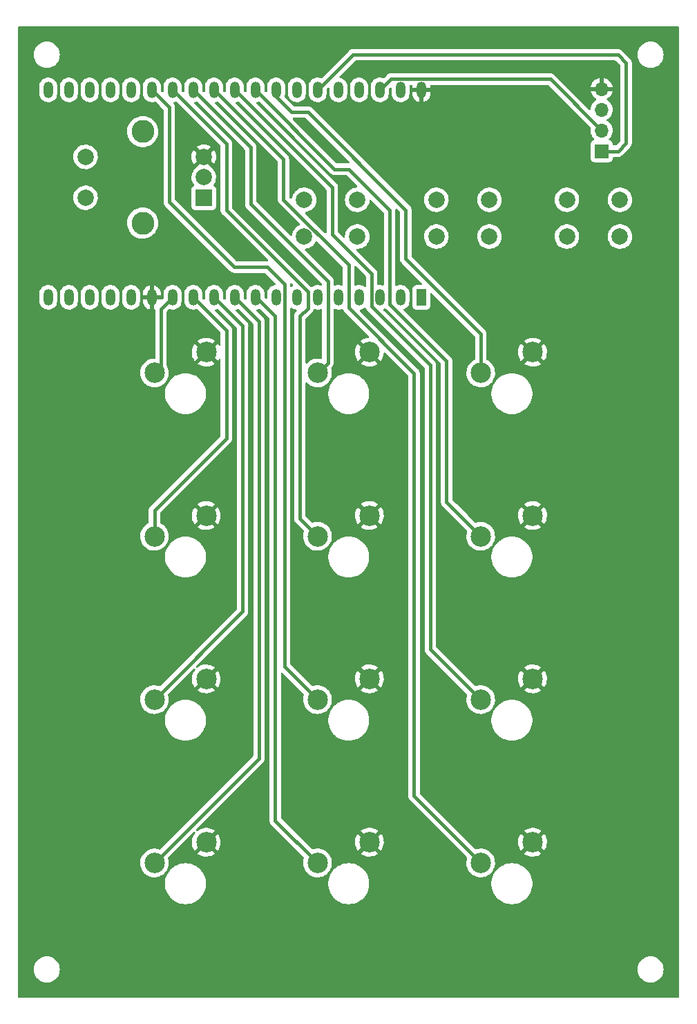
<source format=gbr>
%TF.GenerationSoftware,KiCad,Pcbnew,(6.0.1)*%
%TF.CreationDate,2023-01-12T10:24:06+01:00*%
%TF.ProjectId,MacroPad,4d616372-6f50-4616-942e-6b696361645f,rev?*%
%TF.SameCoordinates,Original*%
%TF.FileFunction,Copper,L2,Bot*%
%TF.FilePolarity,Positive*%
%FSLAX46Y46*%
G04 Gerber Fmt 4.6, Leading zero omitted, Abs format (unit mm)*
G04 Created by KiCad (PCBNEW (6.0.1)) date 2023-01-12 10:24:06*
%MOMM*%
%LPD*%
G01*
G04 APERTURE LIST*
%TA.AperFunction,ComponentPad*%
%ADD10C,2.500000*%
%TD*%
%TA.AperFunction,ComponentPad*%
%ADD11C,2.000000*%
%TD*%
%TA.AperFunction,ComponentPad*%
%ADD12R,2.000000X2.000000*%
%TD*%
%TA.AperFunction,ComponentPad*%
%ADD13C,2.800000*%
%TD*%
%TA.AperFunction,ComponentPad*%
%ADD14R,1.700000X1.700000*%
%TD*%
%TA.AperFunction,ComponentPad*%
%ADD15O,1.700000X1.700000*%
%TD*%
%TA.AperFunction,ComponentPad*%
%ADD16R,1.200000X2.000000*%
%TD*%
%TA.AperFunction,ComponentPad*%
%ADD17O,1.200000X2.000000*%
%TD*%
%TA.AperFunction,Conductor*%
%ADD18C,0.400000*%
%TD*%
G04 APERTURE END LIST*
D10*
%TO.P,SW2,1*%
%TO.N,SW2*%
X127190000Y-84960000D03*
%TO.P,SW2,2*%
%TO.N,GND*%
X133540000Y-82420000D03*
%TD*%
%TO.P,SW1,1*%
%TO.N,SW1*%
X107190000Y-84960000D03*
%TO.P,SW1,2*%
%TO.N,GND*%
X113540000Y-82420000D03*
%TD*%
%TO.P,SW8,1*%
%TO.N,SW8*%
X127190000Y-124960000D03*
%TO.P,SW8,2*%
%TO.N,GND*%
X133540000Y-122420000D03*
%TD*%
%TO.P,SW5,1*%
%TO.N,SW5*%
X127190000Y-104960000D03*
%TO.P,SW5,2*%
%TO.N,GND*%
X133540000Y-102420000D03*
%TD*%
%TO.P,SW11,1*%
%TO.N,SW11*%
X127190000Y-144960000D03*
%TO.P,SW11,2*%
%TO.N,GND*%
X133540000Y-142420000D03*
%TD*%
D11*
%TO.P,SW14,1,1*%
%TO.N,Button1*%
X157750000Y-63750000D03*
X164250000Y-63750000D03*
%TO.P,SW14,2,2*%
%TO.N,Net-(C1-Pad1)*%
X157750000Y-68250000D03*
X164250000Y-68250000D03*
%TD*%
%TO.P,SW16,1,1*%
%TO.N,Button3*%
X125550000Y-63750000D03*
X132050000Y-63750000D03*
%TO.P,SW16,2,2*%
%TO.N,Net-(C1-Pad1)*%
X125550000Y-68250000D03*
X132050000Y-68250000D03*
%TD*%
D12*
%TO.P,SW13,A,A*%
%TO.N,Net-(C1-Pad1)*%
X113250000Y-63500000D03*
D11*
%TO.P,SW13,B,B*%
%TO.N,GND*%
X113250000Y-58500000D03*
%TO.P,SW13,C,C*%
%TO.N,PinC*%
X113250000Y-61000000D03*
D13*
%TO.P,SW13,MP*%
%TO.N,N/C*%
X105750000Y-55400000D03*
X105750000Y-66600000D03*
D11*
%TO.P,SW13,S1,S1*%
%TO.N,S1*%
X98750000Y-63500000D03*
%TO.P,SW13,S2,S2*%
%TO.N,S2*%
X98750000Y-58500000D03*
%TD*%
D10*
%TO.P,SW9,1*%
%TO.N,SW9*%
X147190000Y-124960000D03*
%TO.P,SW9,2*%
%TO.N,GND*%
X153540000Y-122420000D03*
%TD*%
D14*
%TO.P,O1,1,Pin_1*%
%TO.N,Net-(O1-Pad1)*%
X162000000Y-57800000D03*
D15*
%TO.P,O1,2,Pin_2*%
%TO.N,Net-(O1-Pad2)*%
X162000000Y-55260000D03*
%TO.P,O1,3,Pin_3*%
%TO.N,Net-(C1-Pad1)*%
X162000000Y-52720000D03*
%TO.P,O1,4,Pin_4*%
%TO.N,GND*%
X162000000Y-50180000D03*
%TD*%
D10*
%TO.P,SW12,1*%
%TO.N,SW12*%
X147190000Y-144960000D03*
%TO.P,SW12,2*%
%TO.N,GND*%
X153540000Y-142420000D03*
%TD*%
%TO.P,SW7,1*%
%TO.N,SW7*%
X107190000Y-124960000D03*
%TO.P,SW7,2*%
%TO.N,GND*%
X113540000Y-122420000D03*
%TD*%
%TO.P,SW6,1*%
%TO.N,SW6*%
X147190000Y-104960000D03*
%TO.P,SW6,2*%
%TO.N,GND*%
X153540000Y-102420000D03*
%TD*%
%TO.P,SW3,1*%
%TO.N,SW3*%
X147190000Y-84960000D03*
%TO.P,SW3,2*%
%TO.N,GND*%
X153540000Y-82420000D03*
%TD*%
%TO.P,SW10,1*%
%TO.N,SW10*%
X107190000Y-144960000D03*
%TO.P,SW10,2*%
%TO.N,GND*%
X113540000Y-142420000D03*
%TD*%
D11*
%TO.P,SW15,1,1*%
%TO.N,Button2*%
X148250000Y-63750000D03*
X141750000Y-63750000D03*
%TO.P,SW15,2,2*%
%TO.N,Net-(C1-Pad1)*%
X141750000Y-68250000D03*
X148250000Y-68250000D03*
%TD*%
D10*
%TO.P,SW4,1*%
%TO.N,SW4*%
X107190000Y-104960000D03*
%TO.P,SW4,2*%
%TO.N,GND*%
X113540000Y-102420000D03*
%TD*%
D16*
%TO.P,U1,1,3V3*%
%TO.N,unconnected-(U1-Pad1)*%
X139903440Y-75700000D03*
D17*
%TO.P,U1,2,CHIP_PU*%
%TO.N,unconnected-(U1-Pad2)*%
X137363440Y-75700000D03*
%TO.P,U1,3,SENSOR_VP/GPIO36/ADC1_CH0*%
%TO.N,unconnected-(U1-Pad3)*%
X134823440Y-75700000D03*
%TO.P,U1,4,SENSOR_VN/GPIO39/ADC1_CH3*%
%TO.N,unconnected-(U1-Pad4)*%
X132283440Y-75700000D03*
%TO.P,U1,5,VDET_1/GPIO34/ADC1_CH6*%
%TO.N,unconnected-(U1-Pad5)*%
X129743440Y-75700000D03*
%TO.P,U1,6,VDET_2/GPIO35/ADC1_CH7*%
%TO.N,Button1*%
X127203440Y-75700000D03*
%TO.P,U1,7,32K_XP/GPIO32/ADC1_CH4*%
%TO.N,Button2*%
X124663440Y-75700000D03*
%TO.P,U1,8,32K_XN/GPIO33/ADC1_CH5*%
%TO.N,Button3*%
X122123440Y-75700000D03*
%TO.P,U1,9,DAC_1/ADC2_CH8/GPIO25*%
%TO.N,SW11*%
X119583440Y-75700000D03*
%TO.P,U1,10,DAC_2/ADC2_CH9/GPIO26*%
%TO.N,SW10*%
X117043440Y-75700000D03*
%TO.P,U1,11,ADC2_CH7/GPIO27*%
%TO.N,SW7*%
X114503440Y-75700000D03*
%TO.P,U1,12,MTMS/GPIO14/ADC2_CH6*%
%TO.N,SW4*%
X111963440Y-75700000D03*
%TO.P,U1,13,\u002AMTDI/GPIO12/ADC2_CH5*%
%TO.N,SW1*%
X109423440Y-75700000D03*
%TO.P,U1,14,GND*%
%TO.N,GND*%
X106883440Y-75700000D03*
%TO.P,U1,15,MTCK/GPIO13/ADC2_CH4*%
%TO.N,DATA*%
X104343440Y-75700000D03*
%TO.P,U1,16,SD_DATA2/GPIO9*%
%TO.N,unconnected-(U1-Pad16)*%
X101803440Y-75700000D03*
%TO.P,U1,17,SD_DATA3/GPIO10*%
%TO.N,unconnected-(U1-Pad17)*%
X99263440Y-75700000D03*
%TO.P,U1,18,CMD*%
%TO.N,unconnected-(U1-Pad18)*%
X96723440Y-75700000D03*
%TO.P,U1,19,5V*%
%TO.N,Net-(C1-Pad1)*%
X94183440Y-75700000D03*
%TO.P,U1,20,SD_CLK/GPIO6*%
%TO.N,unconnected-(U1-Pad20)*%
X94186160Y-50303680D03*
%TO.P,U1,21,SD_DATA0/GPIO7*%
%TO.N,unconnected-(U1-Pad21)*%
X96726160Y-50303680D03*
%TO.P,U1,22,SD_DATA1/GPIO8*%
%TO.N,unconnected-(U1-Pad22)*%
X99263440Y-50300000D03*
%TO.P,U1,23,\u002AMTDO/GPIO15/ADC2_CH3*%
%TO.N,unconnected-(U1-Pad23)*%
X101803440Y-50300000D03*
%TO.P,U1,24,ADC2_CH2/\u002AGPIO2*%
%TO.N,unconnected-(U1-Pad24)*%
X104343440Y-50300000D03*
%TO.P,U1,25,\u002AGPIO0/BOOT/ADC2_CH1*%
%TO.N,SW8*%
X106883440Y-50300000D03*
%TO.P,U1,26,ADC2_CH0/GPIO4*%
%TO.N,SW5*%
X109423440Y-50300000D03*
%TO.P,U1,27,GPIO16*%
%TO.N,SW2*%
X111963440Y-50300000D03*
%TO.P,U1,28,GPIO17*%
%TO.N,SW12*%
X114503440Y-50300000D03*
%TO.P,U1,29,\u002AGPIO5*%
%TO.N,SW9*%
X117043440Y-50300000D03*
%TO.P,U1,30,GPIO18*%
%TO.N,SW6*%
X119583440Y-50300000D03*
%TO.P,U1,31,GPIO19*%
%TO.N,SW3*%
X122123440Y-50300000D03*
%TO.P,U1,32,GND*%
%TO.N,unconnected-(U1-Pad32)*%
X124663440Y-50300000D03*
%TO.P,U1,33,GPIO21*%
%TO.N,Net-(O1-Pad1)*%
X127203440Y-50300000D03*
%TO.P,U1,34,U0RXD/GPIO3*%
%TO.N,S2*%
X129743440Y-50300000D03*
%TO.P,U1,35,U0TXD/GPIO1*%
%TO.N,S1*%
X132283440Y-50300000D03*
%TO.P,U1,36,GPIO22*%
%TO.N,Net-(O1-Pad2)*%
X134823440Y-50300000D03*
%TO.P,U1,37,GPIO23*%
%TO.N,PinC*%
X137363440Y-50300000D03*
%TO.P,U1,38,GND*%
%TO.N,GND*%
X139903440Y-50300000D03*
%TD*%
D18*
%TO.N,SW1*%
X108000000Y-77123440D02*
X109423440Y-75700000D01*
X107190000Y-84960000D02*
X108000000Y-84150000D01*
X108000000Y-84150000D02*
X108000000Y-77123440D01*
%TO.N,SW2*%
X128439999Y-83710001D02*
X128439999Y-73726571D01*
X128439999Y-73726571D02*
X119000000Y-64286572D01*
X119000000Y-64286572D02*
X119000000Y-57336560D01*
X119000000Y-57336560D02*
X111963440Y-50300000D01*
X127190000Y-84960000D02*
X128439999Y-83710001D01*
%TO.N,SW3*%
X147190000Y-84960000D02*
X147190000Y-80190000D01*
X138000000Y-65000000D02*
X126000000Y-53000000D01*
X122123440Y-51123440D02*
X122123440Y-50300000D01*
X126000000Y-53000000D02*
X124000000Y-53000000D01*
X124000000Y-53000000D02*
X122123440Y-51123440D01*
X147190000Y-80190000D02*
X138000000Y-71000000D01*
X138000000Y-71000000D02*
X138000000Y-65000000D01*
%TO.N,SW4*%
X116000000Y-79736560D02*
X111963440Y-75700000D01*
X116000000Y-93000000D02*
X116000000Y-79736560D01*
X107190000Y-104960000D02*
X107190000Y-101810000D01*
X107190000Y-101810000D02*
X116000000Y-93000000D01*
%TO.N,SW5*%
X116000000Y-65000000D02*
X116000000Y-56876560D01*
X126000000Y-75000000D02*
X116000000Y-65000000D01*
X126000000Y-77024520D02*
X126000000Y-75000000D01*
X127190000Y-104960000D02*
X125000000Y-102770000D01*
X125000000Y-102770000D02*
X125000000Y-78024520D01*
X125000000Y-78024520D02*
X126000000Y-77024520D01*
X116000000Y-56876560D02*
X109423440Y-50300000D01*
%TO.N,SW6*%
X136000000Y-65000000D02*
X131000000Y-60000000D01*
X131000000Y-60000000D02*
X129283440Y-60000000D01*
X143000000Y-100770000D02*
X143000000Y-83522014D01*
X143000000Y-83522014D02*
X136000000Y-76522014D01*
X129283440Y-60000000D02*
X119583440Y-50300000D01*
X136000000Y-76522014D02*
X136000000Y-65000000D01*
X147190000Y-104960000D02*
X143000000Y-100770000D01*
%TO.N,SW7*%
X118000000Y-79196560D02*
X114503440Y-75700000D01*
X107190000Y-124960000D02*
X118000000Y-114150000D01*
X118000000Y-114150000D02*
X118000000Y-79196560D01*
%TO.N,SW8*%
X121000000Y-72000000D02*
X123122960Y-74122960D01*
X109000000Y-52416560D02*
X109000000Y-64000000D01*
X106883440Y-50300000D02*
X109000000Y-52416560D01*
X109000000Y-64000000D02*
X117000000Y-72000000D01*
X123122960Y-120892960D02*
X127190000Y-124960000D01*
X123122960Y-74122960D02*
X123122960Y-120892960D01*
X117000000Y-72000000D02*
X121000000Y-72000000D01*
%TO.N,SW9*%
X129000000Y-62256560D02*
X117043440Y-50300000D01*
X147190000Y-124960000D02*
X141000000Y-118770000D01*
X133823920Y-72823920D02*
X129000000Y-68000000D01*
X129000000Y-68000000D02*
X129000000Y-62256560D01*
X141000000Y-118770000D02*
X141000000Y-84000000D01*
X133823920Y-76823920D02*
X133823920Y-72823920D01*
X141000000Y-84000000D02*
X133823920Y-76823920D01*
%TO.N,SW10*%
X107190000Y-144960000D02*
X120000000Y-132150000D01*
X120000000Y-132150000D02*
X120000000Y-78656560D01*
X120000000Y-78656560D02*
X117043440Y-75700000D01*
%TO.N,SW11*%
X122000000Y-78000000D02*
X119700000Y-75700000D01*
X119700000Y-75700000D02*
X119583440Y-75700000D01*
X127190000Y-144960000D02*
X122000000Y-139770000D01*
X122000000Y-139770000D02*
X122000000Y-78000000D01*
%TO.N,SW12*%
X131000000Y-77000000D02*
X131000000Y-71720791D01*
X139000000Y-85000000D02*
X131000000Y-77000000D01*
X131000000Y-71720791D02*
X123000000Y-63720791D01*
X139000000Y-136770000D02*
X139000000Y-85000000D01*
X123000000Y-58796560D02*
X114503440Y-50300000D01*
X147190000Y-144960000D02*
X139000000Y-136770000D01*
X123000000Y-63720791D02*
X123000000Y-58796560D01*
%TO.N,Net-(O1-Pad1)*%
X165000000Y-56800000D02*
X165000000Y-47000000D01*
X165000000Y-47000000D02*
X164000000Y-46000000D01*
X131503440Y-46000000D02*
X127203440Y-50300000D01*
X164000000Y-57800000D02*
X165000000Y-56800000D01*
X164000000Y-46000000D02*
X131503440Y-46000000D01*
X162000000Y-57800000D02*
X164000000Y-57800000D01*
%TO.N,Net-(O1-Pad2)*%
X136147960Y-48975480D02*
X134823440Y-50300000D01*
X162000000Y-55260000D02*
X155715480Y-48975480D01*
X155715480Y-48975480D02*
X136147960Y-48975480D01*
%TD*%
%TA.AperFunction,Conductor*%
%TO.N,GND*%
G36*
X171443039Y-42519685D02*
G01*
X171488794Y-42572489D01*
X171500000Y-42624000D01*
X171500000Y-161376000D01*
X171480315Y-161443039D01*
X171427511Y-161488794D01*
X171376000Y-161500000D01*
X90624000Y-161500000D01*
X90556961Y-161480315D01*
X90511206Y-161427511D01*
X90500000Y-161376000D01*
X90500000Y-158000000D01*
X92394551Y-158000000D01*
X92414317Y-158251148D01*
X92415452Y-158255876D01*
X92415453Y-158255882D01*
X92471455Y-158489145D01*
X92473127Y-158496111D01*
X92569534Y-158728859D01*
X92701164Y-158943659D01*
X92864776Y-159135224D01*
X93056341Y-159298836D01*
X93271141Y-159430466D01*
X93275641Y-159432330D01*
X93275645Y-159432332D01*
X93475623Y-159515165D01*
X93503889Y-159526873D01*
X93508625Y-159528010D01*
X93744118Y-159584547D01*
X93744124Y-159584548D01*
X93748852Y-159585683D01*
X93753702Y-159586065D01*
X93753704Y-159586065D01*
X93803272Y-159589966D01*
X93937118Y-159600500D01*
X94062882Y-159600500D01*
X94196728Y-159589966D01*
X94246296Y-159586065D01*
X94246298Y-159586065D01*
X94251148Y-159585683D01*
X94255876Y-159584548D01*
X94255882Y-159584547D01*
X94491375Y-159528010D01*
X94496111Y-159526873D01*
X94524377Y-159515165D01*
X94724355Y-159432332D01*
X94724359Y-159432330D01*
X94728859Y-159430466D01*
X94943659Y-159298836D01*
X95135224Y-159135224D01*
X95298836Y-158943659D01*
X95430466Y-158728859D01*
X95526873Y-158496111D01*
X95528545Y-158489145D01*
X95584547Y-158255882D01*
X95584548Y-158255876D01*
X95585683Y-158251148D01*
X95605449Y-158000000D01*
X166394551Y-158000000D01*
X166414317Y-158251148D01*
X166415452Y-158255876D01*
X166415453Y-158255882D01*
X166471455Y-158489145D01*
X166473127Y-158496111D01*
X166569534Y-158728859D01*
X166701164Y-158943659D01*
X166864776Y-159135224D01*
X167056341Y-159298836D01*
X167271141Y-159430466D01*
X167275641Y-159432330D01*
X167275645Y-159432332D01*
X167475623Y-159515165D01*
X167503889Y-159526873D01*
X167508625Y-159528010D01*
X167744118Y-159584547D01*
X167744124Y-159584548D01*
X167748852Y-159585683D01*
X167753702Y-159586065D01*
X167753704Y-159586065D01*
X167803272Y-159589966D01*
X167937118Y-159600500D01*
X168062882Y-159600500D01*
X168196728Y-159589966D01*
X168246296Y-159586065D01*
X168246298Y-159586065D01*
X168251148Y-159585683D01*
X168255876Y-159584548D01*
X168255882Y-159584547D01*
X168491375Y-159528010D01*
X168496111Y-159526873D01*
X168524377Y-159515165D01*
X168724355Y-159432332D01*
X168724359Y-159432330D01*
X168728859Y-159430466D01*
X168943659Y-159298836D01*
X169135224Y-159135224D01*
X169298836Y-158943659D01*
X169430466Y-158728859D01*
X169526873Y-158496111D01*
X169528545Y-158489145D01*
X169584547Y-158255882D01*
X169584548Y-158255876D01*
X169585683Y-158251148D01*
X169605449Y-158000000D01*
X169585683Y-157748852D01*
X169584548Y-157744124D01*
X169584547Y-157744118D01*
X169528010Y-157508625D01*
X169526873Y-157503889D01*
X169430466Y-157271141D01*
X169298836Y-157056341D01*
X169135224Y-156864776D01*
X168943659Y-156701164D01*
X168728859Y-156569534D01*
X168724359Y-156567670D01*
X168724355Y-156567668D01*
X168500611Y-156474991D01*
X168500612Y-156474991D01*
X168496111Y-156473127D01*
X168489145Y-156471455D01*
X168255882Y-156415453D01*
X168255876Y-156415452D01*
X168251148Y-156414317D01*
X168246298Y-156413935D01*
X168246296Y-156413935D01*
X168196728Y-156410034D01*
X168062882Y-156399500D01*
X167937118Y-156399500D01*
X167803272Y-156410034D01*
X167753704Y-156413935D01*
X167753702Y-156413935D01*
X167748852Y-156414317D01*
X167744124Y-156415452D01*
X167744118Y-156415453D01*
X167510855Y-156471455D01*
X167503889Y-156473127D01*
X167499388Y-156474991D01*
X167499389Y-156474991D01*
X167275645Y-156567668D01*
X167275641Y-156567670D01*
X167271141Y-156569534D01*
X167056341Y-156701164D01*
X166864776Y-156864776D01*
X166701164Y-157056341D01*
X166569534Y-157271141D01*
X166473127Y-157503889D01*
X166471990Y-157508625D01*
X166415453Y-157744118D01*
X166415452Y-157744124D01*
X166414317Y-157748852D01*
X166394551Y-158000000D01*
X95605449Y-158000000D01*
X95585683Y-157748852D01*
X95584548Y-157744124D01*
X95584547Y-157744118D01*
X95528010Y-157508625D01*
X95526873Y-157503889D01*
X95430466Y-157271141D01*
X95298836Y-157056341D01*
X95135224Y-156864776D01*
X94943659Y-156701164D01*
X94728859Y-156569534D01*
X94724359Y-156567670D01*
X94724355Y-156567668D01*
X94500611Y-156474991D01*
X94500612Y-156474991D01*
X94496111Y-156473127D01*
X94489145Y-156471455D01*
X94255882Y-156415453D01*
X94255876Y-156415452D01*
X94251148Y-156414317D01*
X94246298Y-156413935D01*
X94246296Y-156413935D01*
X94196728Y-156410034D01*
X94062882Y-156399500D01*
X93937118Y-156399500D01*
X93803272Y-156410034D01*
X93753704Y-156413935D01*
X93753702Y-156413935D01*
X93748852Y-156414317D01*
X93744124Y-156415452D01*
X93744118Y-156415453D01*
X93510855Y-156471455D01*
X93503889Y-156473127D01*
X93499388Y-156474991D01*
X93499389Y-156474991D01*
X93275645Y-156567668D01*
X93275641Y-156567670D01*
X93271141Y-156569534D01*
X93056341Y-156701164D01*
X92864776Y-156864776D01*
X92701164Y-157056341D01*
X92569534Y-157271141D01*
X92473127Y-157503889D01*
X92471990Y-157508625D01*
X92415453Y-157744118D01*
X92415452Y-157744124D01*
X92414317Y-157748852D01*
X92394551Y-158000000D01*
X90500000Y-158000000D01*
X90500000Y-147657318D01*
X108499500Y-147657318D01*
X108538934Y-147969473D01*
X108617181Y-148274225D01*
X108733006Y-148566766D01*
X108884584Y-148842484D01*
X108886868Y-148845627D01*
X108886872Y-148845634D01*
X109067229Y-149093874D01*
X109069522Y-149097030D01*
X109284906Y-149326390D01*
X109287898Y-149328865D01*
X109287902Y-149328869D01*
X109401852Y-149423136D01*
X109527337Y-149526947D01*
X109792993Y-149695537D01*
X109796511Y-149697192D01*
X109796512Y-149697193D01*
X110074165Y-149827847D01*
X110074170Y-149827849D01*
X110077685Y-149829503D01*
X110081382Y-149830704D01*
X110081389Y-149830707D01*
X110373211Y-149925526D01*
X110373218Y-149925528D01*
X110376921Y-149926731D01*
X110685985Y-149985688D01*
X110689877Y-149985933D01*
X110689878Y-149985933D01*
X110919454Y-150000377D01*
X110919470Y-150000377D01*
X110921417Y-150000500D01*
X111078583Y-150000500D01*
X111080530Y-150000377D01*
X111080546Y-150000377D01*
X111310122Y-149985933D01*
X111310123Y-149985933D01*
X111314015Y-149985688D01*
X111623079Y-149926731D01*
X111626782Y-149925528D01*
X111626789Y-149925526D01*
X111918611Y-149830707D01*
X111918618Y-149830704D01*
X111922315Y-149829503D01*
X111925830Y-149827849D01*
X111925835Y-149827847D01*
X112203488Y-149697193D01*
X112203489Y-149697192D01*
X112207007Y-149695537D01*
X112472663Y-149526947D01*
X112598148Y-149423136D01*
X112712098Y-149328869D01*
X112712102Y-149328865D01*
X112715094Y-149326390D01*
X112930478Y-149097030D01*
X112932771Y-149093874D01*
X113113128Y-148845634D01*
X113113132Y-148845627D01*
X113115416Y-148842484D01*
X113266994Y-148566766D01*
X113382819Y-148274225D01*
X113461066Y-147969473D01*
X113500500Y-147657318D01*
X128499500Y-147657318D01*
X128538934Y-147969473D01*
X128617181Y-148274225D01*
X128733006Y-148566766D01*
X128884584Y-148842484D01*
X128886868Y-148845627D01*
X128886872Y-148845634D01*
X129067229Y-149093874D01*
X129069522Y-149097030D01*
X129284906Y-149326390D01*
X129287898Y-149328865D01*
X129287902Y-149328869D01*
X129401852Y-149423136D01*
X129527337Y-149526947D01*
X129792993Y-149695537D01*
X129796511Y-149697192D01*
X129796512Y-149697193D01*
X130074165Y-149827847D01*
X130074170Y-149827849D01*
X130077685Y-149829503D01*
X130081382Y-149830704D01*
X130081389Y-149830707D01*
X130373211Y-149925526D01*
X130373218Y-149925528D01*
X130376921Y-149926731D01*
X130685985Y-149985688D01*
X130689877Y-149985933D01*
X130689878Y-149985933D01*
X130919454Y-150000377D01*
X130919470Y-150000377D01*
X130921417Y-150000500D01*
X131078583Y-150000500D01*
X131080530Y-150000377D01*
X131080546Y-150000377D01*
X131310122Y-149985933D01*
X131310123Y-149985933D01*
X131314015Y-149985688D01*
X131623079Y-149926731D01*
X131626782Y-149925528D01*
X131626789Y-149925526D01*
X131918611Y-149830707D01*
X131918618Y-149830704D01*
X131922315Y-149829503D01*
X131925830Y-149827849D01*
X131925835Y-149827847D01*
X132203488Y-149697193D01*
X132203489Y-149697192D01*
X132207007Y-149695537D01*
X132472663Y-149526947D01*
X132598148Y-149423136D01*
X132712098Y-149328869D01*
X132712102Y-149328865D01*
X132715094Y-149326390D01*
X132930478Y-149097030D01*
X132932771Y-149093874D01*
X133113128Y-148845634D01*
X133113132Y-148845627D01*
X133115416Y-148842484D01*
X133266994Y-148566766D01*
X133382819Y-148274225D01*
X133461066Y-147969473D01*
X133500500Y-147657318D01*
X148499500Y-147657318D01*
X148538934Y-147969473D01*
X148617181Y-148274225D01*
X148733006Y-148566766D01*
X148884584Y-148842484D01*
X148886868Y-148845627D01*
X148886872Y-148845634D01*
X149067229Y-149093874D01*
X149069522Y-149097030D01*
X149284906Y-149326390D01*
X149287898Y-149328865D01*
X149287902Y-149328869D01*
X149401852Y-149423136D01*
X149527337Y-149526947D01*
X149792993Y-149695537D01*
X149796511Y-149697192D01*
X149796512Y-149697193D01*
X150074165Y-149827847D01*
X150074170Y-149827849D01*
X150077685Y-149829503D01*
X150081382Y-149830704D01*
X150081389Y-149830707D01*
X150373211Y-149925526D01*
X150373218Y-149925528D01*
X150376921Y-149926731D01*
X150685985Y-149985688D01*
X150689877Y-149985933D01*
X150689878Y-149985933D01*
X150919454Y-150000377D01*
X150919470Y-150000377D01*
X150921417Y-150000500D01*
X151078583Y-150000500D01*
X151080530Y-150000377D01*
X151080546Y-150000377D01*
X151310122Y-149985933D01*
X151310123Y-149985933D01*
X151314015Y-149985688D01*
X151623079Y-149926731D01*
X151626782Y-149925528D01*
X151626789Y-149925526D01*
X151918611Y-149830707D01*
X151918618Y-149830704D01*
X151922315Y-149829503D01*
X151925830Y-149827849D01*
X151925835Y-149827847D01*
X152203488Y-149697193D01*
X152203489Y-149697192D01*
X152207007Y-149695537D01*
X152472663Y-149526947D01*
X152598148Y-149423136D01*
X152712098Y-149328869D01*
X152712102Y-149328865D01*
X152715094Y-149326390D01*
X152930478Y-149097030D01*
X152932771Y-149093874D01*
X153113128Y-148845634D01*
X153113132Y-148845627D01*
X153115416Y-148842484D01*
X153266994Y-148566766D01*
X153382819Y-148274225D01*
X153461066Y-147969473D01*
X153500500Y-147657318D01*
X153500500Y-147342682D01*
X153461066Y-147030527D01*
X153382819Y-146725775D01*
X153378292Y-146714339D01*
X153268432Y-146436865D01*
X153268430Y-146436860D01*
X153266994Y-146433234D01*
X153115416Y-146157516D01*
X153113132Y-146154373D01*
X153113128Y-146154366D01*
X152932771Y-145906126D01*
X152930478Y-145902970D01*
X152715094Y-145673610D01*
X152712102Y-145671135D01*
X152712098Y-145671131D01*
X152572867Y-145555949D01*
X152472663Y-145473053D01*
X152207007Y-145304463D01*
X152203488Y-145302807D01*
X151925835Y-145172153D01*
X151925830Y-145172151D01*
X151922315Y-145170497D01*
X151918618Y-145169296D01*
X151918611Y-145169293D01*
X151626789Y-145074474D01*
X151626782Y-145074472D01*
X151623079Y-145073269D01*
X151314015Y-145014312D01*
X151310123Y-145014067D01*
X151310122Y-145014067D01*
X151080546Y-144999623D01*
X151080530Y-144999623D01*
X151078583Y-144999500D01*
X150921417Y-144999500D01*
X150919470Y-144999623D01*
X150919454Y-144999623D01*
X150689878Y-145014067D01*
X150689877Y-145014067D01*
X150685985Y-145014312D01*
X150376921Y-145073269D01*
X150373218Y-145074472D01*
X150373211Y-145074474D01*
X150081389Y-145169293D01*
X150081382Y-145169296D01*
X150077685Y-145170497D01*
X150074170Y-145172151D01*
X150074165Y-145172153D01*
X149796512Y-145302807D01*
X149792993Y-145304463D01*
X149527337Y-145473053D01*
X149427133Y-145555949D01*
X149287902Y-145671131D01*
X149287898Y-145671135D01*
X149284906Y-145673610D01*
X149069522Y-145902970D01*
X149067229Y-145906126D01*
X148886872Y-146154366D01*
X148886868Y-146154373D01*
X148884584Y-146157516D01*
X148733006Y-146433234D01*
X148731570Y-146436860D01*
X148731568Y-146436865D01*
X148621709Y-146714339D01*
X148617181Y-146725775D01*
X148538934Y-147030527D01*
X148499500Y-147342682D01*
X148499500Y-147657318D01*
X133500500Y-147657318D01*
X133500500Y-147342682D01*
X133461066Y-147030527D01*
X133382819Y-146725775D01*
X133378292Y-146714339D01*
X133268432Y-146436865D01*
X133268430Y-146436860D01*
X133266994Y-146433234D01*
X133115416Y-146157516D01*
X133113132Y-146154373D01*
X133113128Y-146154366D01*
X132932771Y-145906126D01*
X132930478Y-145902970D01*
X132715094Y-145673610D01*
X132712102Y-145671135D01*
X132712098Y-145671131D01*
X132572867Y-145555949D01*
X132472663Y-145473053D01*
X132207007Y-145304463D01*
X132203488Y-145302807D01*
X131925835Y-145172153D01*
X131925830Y-145172151D01*
X131922315Y-145170497D01*
X131918618Y-145169296D01*
X131918611Y-145169293D01*
X131626789Y-145074474D01*
X131626782Y-145074472D01*
X131623079Y-145073269D01*
X131314015Y-145014312D01*
X131310123Y-145014067D01*
X131310122Y-145014067D01*
X131080546Y-144999623D01*
X131080530Y-144999623D01*
X131078583Y-144999500D01*
X130921417Y-144999500D01*
X130919470Y-144999623D01*
X130919454Y-144999623D01*
X130689878Y-145014067D01*
X130689877Y-145014067D01*
X130685985Y-145014312D01*
X130376921Y-145073269D01*
X130373218Y-145074472D01*
X130373211Y-145074474D01*
X130081389Y-145169293D01*
X130081382Y-145169296D01*
X130077685Y-145170497D01*
X130074170Y-145172151D01*
X130074165Y-145172153D01*
X129796512Y-145302807D01*
X129792993Y-145304463D01*
X129527337Y-145473053D01*
X129427133Y-145555949D01*
X129287902Y-145671131D01*
X129287898Y-145671135D01*
X129284906Y-145673610D01*
X129069522Y-145902970D01*
X129067229Y-145906126D01*
X128886872Y-146154366D01*
X128886868Y-146154373D01*
X128884584Y-146157516D01*
X128733006Y-146433234D01*
X128731570Y-146436860D01*
X128731568Y-146436865D01*
X128621709Y-146714339D01*
X128617181Y-146725775D01*
X128538934Y-147030527D01*
X128499500Y-147342682D01*
X128499500Y-147657318D01*
X113500500Y-147657318D01*
X113500500Y-147342682D01*
X113461066Y-147030527D01*
X113382819Y-146725775D01*
X113378292Y-146714339D01*
X113268432Y-146436865D01*
X113268430Y-146436860D01*
X113266994Y-146433234D01*
X113115416Y-146157516D01*
X113113132Y-146154373D01*
X113113128Y-146154366D01*
X112932771Y-145906126D01*
X112930478Y-145902970D01*
X112715094Y-145673610D01*
X112712102Y-145671135D01*
X112712098Y-145671131D01*
X112572867Y-145555949D01*
X112472663Y-145473053D01*
X112207007Y-145304463D01*
X112203488Y-145302807D01*
X111925835Y-145172153D01*
X111925830Y-145172151D01*
X111922315Y-145170497D01*
X111918618Y-145169296D01*
X111918611Y-145169293D01*
X111626789Y-145074474D01*
X111626782Y-145074472D01*
X111623079Y-145073269D01*
X111314015Y-145014312D01*
X111310123Y-145014067D01*
X111310122Y-145014067D01*
X111080546Y-144999623D01*
X111080530Y-144999623D01*
X111078583Y-144999500D01*
X110921417Y-144999500D01*
X110919470Y-144999623D01*
X110919454Y-144999623D01*
X110689878Y-145014067D01*
X110689877Y-145014067D01*
X110685985Y-145014312D01*
X110376921Y-145073269D01*
X110373218Y-145074472D01*
X110373211Y-145074474D01*
X110081389Y-145169293D01*
X110081382Y-145169296D01*
X110077685Y-145170497D01*
X110074170Y-145172151D01*
X110074165Y-145172153D01*
X109796512Y-145302807D01*
X109792993Y-145304463D01*
X109527337Y-145473053D01*
X109427133Y-145555949D01*
X109287902Y-145671131D01*
X109287898Y-145671135D01*
X109284906Y-145673610D01*
X109069522Y-145902970D01*
X109067229Y-145906126D01*
X108886872Y-146154366D01*
X108886868Y-146154373D01*
X108884584Y-146157516D01*
X108733006Y-146433234D01*
X108731570Y-146436860D01*
X108731568Y-146436865D01*
X108621709Y-146714339D01*
X108617181Y-146725775D01*
X108538934Y-147030527D01*
X108499500Y-147342682D01*
X108499500Y-147657318D01*
X90500000Y-147657318D01*
X90500000Y-144914049D01*
X105435194Y-144914049D01*
X105435415Y-144918651D01*
X105435415Y-144918653D01*
X105439304Y-144999623D01*
X105447677Y-145173930D01*
X105498435Y-145429112D01*
X105586355Y-145673989D01*
X105709504Y-145903180D01*
X105865177Y-146111651D01*
X105911444Y-146157516D01*
X106046690Y-146291588D01*
X106046695Y-146291592D01*
X106049954Y-146294823D01*
X106259775Y-146448670D01*
X106379546Y-146511685D01*
X106485953Y-146567669D01*
X106485960Y-146567672D01*
X106490033Y-146569815D01*
X106735667Y-146655594D01*
X106740186Y-146656452D01*
X106740190Y-146656453D01*
X106986767Y-146703267D01*
X106986770Y-146703267D01*
X106991282Y-146704124D01*
X106995872Y-146704304D01*
X106995878Y-146704305D01*
X107246656Y-146714158D01*
X107251263Y-146714339D01*
X107363575Y-146702039D01*
X107505327Y-146686515D01*
X107505332Y-146686514D01*
X107509898Y-146686014D01*
X107761505Y-146619771D01*
X107765732Y-146617955D01*
X107996331Y-146518882D01*
X107996335Y-146518880D01*
X108000557Y-146517066D01*
X108004461Y-146514650D01*
X108004467Y-146514647D01*
X108217887Y-146382579D01*
X108217894Y-146382574D01*
X108221803Y-146380155D01*
X108420382Y-146212046D01*
X108591931Y-146016431D01*
X108732683Y-145797608D01*
X108839544Y-145560385D01*
X108864764Y-145470963D01*
X108908918Y-145314406D01*
X108908919Y-145314399D01*
X108910168Y-145309972D01*
X108911080Y-145302807D01*
X108928064Y-145169293D01*
X108943002Y-145051871D01*
X108945408Y-144960000D01*
X108945178Y-144956902D01*
X108926467Y-144705118D01*
X108926466Y-144705113D01*
X108926126Y-144700534D01*
X108916900Y-144659758D01*
X108905897Y-144611133D01*
X108868705Y-144446768D01*
X108849082Y-144396307D01*
X108843130Y-144326695D01*
X108876970Y-144263686D01*
X109311514Y-143829142D01*
X112495514Y-143829142D01*
X112504090Y-143840481D01*
X112602071Y-143912323D01*
X112609871Y-143917196D01*
X112832953Y-144034567D01*
X112841381Y-144038232D01*
X113079373Y-144121342D01*
X113088243Y-144123719D01*
X113335916Y-144170741D01*
X113345027Y-144171779D01*
X113596917Y-144181675D01*
X113606106Y-144181354D01*
X113856698Y-144153911D01*
X113865711Y-144152240D01*
X114109509Y-144088053D01*
X114118181Y-144085067D01*
X114349795Y-143985558D01*
X114357945Y-143981315D01*
X114572311Y-143848661D01*
X114579366Y-143843535D01*
X114587603Y-143831036D01*
X114581636Y-143820846D01*
X113552607Y-142791817D01*
X113538887Y-142784325D01*
X113537081Y-142784454D01*
X113530574Y-142788636D01*
X112502065Y-143817145D01*
X112495514Y-143829142D01*
X109311514Y-143829142D01*
X111973080Y-141167576D01*
X112034403Y-141134091D01*
X112104095Y-141139075D01*
X112160028Y-141180947D01*
X112184445Y-141246411D01*
X112169593Y-141314684D01*
X112156098Y-141334547D01*
X112107709Y-141392729D01*
X112102387Y-141400190D01*
X111971607Y-141615710D01*
X111967437Y-141623893D01*
X111869949Y-141856377D01*
X111867042Y-141865065D01*
X111804986Y-142109410D01*
X111803392Y-142118451D01*
X111778136Y-142369266D01*
X111777895Y-142378456D01*
X111789990Y-142630255D01*
X111791108Y-142639358D01*
X111840290Y-142886613D01*
X111842739Y-142895447D01*
X111927929Y-143132720D01*
X111931662Y-143141102D01*
X112050985Y-143363174D01*
X112055908Y-143370902D01*
X112119618Y-143456220D01*
X112130698Y-143464535D01*
X112142918Y-143457872D01*
X113179677Y-142421113D01*
X113904325Y-142421113D01*
X113904454Y-142422919D01*
X113908636Y-142429426D01*
X114940118Y-143460908D01*
X114952299Y-143467559D01*
X114960509Y-143461413D01*
X115086803Y-143265067D01*
X115091185Y-143256997D01*
X115194722Y-143027155D01*
X115197861Y-143018529D01*
X115266288Y-142775908D01*
X115268120Y-142766905D01*
X115300121Y-142515351D01*
X115300595Y-142509156D01*
X115302849Y-142423100D01*
X115302700Y-142416902D01*
X115283907Y-142164016D01*
X115282549Y-142154927D01*
X115226914Y-141909058D01*
X115224230Y-141900281D01*
X115132862Y-141665325D01*
X115128915Y-141657049D01*
X115003815Y-141438171D01*
X114998689Y-141430572D01*
X114961215Y-141383037D01*
X114949477Y-141374699D01*
X114938129Y-141381081D01*
X113911817Y-142407393D01*
X113904325Y-142421113D01*
X113179677Y-142421113D01*
X114578624Y-141022166D01*
X114584905Y-141010664D01*
X114575642Y-140998744D01*
X114438543Y-140903636D01*
X114430623Y-140898970D01*
X114204535Y-140787476D01*
X114196020Y-140784036D01*
X113955930Y-140707183D01*
X113947010Y-140705041D01*
X113698192Y-140664518D01*
X113689041Y-140663718D01*
X113436986Y-140660418D01*
X113427808Y-140660980D01*
X113178034Y-140694972D01*
X113169043Y-140696883D01*
X112927022Y-140767426D01*
X112918437Y-140770635D01*
X112689495Y-140876180D01*
X112681465Y-140880631D01*
X112466796Y-141021374D01*
X112465921Y-141020040D01*
X112407160Y-141042772D01*
X112338712Y-141028749D01*
X112288711Y-140979946D01*
X112273033Y-140911858D01*
X112296654Y-140846103D01*
X112309134Y-140831523D01*
X120475127Y-132665530D01*
X120481294Y-132659769D01*
X120518762Y-132627084D01*
X120518763Y-132627083D01*
X120524396Y-132622169D01*
X120560724Y-132570479D01*
X120564588Y-132565277D01*
X120598970Y-132521429D01*
X120598974Y-132521422D01*
X120603584Y-132515543D01*
X120606661Y-132508728D01*
X120607852Y-132506761D01*
X120616487Y-132491623D01*
X120617588Y-132489569D01*
X120621887Y-132483453D01*
X120644838Y-132424588D01*
X120647352Y-132418607D01*
X120673355Y-132361016D01*
X120674718Y-132353661D01*
X120675411Y-132351451D01*
X120680179Y-132334713D01*
X120680758Y-132332460D01*
X120683476Y-132325487D01*
X120691721Y-132262855D01*
X120692737Y-132256441D01*
X120702889Y-132201668D01*
X120702890Y-132201659D01*
X120704252Y-132194308D01*
X120700706Y-132132804D01*
X120700500Y-132125667D01*
X120700500Y-78685135D01*
X120700787Y-78676700D01*
X120704169Y-78627089D01*
X120704678Y-78619630D01*
X120693817Y-78557401D01*
X120692868Y-78550978D01*
X120686174Y-78495661D01*
X120685276Y-78488240D01*
X120682634Y-78481248D01*
X120682085Y-78479012D01*
X120677477Y-78462170D01*
X120676812Y-78459967D01*
X120675527Y-78452606D01*
X120672523Y-78445763D01*
X120672522Y-78445759D01*
X120650137Y-78394765D01*
X120647684Y-78388755D01*
X120627989Y-78336634D01*
X120625345Y-78329637D01*
X120621109Y-78323473D01*
X120620039Y-78321427D01*
X120611552Y-78306180D01*
X120610384Y-78304204D01*
X120607378Y-78297357D01*
X120568910Y-78247225D01*
X120565097Y-78241976D01*
X120533549Y-78196073D01*
X120533547Y-78196070D01*
X120529312Y-78189909D01*
X120483306Y-78148919D01*
X120478114Y-78144017D01*
X119725885Y-77391788D01*
X119692400Y-77330465D01*
X119697384Y-77260773D01*
X119739256Y-77204840D01*
X119784514Y-77183558D01*
X119855172Y-77166529D01*
X119943358Y-77145276D01*
X119948727Y-77142835D01*
X119948730Y-77142834D01*
X120010354Y-77114815D01*
X120079529Y-77104987D01*
X120143036Y-77134118D01*
X120149357Y-77140013D01*
X120707376Y-77698033D01*
X121263181Y-78253838D01*
X121296666Y-78315161D01*
X121299500Y-78341519D01*
X121299500Y-139741422D01*
X121299213Y-139749856D01*
X121295322Y-139806930D01*
X121296608Y-139814297D01*
X121306183Y-139869159D01*
X121307132Y-139875582D01*
X121314724Y-139938320D01*
X121317366Y-139945312D01*
X121317915Y-139947548D01*
X121322523Y-139964390D01*
X121323188Y-139966592D01*
X121324473Y-139973954D01*
X121327477Y-139980797D01*
X121349865Y-140031799D01*
X121352317Y-140037808D01*
X121374655Y-140096923D01*
X121378886Y-140103080D01*
X121379945Y-140105105D01*
X121388440Y-140120367D01*
X121389614Y-140122353D01*
X121392621Y-140129202D01*
X121397171Y-140135132D01*
X121397173Y-140135135D01*
X121431092Y-140179338D01*
X121434907Y-140184590D01*
X121466451Y-140230487D01*
X121466454Y-140230490D01*
X121470688Y-140236651D01*
X121476272Y-140241626D01*
X121516703Y-140277649D01*
X121521895Y-140282551D01*
X125501020Y-144261676D01*
X125534505Y-144322999D01*
X125527976Y-144394207D01*
X125528543Y-144394397D01*
X125527738Y-144396804D01*
X125527691Y-144397311D01*
X125525305Y-144403001D01*
X125461261Y-144655177D01*
X125435194Y-144914049D01*
X125435415Y-144918651D01*
X125435415Y-144918653D01*
X125439304Y-144999623D01*
X125447677Y-145173930D01*
X125498435Y-145429112D01*
X125586355Y-145673989D01*
X125709504Y-145903180D01*
X125865177Y-146111651D01*
X125911444Y-146157516D01*
X126046690Y-146291588D01*
X126046695Y-146291592D01*
X126049954Y-146294823D01*
X126259775Y-146448670D01*
X126379546Y-146511685D01*
X126485953Y-146567669D01*
X126485960Y-146567672D01*
X126490033Y-146569815D01*
X126735667Y-146655594D01*
X126740186Y-146656452D01*
X126740190Y-146656453D01*
X126986767Y-146703267D01*
X126986770Y-146703267D01*
X126991282Y-146704124D01*
X126995872Y-146704304D01*
X126995878Y-146704305D01*
X127246656Y-146714158D01*
X127251263Y-146714339D01*
X127363575Y-146702039D01*
X127505327Y-146686515D01*
X127505332Y-146686514D01*
X127509898Y-146686014D01*
X127761505Y-146619771D01*
X127765732Y-146617955D01*
X127996331Y-146518882D01*
X127996335Y-146518880D01*
X128000557Y-146517066D01*
X128004461Y-146514650D01*
X128004467Y-146514647D01*
X128217887Y-146382579D01*
X128217894Y-146382574D01*
X128221803Y-146380155D01*
X128420382Y-146212046D01*
X128591931Y-146016431D01*
X128732683Y-145797608D01*
X128839544Y-145560385D01*
X128864764Y-145470963D01*
X128908918Y-145314406D01*
X128908919Y-145314399D01*
X128910168Y-145309972D01*
X128911080Y-145302807D01*
X128928064Y-145169293D01*
X128943002Y-145051871D01*
X128945408Y-144960000D01*
X128945178Y-144956902D01*
X128926467Y-144705118D01*
X128926466Y-144705113D01*
X128926126Y-144700534D01*
X128916900Y-144659758D01*
X128905897Y-144611133D01*
X128868705Y-144446768D01*
X128797508Y-144263686D01*
X128776072Y-144208563D01*
X128776071Y-144208560D01*
X128774405Y-144204277D01*
X128761304Y-144181354D01*
X128647579Y-143982377D01*
X128647578Y-143982376D01*
X128645299Y-143978388D01*
X128527643Y-143829142D01*
X132495514Y-143829142D01*
X132504090Y-143840481D01*
X132602071Y-143912323D01*
X132609871Y-143917196D01*
X132832953Y-144034567D01*
X132841381Y-144038232D01*
X133079373Y-144121342D01*
X133088243Y-144123719D01*
X133335916Y-144170741D01*
X133345027Y-144171779D01*
X133596917Y-144181675D01*
X133606106Y-144181354D01*
X133856698Y-144153911D01*
X133865711Y-144152240D01*
X134109509Y-144088053D01*
X134118181Y-144085067D01*
X134349795Y-143985558D01*
X134357945Y-143981315D01*
X134572311Y-143848661D01*
X134579366Y-143843535D01*
X134587603Y-143831036D01*
X134581636Y-143820846D01*
X133552607Y-142791817D01*
X133538887Y-142784325D01*
X133537081Y-142784454D01*
X133530574Y-142788636D01*
X132502065Y-143817145D01*
X132495514Y-143829142D01*
X128527643Y-143829142D01*
X128484223Y-143774064D01*
X128294714Y-143595792D01*
X128250066Y-143564818D01*
X128208568Y-143536030D01*
X128080937Y-143447489D01*
X128076818Y-143445458D01*
X128076815Y-143445456D01*
X127851717Y-143334450D01*
X127851709Y-143334447D01*
X127847587Y-143332414D01*
X127843206Y-143331012D01*
X127843202Y-143331010D01*
X127660775Y-143272615D01*
X127599792Y-143253094D01*
X127342994Y-143211272D01*
X127215371Y-143209601D01*
X127087444Y-143207926D01*
X127087439Y-143207926D01*
X127082835Y-143207866D01*
X126869516Y-143236898D01*
X126829585Y-143242332D01*
X126829584Y-143242332D01*
X126825030Y-143242952D01*
X126820620Y-143244237D01*
X126820617Y-143244238D01*
X126615652Y-143303980D01*
X126545782Y-143303842D01*
X126493272Y-143272615D01*
X125599113Y-142378456D01*
X131777895Y-142378456D01*
X131789990Y-142630255D01*
X131791108Y-142639358D01*
X131840290Y-142886613D01*
X131842739Y-142895447D01*
X131927929Y-143132720D01*
X131931662Y-143141102D01*
X132050985Y-143363174D01*
X132055908Y-143370902D01*
X132119618Y-143456220D01*
X132130698Y-143464535D01*
X132142918Y-143457872D01*
X133168183Y-142432607D01*
X133174459Y-142421113D01*
X133904325Y-142421113D01*
X133904454Y-142422919D01*
X133908636Y-142429426D01*
X134940118Y-143460908D01*
X134952299Y-143467559D01*
X134960509Y-143461413D01*
X135086803Y-143265067D01*
X135091185Y-143256997D01*
X135194722Y-143027155D01*
X135197861Y-143018529D01*
X135266288Y-142775908D01*
X135268120Y-142766905D01*
X135300121Y-142515351D01*
X135300595Y-142509156D01*
X135302849Y-142423100D01*
X135302700Y-142416902D01*
X135283907Y-142164016D01*
X135282549Y-142154927D01*
X135226914Y-141909058D01*
X135224230Y-141900281D01*
X135132862Y-141665325D01*
X135128915Y-141657049D01*
X135003815Y-141438171D01*
X134998689Y-141430572D01*
X134961215Y-141383037D01*
X134949477Y-141374699D01*
X134938129Y-141381081D01*
X133911817Y-142407393D01*
X133904325Y-142421113D01*
X133174459Y-142421113D01*
X133175675Y-142418887D01*
X133175546Y-142417081D01*
X133171364Y-142410574D01*
X132141116Y-141380326D01*
X132128020Y-141373175D01*
X132118143Y-141380182D01*
X132107710Y-141392727D01*
X132102386Y-141400192D01*
X131971607Y-141615710D01*
X131967437Y-141623893D01*
X131869949Y-141856377D01*
X131867042Y-141865065D01*
X131804986Y-142109410D01*
X131803392Y-142118451D01*
X131778136Y-142369266D01*
X131777895Y-142378456D01*
X125599113Y-142378456D01*
X124229447Y-141008790D01*
X132493121Y-141008790D01*
X132497622Y-141018412D01*
X133527393Y-142048183D01*
X133541113Y-142055675D01*
X133542919Y-142055546D01*
X133549426Y-142051364D01*
X134578624Y-141022166D01*
X134584905Y-141010664D01*
X134575642Y-140998744D01*
X134438543Y-140903636D01*
X134430623Y-140898970D01*
X134204535Y-140787476D01*
X134196020Y-140784036D01*
X133955930Y-140707183D01*
X133947010Y-140705041D01*
X133698192Y-140664518D01*
X133689041Y-140663718D01*
X133436986Y-140660418D01*
X133427808Y-140660980D01*
X133178034Y-140694972D01*
X133169043Y-140696883D01*
X132927022Y-140767426D01*
X132918437Y-140770635D01*
X132689495Y-140876180D01*
X132681466Y-140880631D01*
X132502113Y-140998219D01*
X132493121Y-141008790D01*
X124229447Y-141008790D01*
X122736819Y-139516162D01*
X122703334Y-139454839D01*
X122700500Y-139428481D01*
X122700500Y-127657318D01*
X128499500Y-127657318D01*
X128538934Y-127969473D01*
X128617181Y-128274225D01*
X128733006Y-128566766D01*
X128884584Y-128842484D01*
X128886868Y-128845627D01*
X128886872Y-128845634D01*
X129067229Y-129093874D01*
X129069522Y-129097030D01*
X129284906Y-129326390D01*
X129287898Y-129328865D01*
X129287902Y-129328869D01*
X129401852Y-129423136D01*
X129527337Y-129526947D01*
X129792993Y-129695537D01*
X129796511Y-129697192D01*
X129796512Y-129697193D01*
X130074165Y-129827847D01*
X130074170Y-129827849D01*
X130077685Y-129829503D01*
X130081382Y-129830704D01*
X130081389Y-129830707D01*
X130373211Y-129925526D01*
X130373218Y-129925528D01*
X130376921Y-129926731D01*
X130685985Y-129985688D01*
X130689877Y-129985933D01*
X130689878Y-129985933D01*
X130919454Y-130000377D01*
X130919470Y-130000377D01*
X130921417Y-130000500D01*
X131078583Y-130000500D01*
X131080530Y-130000377D01*
X131080546Y-130000377D01*
X131310122Y-129985933D01*
X131310123Y-129985933D01*
X131314015Y-129985688D01*
X131623079Y-129926731D01*
X131626782Y-129925528D01*
X131626789Y-129925526D01*
X131918611Y-129830707D01*
X131918618Y-129830704D01*
X131922315Y-129829503D01*
X131925830Y-129827849D01*
X131925835Y-129827847D01*
X132203488Y-129697193D01*
X132203489Y-129697192D01*
X132207007Y-129695537D01*
X132472663Y-129526947D01*
X132598148Y-129423136D01*
X132712098Y-129328869D01*
X132712102Y-129328865D01*
X132715094Y-129326390D01*
X132930478Y-129097030D01*
X132932771Y-129093874D01*
X133113128Y-128845634D01*
X133113132Y-128845627D01*
X133115416Y-128842484D01*
X133266994Y-128566766D01*
X133382819Y-128274225D01*
X133461066Y-127969473D01*
X133500500Y-127657318D01*
X133500500Y-127342682D01*
X133461066Y-127030527D01*
X133382819Y-126725775D01*
X133378292Y-126714339D01*
X133268432Y-126436865D01*
X133268430Y-126436860D01*
X133266994Y-126433234D01*
X133115416Y-126157516D01*
X133113132Y-126154373D01*
X133113128Y-126154366D01*
X132932771Y-125906126D01*
X132930478Y-125902970D01*
X132715094Y-125673610D01*
X132712102Y-125671135D01*
X132712098Y-125671131D01*
X132572867Y-125555949D01*
X132472663Y-125473053D01*
X132207007Y-125304463D01*
X132203488Y-125302807D01*
X131925835Y-125172153D01*
X131925830Y-125172151D01*
X131922315Y-125170497D01*
X131918618Y-125169296D01*
X131918611Y-125169293D01*
X131626789Y-125074474D01*
X131626782Y-125074472D01*
X131623079Y-125073269D01*
X131314015Y-125014312D01*
X131310123Y-125014067D01*
X131310122Y-125014067D01*
X131080546Y-124999623D01*
X131080530Y-124999623D01*
X131078583Y-124999500D01*
X130921417Y-124999500D01*
X130919470Y-124999623D01*
X130919454Y-124999623D01*
X130689878Y-125014067D01*
X130689877Y-125014067D01*
X130685985Y-125014312D01*
X130376921Y-125073269D01*
X130373218Y-125074472D01*
X130373211Y-125074474D01*
X130081389Y-125169293D01*
X130081382Y-125169296D01*
X130077685Y-125170497D01*
X130074170Y-125172151D01*
X130074165Y-125172153D01*
X129796512Y-125302807D01*
X129792993Y-125304463D01*
X129527337Y-125473053D01*
X129427133Y-125555949D01*
X129287902Y-125671131D01*
X129287898Y-125671135D01*
X129284906Y-125673610D01*
X129069522Y-125902970D01*
X129067229Y-125906126D01*
X128886872Y-126154366D01*
X128886868Y-126154373D01*
X128884584Y-126157516D01*
X128733006Y-126433234D01*
X128731570Y-126436860D01*
X128731568Y-126436865D01*
X128621709Y-126714339D01*
X128617181Y-126725775D01*
X128538934Y-127030527D01*
X128499500Y-127342682D01*
X128499500Y-127657318D01*
X122700500Y-127657318D01*
X122700500Y-121760518D01*
X122720185Y-121693479D01*
X122772989Y-121647724D01*
X122842147Y-121637780D01*
X122905703Y-121666805D01*
X122912181Y-121672837D01*
X125501020Y-124261676D01*
X125534505Y-124322999D01*
X125527976Y-124394207D01*
X125528543Y-124394397D01*
X125527738Y-124396804D01*
X125527691Y-124397311D01*
X125525305Y-124403001D01*
X125461261Y-124655177D01*
X125435194Y-124914049D01*
X125435415Y-124918651D01*
X125435415Y-124918653D01*
X125439304Y-124999623D01*
X125447677Y-125173930D01*
X125498435Y-125429112D01*
X125586355Y-125673989D01*
X125709504Y-125903180D01*
X125865177Y-126111651D01*
X125911444Y-126157516D01*
X126046690Y-126291588D01*
X126046695Y-126291592D01*
X126049954Y-126294823D01*
X126259775Y-126448670D01*
X126379546Y-126511685D01*
X126485953Y-126567669D01*
X126485960Y-126567672D01*
X126490033Y-126569815D01*
X126735667Y-126655594D01*
X126740186Y-126656452D01*
X126740190Y-126656453D01*
X126986767Y-126703267D01*
X126986770Y-126703267D01*
X126991282Y-126704124D01*
X126995872Y-126704304D01*
X126995878Y-126704305D01*
X127246656Y-126714158D01*
X127251263Y-126714339D01*
X127363575Y-126702039D01*
X127505327Y-126686515D01*
X127505332Y-126686514D01*
X127509898Y-126686014D01*
X127761505Y-126619771D01*
X127765732Y-126617955D01*
X127996331Y-126518882D01*
X127996335Y-126518880D01*
X128000557Y-126517066D01*
X128004461Y-126514650D01*
X128004467Y-126514647D01*
X128217887Y-126382579D01*
X128217894Y-126382574D01*
X128221803Y-126380155D01*
X128420382Y-126212046D01*
X128591931Y-126016431D01*
X128732683Y-125797608D01*
X128839544Y-125560385D01*
X128864764Y-125470963D01*
X128908918Y-125314406D01*
X128908919Y-125314399D01*
X128910168Y-125309972D01*
X128911080Y-125302807D01*
X128928064Y-125169293D01*
X128943002Y-125051871D01*
X128945408Y-124960000D01*
X128945178Y-124956902D01*
X128926467Y-124705118D01*
X128926466Y-124705113D01*
X128926126Y-124700534D01*
X128916900Y-124659758D01*
X128905897Y-124611133D01*
X128868705Y-124446768D01*
X128797508Y-124263686D01*
X128776072Y-124208563D01*
X128776071Y-124208560D01*
X128774405Y-124204277D01*
X128761304Y-124181354D01*
X128647579Y-123982377D01*
X128647578Y-123982376D01*
X128645299Y-123978388D01*
X128527643Y-123829142D01*
X132495514Y-123829142D01*
X132504090Y-123840481D01*
X132602071Y-123912323D01*
X132609871Y-123917196D01*
X132832953Y-124034567D01*
X132841381Y-124038232D01*
X133079373Y-124121342D01*
X133088243Y-124123719D01*
X133335916Y-124170741D01*
X133345027Y-124171779D01*
X133596917Y-124181675D01*
X133606106Y-124181354D01*
X133856698Y-124153911D01*
X133865711Y-124152240D01*
X134109509Y-124088053D01*
X134118181Y-124085067D01*
X134349795Y-123985558D01*
X134357945Y-123981315D01*
X134572311Y-123848661D01*
X134579366Y-123843535D01*
X134587603Y-123831036D01*
X134581636Y-123820846D01*
X133552607Y-122791817D01*
X133538887Y-122784325D01*
X133537081Y-122784454D01*
X133530574Y-122788636D01*
X132502065Y-123817145D01*
X132495514Y-123829142D01*
X128527643Y-123829142D01*
X128484223Y-123774064D01*
X128294714Y-123595792D01*
X128250066Y-123564818D01*
X128208568Y-123536030D01*
X128080937Y-123447489D01*
X128076818Y-123445458D01*
X128076815Y-123445456D01*
X127851717Y-123334450D01*
X127851709Y-123334447D01*
X127847587Y-123332414D01*
X127843206Y-123331012D01*
X127843202Y-123331010D01*
X127660775Y-123272615D01*
X127599792Y-123253094D01*
X127342994Y-123211272D01*
X127215371Y-123209601D01*
X127087444Y-123207926D01*
X127087439Y-123207926D01*
X127082835Y-123207866D01*
X126869516Y-123236898D01*
X126829585Y-123242332D01*
X126829584Y-123242332D01*
X126825030Y-123242952D01*
X126820620Y-123244237D01*
X126820617Y-123244238D01*
X126615651Y-123303980D01*
X126545781Y-123303842D01*
X126493271Y-123272615D01*
X125599112Y-122378456D01*
X131777895Y-122378456D01*
X131789990Y-122630255D01*
X131791108Y-122639358D01*
X131840290Y-122886613D01*
X131842739Y-122895447D01*
X131927929Y-123132720D01*
X131931662Y-123141102D01*
X132050985Y-123363174D01*
X132055908Y-123370902D01*
X132119618Y-123456220D01*
X132130698Y-123464535D01*
X132142918Y-123457872D01*
X133168183Y-122432607D01*
X133174459Y-122421113D01*
X133904325Y-122421113D01*
X133904454Y-122422919D01*
X133908636Y-122429426D01*
X134940118Y-123460908D01*
X134952299Y-123467559D01*
X134960509Y-123461413D01*
X135086803Y-123265067D01*
X135091185Y-123256997D01*
X135194722Y-123027155D01*
X135197861Y-123018529D01*
X135266288Y-122775908D01*
X135268120Y-122766905D01*
X135300121Y-122515351D01*
X135300595Y-122509156D01*
X135302849Y-122423100D01*
X135302700Y-122416902D01*
X135283907Y-122164016D01*
X135282549Y-122154927D01*
X135226914Y-121909058D01*
X135224230Y-121900281D01*
X135132862Y-121665325D01*
X135128915Y-121657049D01*
X135003815Y-121438171D01*
X134998689Y-121430572D01*
X134961215Y-121383037D01*
X134949477Y-121374699D01*
X134938129Y-121381081D01*
X133911817Y-122407393D01*
X133904325Y-122421113D01*
X133174459Y-122421113D01*
X133175675Y-122418887D01*
X133175546Y-122417081D01*
X133171364Y-122410574D01*
X132141116Y-121380326D01*
X132128020Y-121373175D01*
X132118143Y-121380182D01*
X132107710Y-121392727D01*
X132102386Y-121400192D01*
X131971607Y-121615710D01*
X131967437Y-121623893D01*
X131869949Y-121856377D01*
X131867042Y-121865065D01*
X131804986Y-122109410D01*
X131803392Y-122118451D01*
X131778136Y-122369266D01*
X131777895Y-122378456D01*
X125599112Y-122378456D01*
X124229447Y-121008790D01*
X132493121Y-121008790D01*
X132497622Y-121018412D01*
X133527393Y-122048183D01*
X133541113Y-122055675D01*
X133542919Y-122055546D01*
X133549426Y-122051364D01*
X134578624Y-121022166D01*
X134584905Y-121010664D01*
X134575642Y-120998744D01*
X134438543Y-120903636D01*
X134430623Y-120898970D01*
X134204535Y-120787476D01*
X134196020Y-120784036D01*
X133955930Y-120707183D01*
X133947010Y-120705041D01*
X133698192Y-120664518D01*
X133689041Y-120663718D01*
X133436986Y-120660418D01*
X133427808Y-120660980D01*
X133178034Y-120694972D01*
X133169043Y-120696883D01*
X132927022Y-120767426D01*
X132918437Y-120770635D01*
X132689495Y-120876180D01*
X132681466Y-120880631D01*
X132502113Y-120998219D01*
X132493121Y-121008790D01*
X124229447Y-121008790D01*
X123859779Y-120639122D01*
X123826294Y-120577799D01*
X123823460Y-120551441D01*
X123823460Y-107657318D01*
X128499500Y-107657318D01*
X128538934Y-107969473D01*
X128617181Y-108274225D01*
X128733006Y-108566766D01*
X128884584Y-108842484D01*
X128886868Y-108845627D01*
X128886872Y-108845634D01*
X129067229Y-109093874D01*
X129069522Y-109097030D01*
X129284906Y-109326390D01*
X129287898Y-109328865D01*
X129287902Y-109328869D01*
X129401852Y-109423136D01*
X129527337Y-109526947D01*
X129792993Y-109695537D01*
X129796511Y-109697192D01*
X129796512Y-109697193D01*
X130074165Y-109827847D01*
X130074170Y-109827849D01*
X130077685Y-109829503D01*
X130081382Y-109830704D01*
X130081389Y-109830707D01*
X130373211Y-109925526D01*
X130373218Y-109925528D01*
X130376921Y-109926731D01*
X130685985Y-109985688D01*
X130689877Y-109985933D01*
X130689878Y-109985933D01*
X130919454Y-110000377D01*
X130919470Y-110000377D01*
X130921417Y-110000500D01*
X131078583Y-110000500D01*
X131080530Y-110000377D01*
X131080546Y-110000377D01*
X131310122Y-109985933D01*
X131310123Y-109985933D01*
X131314015Y-109985688D01*
X131623079Y-109926731D01*
X131626782Y-109925528D01*
X131626789Y-109925526D01*
X131918611Y-109830707D01*
X131918618Y-109830704D01*
X131922315Y-109829503D01*
X131925830Y-109827849D01*
X131925835Y-109827847D01*
X132203488Y-109697193D01*
X132203489Y-109697192D01*
X132207007Y-109695537D01*
X132472663Y-109526947D01*
X132598148Y-109423136D01*
X132712098Y-109328869D01*
X132712102Y-109328865D01*
X132715094Y-109326390D01*
X132930478Y-109097030D01*
X132932771Y-109093874D01*
X133113128Y-108845634D01*
X133113132Y-108845627D01*
X133115416Y-108842484D01*
X133266994Y-108566766D01*
X133382819Y-108274225D01*
X133461066Y-107969473D01*
X133500500Y-107657318D01*
X133500500Y-107342682D01*
X133461066Y-107030527D01*
X133382819Y-106725775D01*
X133378292Y-106714339D01*
X133268432Y-106436865D01*
X133268430Y-106436860D01*
X133266994Y-106433234D01*
X133115416Y-106157516D01*
X133113132Y-106154373D01*
X133113128Y-106154366D01*
X132932771Y-105906126D01*
X132930478Y-105902970D01*
X132715094Y-105673610D01*
X132712102Y-105671135D01*
X132712098Y-105671131D01*
X132572867Y-105555949D01*
X132472663Y-105473053D01*
X132207007Y-105304463D01*
X132203488Y-105302807D01*
X131925835Y-105172153D01*
X131925830Y-105172151D01*
X131922315Y-105170497D01*
X131918618Y-105169296D01*
X131918611Y-105169293D01*
X131626789Y-105074474D01*
X131626782Y-105074472D01*
X131623079Y-105073269D01*
X131314015Y-105014312D01*
X131310123Y-105014067D01*
X131310122Y-105014067D01*
X131080546Y-104999623D01*
X131080530Y-104999623D01*
X131078583Y-104999500D01*
X130921417Y-104999500D01*
X130919470Y-104999623D01*
X130919454Y-104999623D01*
X130689878Y-105014067D01*
X130689877Y-105014067D01*
X130685985Y-105014312D01*
X130376921Y-105073269D01*
X130373218Y-105074472D01*
X130373211Y-105074474D01*
X130081389Y-105169293D01*
X130081382Y-105169296D01*
X130077685Y-105170497D01*
X130074170Y-105172151D01*
X130074165Y-105172153D01*
X129796512Y-105302807D01*
X129792993Y-105304463D01*
X129527337Y-105473053D01*
X129427133Y-105555949D01*
X129287902Y-105671131D01*
X129287898Y-105671135D01*
X129284906Y-105673610D01*
X129069522Y-105902970D01*
X129067229Y-105906126D01*
X128886872Y-106154366D01*
X128886868Y-106154373D01*
X128884584Y-106157516D01*
X128733006Y-106433234D01*
X128731570Y-106436860D01*
X128731568Y-106436865D01*
X128621709Y-106714339D01*
X128617181Y-106725775D01*
X128538934Y-107030527D01*
X128499500Y-107342682D01*
X128499500Y-107657318D01*
X123823460Y-107657318D01*
X123823460Y-77098844D01*
X123843145Y-77031805D01*
X123895949Y-76986050D01*
X123965107Y-76976106D01*
X124018652Y-76997566D01*
X124021469Y-77000010D01*
X124026581Y-77002968D01*
X124026582Y-77002968D01*
X124126553Y-77060802D01*
X124203239Y-77105166D01*
X124401614Y-77174053D01*
X124556996Y-77196583D01*
X124620516Y-77225683D01*
X124658221Y-77284506D01*
X124658138Y-77354375D01*
X124626883Y-77406980D01*
X124524873Y-77508990D01*
X124518707Y-77514750D01*
X124475604Y-77552351D01*
X124471306Y-77558467D01*
X124439284Y-77604030D01*
X124435412Y-77609243D01*
X124401030Y-77653091D01*
X124401026Y-77653098D01*
X124396416Y-77658977D01*
X124393339Y-77665792D01*
X124392148Y-77667759D01*
X124383513Y-77682897D01*
X124382412Y-77684951D01*
X124378113Y-77691067D01*
X124375397Y-77698033D01*
X124355162Y-77749932D01*
X124352650Y-77755909D01*
X124326645Y-77813504D01*
X124325282Y-77820859D01*
X124324589Y-77823069D01*
X124319821Y-77839807D01*
X124319242Y-77842060D01*
X124316524Y-77849033D01*
X124315548Y-77856449D01*
X124315547Y-77856452D01*
X124308279Y-77911665D01*
X124307263Y-77918079D01*
X124297111Y-77972852D01*
X124297110Y-77972861D01*
X124295748Y-77980212D01*
X124296179Y-77987681D01*
X124299294Y-78041716D01*
X124299500Y-78048853D01*
X124299500Y-102741422D01*
X124299213Y-102749856D01*
X124295322Y-102806930D01*
X124296608Y-102814297D01*
X124306183Y-102869159D01*
X124307132Y-102875582D01*
X124314724Y-102938320D01*
X124317366Y-102945312D01*
X124317915Y-102947548D01*
X124322523Y-102964390D01*
X124323188Y-102966592D01*
X124324473Y-102973954D01*
X124327477Y-102980797D01*
X124349865Y-103031799D01*
X124352317Y-103037808D01*
X124374655Y-103096923D01*
X124378886Y-103103080D01*
X124379945Y-103105105D01*
X124388440Y-103120367D01*
X124389614Y-103122353D01*
X124392621Y-103129202D01*
X124397171Y-103135132D01*
X124397173Y-103135135D01*
X124431092Y-103179338D01*
X124434907Y-103184590D01*
X124466451Y-103230487D01*
X124466454Y-103230490D01*
X124470688Y-103236651D01*
X124488314Y-103252355D01*
X124516703Y-103277649D01*
X124521895Y-103282551D01*
X125501020Y-104261676D01*
X125534505Y-104322999D01*
X125527976Y-104394207D01*
X125528543Y-104394397D01*
X125527738Y-104396804D01*
X125527691Y-104397311D01*
X125525305Y-104403001D01*
X125461261Y-104655177D01*
X125435194Y-104914049D01*
X125435415Y-104918651D01*
X125435415Y-104918653D01*
X125439304Y-104999623D01*
X125447677Y-105173930D01*
X125498435Y-105429112D01*
X125586355Y-105673989D01*
X125709504Y-105903180D01*
X125865177Y-106111651D01*
X125911444Y-106157516D01*
X126046690Y-106291588D01*
X126046695Y-106291592D01*
X126049954Y-106294823D01*
X126259775Y-106448670D01*
X126379546Y-106511685D01*
X126485953Y-106567669D01*
X126485960Y-106567672D01*
X126490033Y-106569815D01*
X126735667Y-106655594D01*
X126740186Y-106656452D01*
X126740190Y-106656453D01*
X126986767Y-106703267D01*
X126986770Y-106703267D01*
X126991282Y-106704124D01*
X126995872Y-106704304D01*
X126995878Y-106704305D01*
X127246656Y-106714158D01*
X127251263Y-106714339D01*
X127363575Y-106702039D01*
X127505327Y-106686515D01*
X127505332Y-106686514D01*
X127509898Y-106686014D01*
X127761505Y-106619771D01*
X127765732Y-106617955D01*
X127996331Y-106518882D01*
X127996335Y-106518880D01*
X128000557Y-106517066D01*
X128004461Y-106514650D01*
X128004467Y-106514647D01*
X128217887Y-106382579D01*
X128217894Y-106382574D01*
X128221803Y-106380155D01*
X128420382Y-106212046D01*
X128591931Y-106016431D01*
X128732683Y-105797608D01*
X128839544Y-105560385D01*
X128864764Y-105470963D01*
X128908918Y-105314406D01*
X128908919Y-105314399D01*
X128910168Y-105309972D01*
X128911080Y-105302807D01*
X128928064Y-105169293D01*
X128943002Y-105051871D01*
X128945408Y-104960000D01*
X128945178Y-104956902D01*
X128926467Y-104705118D01*
X128926466Y-104705113D01*
X128926126Y-104700534D01*
X128916900Y-104659758D01*
X128905897Y-104611133D01*
X128868705Y-104446768D01*
X128819617Y-104320540D01*
X128776072Y-104208563D01*
X128776071Y-104208560D01*
X128774405Y-104204277D01*
X128761304Y-104181354D01*
X128647579Y-103982377D01*
X128647578Y-103982376D01*
X128645299Y-103978388D01*
X128527643Y-103829142D01*
X132495514Y-103829142D01*
X132504090Y-103840481D01*
X132602071Y-103912323D01*
X132609871Y-103917196D01*
X132832953Y-104034567D01*
X132841381Y-104038232D01*
X133079373Y-104121342D01*
X133088243Y-104123719D01*
X133335916Y-104170741D01*
X133345027Y-104171779D01*
X133596917Y-104181675D01*
X133606106Y-104181354D01*
X133856698Y-104153911D01*
X133865711Y-104152240D01*
X134109509Y-104088053D01*
X134118181Y-104085067D01*
X134349795Y-103985558D01*
X134357945Y-103981315D01*
X134572311Y-103848661D01*
X134579366Y-103843535D01*
X134587603Y-103831036D01*
X134581636Y-103820846D01*
X133552607Y-102791817D01*
X133538887Y-102784325D01*
X133537081Y-102784454D01*
X133530574Y-102788636D01*
X132502065Y-103817145D01*
X132495514Y-103829142D01*
X128527643Y-103829142D01*
X128484223Y-103774064D01*
X128294714Y-103595792D01*
X128250066Y-103564818D01*
X128208568Y-103536030D01*
X128080937Y-103447489D01*
X128076818Y-103445458D01*
X128076815Y-103445456D01*
X127851717Y-103334450D01*
X127851709Y-103334447D01*
X127847587Y-103332414D01*
X127843206Y-103331012D01*
X127843202Y-103331010D01*
X127683905Y-103280019D01*
X127599792Y-103253094D01*
X127342994Y-103211272D01*
X127215371Y-103209601D01*
X127087444Y-103207926D01*
X127087439Y-103207926D01*
X127082835Y-103207866D01*
X126871329Y-103236651D01*
X126829585Y-103242332D01*
X126829584Y-103242332D01*
X126825030Y-103242952D01*
X126820620Y-103244237D01*
X126820617Y-103244238D01*
X126615652Y-103303980D01*
X126545782Y-103303842D01*
X126493272Y-103272615D01*
X125736819Y-102516162D01*
X125703334Y-102454839D01*
X125700500Y-102428481D01*
X125700500Y-102378456D01*
X131777895Y-102378456D01*
X131789990Y-102630255D01*
X131791108Y-102639358D01*
X131840290Y-102886613D01*
X131842739Y-102895447D01*
X131927929Y-103132720D01*
X131931662Y-103141102D01*
X132050985Y-103363174D01*
X132055908Y-103370902D01*
X132119618Y-103456220D01*
X132130698Y-103464535D01*
X132142918Y-103457872D01*
X133168183Y-102432607D01*
X133174459Y-102421113D01*
X133904325Y-102421113D01*
X133904454Y-102422919D01*
X133908636Y-102429426D01*
X134940118Y-103460908D01*
X134952299Y-103467559D01*
X134960509Y-103461413D01*
X135086803Y-103265067D01*
X135091185Y-103256997D01*
X135194722Y-103027155D01*
X135197861Y-103018529D01*
X135266288Y-102775908D01*
X135268120Y-102766905D01*
X135300121Y-102515351D01*
X135300595Y-102509156D01*
X135302849Y-102423100D01*
X135302700Y-102416902D01*
X135283907Y-102164016D01*
X135282549Y-102154927D01*
X135226914Y-101909058D01*
X135224230Y-101900281D01*
X135132862Y-101665325D01*
X135128915Y-101657049D01*
X135003815Y-101438171D01*
X134998689Y-101430572D01*
X134961215Y-101383037D01*
X134949477Y-101374699D01*
X134938129Y-101381081D01*
X133911817Y-102407393D01*
X133904325Y-102421113D01*
X133174459Y-102421113D01*
X133175675Y-102418887D01*
X133175546Y-102417081D01*
X133171364Y-102410574D01*
X132141116Y-101380326D01*
X132128020Y-101373175D01*
X132118143Y-101380182D01*
X132107710Y-101392727D01*
X132102386Y-101400192D01*
X131971607Y-101615710D01*
X131967437Y-101623893D01*
X131869949Y-101856377D01*
X131867042Y-101865065D01*
X131804986Y-102109410D01*
X131803392Y-102118451D01*
X131778136Y-102369266D01*
X131777895Y-102378456D01*
X125700500Y-102378456D01*
X125700500Y-101008790D01*
X132493121Y-101008790D01*
X132497622Y-101018412D01*
X133527393Y-102048183D01*
X133541113Y-102055675D01*
X133542919Y-102055546D01*
X133549426Y-102051364D01*
X134578624Y-101022166D01*
X134584905Y-101010664D01*
X134575642Y-100998744D01*
X134438543Y-100903636D01*
X134430623Y-100898970D01*
X134204535Y-100787476D01*
X134196020Y-100784036D01*
X133955930Y-100707183D01*
X133947010Y-100705041D01*
X133698192Y-100664518D01*
X133689041Y-100663718D01*
X133436986Y-100660418D01*
X133427808Y-100660980D01*
X133178034Y-100694972D01*
X133169043Y-100696883D01*
X132927022Y-100767426D01*
X132918437Y-100770635D01*
X132689495Y-100876180D01*
X132681466Y-100880631D01*
X132502113Y-100998219D01*
X132493121Y-101008790D01*
X125700500Y-101008790D01*
X125700500Y-87657318D01*
X128499500Y-87657318D01*
X128538934Y-87969473D01*
X128617181Y-88274225D01*
X128733006Y-88566766D01*
X128884584Y-88842484D01*
X128886868Y-88845627D01*
X128886872Y-88845634D01*
X129067229Y-89093874D01*
X129069522Y-89097030D01*
X129284906Y-89326390D01*
X129287898Y-89328865D01*
X129287902Y-89328869D01*
X129401852Y-89423136D01*
X129527337Y-89526947D01*
X129792993Y-89695537D01*
X129796511Y-89697192D01*
X129796512Y-89697193D01*
X130074165Y-89827847D01*
X130074170Y-89827849D01*
X130077685Y-89829503D01*
X130081382Y-89830704D01*
X130081389Y-89830707D01*
X130373211Y-89925526D01*
X130373218Y-89925528D01*
X130376921Y-89926731D01*
X130685985Y-89985688D01*
X130689877Y-89985933D01*
X130689878Y-89985933D01*
X130919454Y-90000377D01*
X130919470Y-90000377D01*
X130921417Y-90000500D01*
X131078583Y-90000500D01*
X131080530Y-90000377D01*
X131080546Y-90000377D01*
X131310122Y-89985933D01*
X131310123Y-89985933D01*
X131314015Y-89985688D01*
X131623079Y-89926731D01*
X131626782Y-89925528D01*
X131626789Y-89925526D01*
X131918611Y-89830707D01*
X131918618Y-89830704D01*
X131922315Y-89829503D01*
X131925830Y-89827849D01*
X131925835Y-89827847D01*
X132203488Y-89697193D01*
X132203489Y-89697192D01*
X132207007Y-89695537D01*
X132472663Y-89526947D01*
X132598148Y-89423136D01*
X132712098Y-89328869D01*
X132712102Y-89328865D01*
X132715094Y-89326390D01*
X132930478Y-89097030D01*
X132932771Y-89093874D01*
X133113128Y-88845634D01*
X133113132Y-88845627D01*
X133115416Y-88842484D01*
X133266994Y-88566766D01*
X133382819Y-88274225D01*
X133461066Y-87969473D01*
X133500500Y-87657318D01*
X133500500Y-87342682D01*
X133461066Y-87030527D01*
X133382819Y-86725775D01*
X133378292Y-86714339D01*
X133268432Y-86436865D01*
X133268430Y-86436860D01*
X133266994Y-86433234D01*
X133115416Y-86157516D01*
X133113132Y-86154373D01*
X133113128Y-86154366D01*
X132932771Y-85906126D01*
X132930478Y-85902970D01*
X132715094Y-85673610D01*
X132712102Y-85671135D01*
X132712098Y-85671131D01*
X132572867Y-85555949D01*
X132472663Y-85473053D01*
X132207007Y-85304463D01*
X132176603Y-85290156D01*
X131925835Y-85172153D01*
X131925830Y-85172151D01*
X131922315Y-85170497D01*
X131918618Y-85169296D01*
X131918611Y-85169293D01*
X131626789Y-85074474D01*
X131626782Y-85074472D01*
X131623079Y-85073269D01*
X131314015Y-85014312D01*
X131310123Y-85014067D01*
X131310122Y-85014067D01*
X131080546Y-84999623D01*
X131080530Y-84999623D01*
X131078583Y-84999500D01*
X130921417Y-84999500D01*
X130919470Y-84999623D01*
X130919454Y-84999623D01*
X130689878Y-85014067D01*
X130689877Y-85014067D01*
X130685985Y-85014312D01*
X130376921Y-85073269D01*
X130373218Y-85074472D01*
X130373211Y-85074474D01*
X130081389Y-85169293D01*
X130081382Y-85169296D01*
X130077685Y-85170497D01*
X130074170Y-85172151D01*
X130074165Y-85172153D01*
X129823397Y-85290156D01*
X129792993Y-85304463D01*
X129527337Y-85473053D01*
X129427133Y-85555949D01*
X129287902Y-85671131D01*
X129287898Y-85671135D01*
X129284906Y-85673610D01*
X129069522Y-85902970D01*
X129067229Y-85906126D01*
X128886872Y-86154366D01*
X128886868Y-86154373D01*
X128884584Y-86157516D01*
X128733006Y-86433234D01*
X128731570Y-86436860D01*
X128731568Y-86436865D01*
X128621709Y-86714339D01*
X128617181Y-86725775D01*
X128538934Y-87030527D01*
X128499500Y-87342682D01*
X128499500Y-87657318D01*
X125700500Y-87657318D01*
X125700500Y-86245930D01*
X125720185Y-86178891D01*
X125772989Y-86133136D01*
X125842147Y-86123192D01*
X125905703Y-86152217D01*
X125911798Y-86157867D01*
X126046690Y-86291588D01*
X126046695Y-86291592D01*
X126049954Y-86294823D01*
X126259775Y-86448670D01*
X126379546Y-86511685D01*
X126485953Y-86567669D01*
X126485960Y-86567672D01*
X126490033Y-86569815D01*
X126735667Y-86655594D01*
X126740186Y-86656452D01*
X126740190Y-86656453D01*
X126986767Y-86703267D01*
X126986770Y-86703267D01*
X126991282Y-86704124D01*
X126995872Y-86704304D01*
X126995878Y-86704305D01*
X127246656Y-86714158D01*
X127251263Y-86714339D01*
X127363575Y-86702039D01*
X127505327Y-86686515D01*
X127505332Y-86686514D01*
X127509898Y-86686014D01*
X127761505Y-86619771D01*
X127765732Y-86617955D01*
X127996331Y-86518882D01*
X127996335Y-86518880D01*
X128000557Y-86517066D01*
X128004461Y-86514650D01*
X128004467Y-86514647D01*
X128217887Y-86382579D01*
X128217894Y-86382574D01*
X128221803Y-86380155D01*
X128348763Y-86272676D01*
X128416868Y-86215021D01*
X128416869Y-86215020D01*
X128420382Y-86212046D01*
X128591931Y-86016431D01*
X128732683Y-85797608D01*
X128839544Y-85560385D01*
X128864764Y-85470963D01*
X128908918Y-85314406D01*
X128908919Y-85314399D01*
X128910168Y-85309972D01*
X128911080Y-85302807D01*
X128928064Y-85169293D01*
X128943002Y-85051871D01*
X128944374Y-84999500D01*
X128945327Y-84963110D01*
X128945327Y-84963101D01*
X128945408Y-84960000D01*
X128945089Y-84955703D01*
X128926467Y-84705118D01*
X128926466Y-84705113D01*
X128926126Y-84700534D01*
X128925111Y-84696047D01*
X128869721Y-84451256D01*
X128869719Y-84451250D01*
X128868705Y-84446768D01*
X128867040Y-84442486D01*
X128867038Y-84442480D01*
X128849083Y-84396309D01*
X128843132Y-84326693D01*
X128876971Y-84263686D01*
X128915125Y-84225532D01*
X128921292Y-84219771D01*
X128958761Y-84187085D01*
X128958762Y-84187084D01*
X128964395Y-84182170D01*
X129000723Y-84130480D01*
X129004587Y-84125278D01*
X129038969Y-84081430D01*
X129038973Y-84081423D01*
X129043583Y-84075544D01*
X129046660Y-84068729D01*
X129047851Y-84066762D01*
X129056486Y-84051624D01*
X129057587Y-84049570D01*
X129061886Y-84043454D01*
X129084837Y-83984589D01*
X129087351Y-83978608D01*
X129091000Y-83970526D01*
X129113354Y-83921017D01*
X129114716Y-83913670D01*
X129115409Y-83911458D01*
X129120186Y-83894689D01*
X129120761Y-83892448D01*
X129123475Y-83885488D01*
X129126366Y-83863533D01*
X129130893Y-83829142D01*
X132495514Y-83829142D01*
X132504090Y-83840481D01*
X132602071Y-83912323D01*
X132609871Y-83917196D01*
X132832953Y-84034567D01*
X132841381Y-84038232D01*
X133079373Y-84121342D01*
X133088243Y-84123719D01*
X133335916Y-84170741D01*
X133345027Y-84171779D01*
X133596917Y-84181675D01*
X133606106Y-84181354D01*
X133856698Y-84153911D01*
X133865711Y-84152240D01*
X134109509Y-84088053D01*
X134118181Y-84085067D01*
X134349795Y-83985558D01*
X134357945Y-83981315D01*
X134572311Y-83848661D01*
X134579366Y-83843535D01*
X134587603Y-83831036D01*
X134581636Y-83820846D01*
X133552607Y-82791817D01*
X133538887Y-82784325D01*
X133537081Y-82784454D01*
X133530574Y-82788636D01*
X132502065Y-83817145D01*
X132495514Y-83829142D01*
X129130893Y-83829142D01*
X129131720Y-83822861D01*
X129132735Y-83816450D01*
X129142889Y-83761662D01*
X129144252Y-83754309D01*
X129140705Y-83692793D01*
X129140499Y-83685656D01*
X129140499Y-82378456D01*
X131777895Y-82378456D01*
X131789990Y-82630255D01*
X131791108Y-82639358D01*
X131840290Y-82886613D01*
X131842739Y-82895447D01*
X131927929Y-83132720D01*
X131931662Y-83141102D01*
X132050985Y-83363174D01*
X132055908Y-83370902D01*
X132119618Y-83456220D01*
X132130698Y-83464535D01*
X132142918Y-83457872D01*
X133168183Y-82432607D01*
X133175675Y-82418887D01*
X133175546Y-82417081D01*
X133171364Y-82410574D01*
X132141116Y-81380326D01*
X132128020Y-81373175D01*
X132118143Y-81380182D01*
X132107710Y-81392727D01*
X132102386Y-81400192D01*
X131971607Y-81615710D01*
X131967437Y-81623893D01*
X131869949Y-81856377D01*
X131867042Y-81865065D01*
X131804986Y-82109410D01*
X131803392Y-82118451D01*
X131778136Y-82369266D01*
X131777895Y-82378456D01*
X129140499Y-82378456D01*
X129140499Y-77229922D01*
X129160184Y-77162883D01*
X129212988Y-77117128D01*
X129282146Y-77107184D01*
X129305176Y-77112784D01*
X129469315Y-77169782D01*
X129481614Y-77174053D01*
X129689436Y-77204186D01*
X129899207Y-77194477D01*
X129935713Y-77185679D01*
X130097625Y-77146658D01*
X130097628Y-77146657D01*
X130103358Y-77145276D01*
X130153977Y-77122261D01*
X130223152Y-77112434D01*
X130286659Y-77141565D01*
X130323533Y-77198569D01*
X130324473Y-77203954D01*
X130349415Y-77260773D01*
X130349865Y-77261799D01*
X130352317Y-77267808D01*
X130366746Y-77305992D01*
X130374655Y-77326923D01*
X130378886Y-77333080D01*
X130379945Y-77335105D01*
X130388440Y-77350367D01*
X130389614Y-77352353D01*
X130392621Y-77359202D01*
X130397171Y-77365132D01*
X130397173Y-77365135D01*
X130431092Y-77409338D01*
X130434907Y-77414590D01*
X130466451Y-77460487D01*
X130466454Y-77460490D01*
X130470688Y-77466651D01*
X130476272Y-77471626D01*
X130516703Y-77507649D01*
X130521895Y-77512551D01*
X133464447Y-80455103D01*
X133497932Y-80516426D01*
X133492948Y-80586118D01*
X133451076Y-80642051D01*
X133393487Y-80665651D01*
X133178033Y-80694972D01*
X133169043Y-80696883D01*
X132927022Y-80767426D01*
X132918437Y-80770635D01*
X132689495Y-80876180D01*
X132681466Y-80880631D01*
X132502113Y-80998219D01*
X132493121Y-81008790D01*
X132497622Y-81018412D01*
X134940118Y-83460908D01*
X134952299Y-83467559D01*
X134960509Y-83461413D01*
X135086803Y-83265067D01*
X135091185Y-83256997D01*
X135194722Y-83027155D01*
X135197861Y-83018529D01*
X135266288Y-82775908D01*
X135268120Y-82766905D01*
X135293559Y-82566937D01*
X135321547Y-82502918D01*
X135379703Y-82464193D01*
X135449563Y-82463056D01*
X135504249Y-82494905D01*
X138263181Y-85253837D01*
X138296666Y-85315160D01*
X138299500Y-85341518D01*
X138299500Y-136741422D01*
X138299213Y-136749856D01*
X138295322Y-136806930D01*
X138296608Y-136814297D01*
X138306183Y-136869159D01*
X138307132Y-136875582D01*
X138314724Y-136938320D01*
X138317366Y-136945312D01*
X138317915Y-136947548D01*
X138322523Y-136964390D01*
X138323188Y-136966592D01*
X138324473Y-136973954D01*
X138327477Y-136980797D01*
X138349865Y-137031799D01*
X138352317Y-137037808D01*
X138374655Y-137096923D01*
X138378886Y-137103080D01*
X138379945Y-137105105D01*
X138388440Y-137120367D01*
X138389614Y-137122353D01*
X138392621Y-137129202D01*
X138397171Y-137135132D01*
X138397173Y-137135135D01*
X138431092Y-137179338D01*
X138434907Y-137184590D01*
X138466451Y-137230487D01*
X138466454Y-137230490D01*
X138470688Y-137236651D01*
X138476272Y-137241626D01*
X138516703Y-137277649D01*
X138521895Y-137282551D01*
X145501020Y-144261676D01*
X145534505Y-144322999D01*
X145527976Y-144394207D01*
X145528543Y-144394397D01*
X145527738Y-144396804D01*
X145527691Y-144397311D01*
X145525305Y-144403001D01*
X145461261Y-144655177D01*
X145435194Y-144914049D01*
X145435415Y-144918651D01*
X145435415Y-144918653D01*
X145439304Y-144999623D01*
X145447677Y-145173930D01*
X145498435Y-145429112D01*
X145586355Y-145673989D01*
X145709504Y-145903180D01*
X145865177Y-146111651D01*
X145911444Y-146157516D01*
X146046690Y-146291588D01*
X146046695Y-146291592D01*
X146049954Y-146294823D01*
X146259775Y-146448670D01*
X146379546Y-146511685D01*
X146485953Y-146567669D01*
X146485960Y-146567672D01*
X146490033Y-146569815D01*
X146735667Y-146655594D01*
X146740186Y-146656452D01*
X146740190Y-146656453D01*
X146986767Y-146703267D01*
X146986770Y-146703267D01*
X146991282Y-146704124D01*
X146995872Y-146704304D01*
X146995878Y-146704305D01*
X147246656Y-146714158D01*
X147251263Y-146714339D01*
X147363575Y-146702039D01*
X147505327Y-146686515D01*
X147505332Y-146686514D01*
X147509898Y-146686014D01*
X147761505Y-146619771D01*
X147765732Y-146617955D01*
X147996331Y-146518882D01*
X147996335Y-146518880D01*
X148000557Y-146517066D01*
X148004461Y-146514650D01*
X148004467Y-146514647D01*
X148217887Y-146382579D01*
X148217894Y-146382574D01*
X148221803Y-146380155D01*
X148420382Y-146212046D01*
X148591931Y-146016431D01*
X148732683Y-145797608D01*
X148839544Y-145560385D01*
X148864764Y-145470963D01*
X148908918Y-145314406D01*
X148908919Y-145314399D01*
X148910168Y-145309972D01*
X148911080Y-145302807D01*
X148928064Y-145169293D01*
X148943002Y-145051871D01*
X148945408Y-144960000D01*
X148945178Y-144956902D01*
X148926467Y-144705118D01*
X148926466Y-144705113D01*
X148926126Y-144700534D01*
X148916900Y-144659758D01*
X148905897Y-144611133D01*
X148868705Y-144446768D01*
X148797508Y-144263686D01*
X148776072Y-144208563D01*
X148776071Y-144208560D01*
X148774405Y-144204277D01*
X148761304Y-144181354D01*
X148647579Y-143982377D01*
X148647578Y-143982376D01*
X148645299Y-143978388D01*
X148527643Y-143829142D01*
X152495514Y-143829142D01*
X152504090Y-143840481D01*
X152602071Y-143912323D01*
X152609871Y-143917196D01*
X152832953Y-144034567D01*
X152841381Y-144038232D01*
X153079373Y-144121342D01*
X153088243Y-144123719D01*
X153335916Y-144170741D01*
X153345027Y-144171779D01*
X153596917Y-144181675D01*
X153606106Y-144181354D01*
X153856698Y-144153911D01*
X153865711Y-144152240D01*
X154109509Y-144088053D01*
X154118181Y-144085067D01*
X154349795Y-143985558D01*
X154357945Y-143981315D01*
X154572311Y-143848661D01*
X154579366Y-143843535D01*
X154587603Y-143831036D01*
X154581636Y-143820846D01*
X153552607Y-142791817D01*
X153538887Y-142784325D01*
X153537081Y-142784454D01*
X153530574Y-142788636D01*
X152502065Y-143817145D01*
X152495514Y-143829142D01*
X148527643Y-143829142D01*
X148484223Y-143774064D01*
X148294714Y-143595792D01*
X148250066Y-143564818D01*
X148208568Y-143536030D01*
X148080937Y-143447489D01*
X148076818Y-143445458D01*
X148076815Y-143445456D01*
X147851717Y-143334450D01*
X147851709Y-143334447D01*
X147847587Y-143332414D01*
X147843206Y-143331012D01*
X147843202Y-143331010D01*
X147660775Y-143272615D01*
X147599792Y-143253094D01*
X147342994Y-143211272D01*
X147215371Y-143209601D01*
X147087444Y-143207926D01*
X147087439Y-143207926D01*
X147082835Y-143207866D01*
X146869516Y-143236898D01*
X146829585Y-143242332D01*
X146829584Y-143242332D01*
X146825030Y-143242952D01*
X146820620Y-143244237D01*
X146820617Y-143244238D01*
X146615651Y-143303980D01*
X146545781Y-143303842D01*
X146493271Y-143272615D01*
X145599112Y-142378456D01*
X151777895Y-142378456D01*
X151789990Y-142630255D01*
X151791108Y-142639358D01*
X151840290Y-142886613D01*
X151842739Y-142895447D01*
X151927929Y-143132720D01*
X151931662Y-143141102D01*
X152050985Y-143363174D01*
X152055908Y-143370902D01*
X152119618Y-143456220D01*
X152130698Y-143464535D01*
X152142918Y-143457872D01*
X153168183Y-142432607D01*
X153174459Y-142421113D01*
X153904325Y-142421113D01*
X153904454Y-142422919D01*
X153908636Y-142429426D01*
X154940118Y-143460908D01*
X154952299Y-143467559D01*
X154960509Y-143461413D01*
X155086803Y-143265067D01*
X155091185Y-143256997D01*
X155194722Y-143027155D01*
X155197861Y-143018529D01*
X155266288Y-142775908D01*
X155268120Y-142766905D01*
X155300121Y-142515351D01*
X155300595Y-142509156D01*
X155302849Y-142423100D01*
X155302700Y-142416902D01*
X155283907Y-142164016D01*
X155282549Y-142154927D01*
X155226914Y-141909058D01*
X155224230Y-141900281D01*
X155132862Y-141665325D01*
X155128915Y-141657049D01*
X155003815Y-141438171D01*
X154998689Y-141430572D01*
X154961215Y-141383037D01*
X154949477Y-141374699D01*
X154938129Y-141381081D01*
X153911817Y-142407393D01*
X153904325Y-142421113D01*
X153174459Y-142421113D01*
X153175675Y-142418887D01*
X153175546Y-142417081D01*
X153171364Y-142410574D01*
X152141116Y-141380326D01*
X152128020Y-141373175D01*
X152118143Y-141380182D01*
X152107710Y-141392727D01*
X152102386Y-141400192D01*
X151971607Y-141615710D01*
X151967437Y-141623893D01*
X151869949Y-141856377D01*
X151867042Y-141865065D01*
X151804986Y-142109410D01*
X151803392Y-142118451D01*
X151778136Y-142369266D01*
X151777895Y-142378456D01*
X145599112Y-142378456D01*
X144229446Y-141008790D01*
X152493121Y-141008790D01*
X152497622Y-141018412D01*
X153527393Y-142048183D01*
X153541113Y-142055675D01*
X153542919Y-142055546D01*
X153549426Y-142051364D01*
X154578624Y-141022166D01*
X154584905Y-141010664D01*
X154575642Y-140998744D01*
X154438543Y-140903636D01*
X154430623Y-140898970D01*
X154204535Y-140787476D01*
X154196020Y-140784036D01*
X153955930Y-140707183D01*
X153947010Y-140705041D01*
X153698192Y-140664518D01*
X153689041Y-140663718D01*
X153436986Y-140660418D01*
X153427808Y-140660980D01*
X153178034Y-140694972D01*
X153169043Y-140696883D01*
X152927022Y-140767426D01*
X152918437Y-140770635D01*
X152689495Y-140876180D01*
X152681466Y-140880631D01*
X152502113Y-140998219D01*
X152493121Y-141008790D01*
X144229446Y-141008790D01*
X139736819Y-136516162D01*
X139703334Y-136454839D01*
X139700500Y-136428481D01*
X139700500Y-127657318D01*
X148499500Y-127657318D01*
X148538934Y-127969473D01*
X148617181Y-128274225D01*
X148733006Y-128566766D01*
X148884584Y-128842484D01*
X148886868Y-128845627D01*
X148886872Y-128845634D01*
X149067229Y-129093874D01*
X149069522Y-129097030D01*
X149284906Y-129326390D01*
X149287898Y-129328865D01*
X149287902Y-129328869D01*
X149401852Y-129423136D01*
X149527337Y-129526947D01*
X149792993Y-129695537D01*
X149796511Y-129697192D01*
X149796512Y-129697193D01*
X150074165Y-129827847D01*
X150074170Y-129827849D01*
X150077685Y-129829503D01*
X150081382Y-129830704D01*
X150081389Y-129830707D01*
X150373211Y-129925526D01*
X150373218Y-129925528D01*
X150376921Y-129926731D01*
X150685985Y-129985688D01*
X150689877Y-129985933D01*
X150689878Y-129985933D01*
X150919454Y-130000377D01*
X150919470Y-130000377D01*
X150921417Y-130000500D01*
X151078583Y-130000500D01*
X151080530Y-130000377D01*
X151080546Y-130000377D01*
X151310122Y-129985933D01*
X151310123Y-129985933D01*
X151314015Y-129985688D01*
X151623079Y-129926731D01*
X151626782Y-129925528D01*
X151626789Y-129925526D01*
X151918611Y-129830707D01*
X151918618Y-129830704D01*
X151922315Y-129829503D01*
X151925830Y-129827849D01*
X151925835Y-129827847D01*
X152203488Y-129697193D01*
X152203489Y-129697192D01*
X152207007Y-129695537D01*
X152472663Y-129526947D01*
X152598148Y-129423136D01*
X152712098Y-129328869D01*
X152712102Y-129328865D01*
X152715094Y-129326390D01*
X152930478Y-129097030D01*
X152932771Y-129093874D01*
X153113128Y-128845634D01*
X153113132Y-128845627D01*
X153115416Y-128842484D01*
X153266994Y-128566766D01*
X153382819Y-128274225D01*
X153461066Y-127969473D01*
X153500500Y-127657318D01*
X153500500Y-127342682D01*
X153461066Y-127030527D01*
X153382819Y-126725775D01*
X153378292Y-126714339D01*
X153268432Y-126436865D01*
X153268430Y-126436860D01*
X153266994Y-126433234D01*
X153115416Y-126157516D01*
X153113132Y-126154373D01*
X153113128Y-126154366D01*
X152932771Y-125906126D01*
X152930478Y-125902970D01*
X152715094Y-125673610D01*
X152712102Y-125671135D01*
X152712098Y-125671131D01*
X152572867Y-125555949D01*
X152472663Y-125473053D01*
X152207007Y-125304463D01*
X152203488Y-125302807D01*
X151925835Y-125172153D01*
X151925830Y-125172151D01*
X151922315Y-125170497D01*
X151918618Y-125169296D01*
X151918611Y-125169293D01*
X151626789Y-125074474D01*
X151626782Y-125074472D01*
X151623079Y-125073269D01*
X151314015Y-125014312D01*
X151310123Y-125014067D01*
X151310122Y-125014067D01*
X151080546Y-124999623D01*
X151080530Y-124999623D01*
X151078583Y-124999500D01*
X150921417Y-124999500D01*
X150919470Y-124999623D01*
X150919454Y-124999623D01*
X150689878Y-125014067D01*
X150689877Y-125014067D01*
X150685985Y-125014312D01*
X150376921Y-125073269D01*
X150373218Y-125074472D01*
X150373211Y-125074474D01*
X150081389Y-125169293D01*
X150081382Y-125169296D01*
X150077685Y-125170497D01*
X150074170Y-125172151D01*
X150074165Y-125172153D01*
X149796512Y-125302807D01*
X149792993Y-125304463D01*
X149527337Y-125473053D01*
X149427133Y-125555949D01*
X149287902Y-125671131D01*
X149287898Y-125671135D01*
X149284906Y-125673610D01*
X149069522Y-125902970D01*
X149067229Y-125906126D01*
X148886872Y-126154366D01*
X148886868Y-126154373D01*
X148884584Y-126157516D01*
X148733006Y-126433234D01*
X148731570Y-126436860D01*
X148731568Y-126436865D01*
X148621709Y-126714339D01*
X148617181Y-126725775D01*
X148538934Y-127030527D01*
X148499500Y-127342682D01*
X148499500Y-127657318D01*
X139700500Y-127657318D01*
X139700500Y-85028575D01*
X139700787Y-85020140D01*
X139704169Y-84970529D01*
X139704678Y-84963070D01*
X139693817Y-84900841D01*
X139692868Y-84894418D01*
X139686174Y-84839101D01*
X139685276Y-84831680D01*
X139682634Y-84824688D01*
X139682085Y-84822452D01*
X139677477Y-84805610D01*
X139676812Y-84803407D01*
X139675527Y-84796046D01*
X139672523Y-84789203D01*
X139672522Y-84789199D01*
X139650137Y-84738205D01*
X139647684Y-84732195D01*
X139627989Y-84680074D01*
X139625345Y-84673077D01*
X139621109Y-84666913D01*
X139620039Y-84664867D01*
X139611552Y-84649620D01*
X139610384Y-84647644D01*
X139607378Y-84640797D01*
X139568910Y-84590665D01*
X139565097Y-84585416D01*
X139533549Y-84539513D01*
X139533547Y-84539510D01*
X139529312Y-84533349D01*
X139483306Y-84492359D01*
X139478114Y-84487457D01*
X132390881Y-77400224D01*
X132357396Y-77338901D01*
X132362380Y-77269209D01*
X132404252Y-77213276D01*
X132449510Y-77191994D01*
X132531994Y-77172115D01*
X132643358Y-77145276D01*
X132648727Y-77142835D01*
X132648730Y-77142834D01*
X132829150Y-77060802D01*
X132834521Y-77058360D01*
X132960763Y-76968810D01*
X133026832Y-76946078D01*
X133094702Y-76962674D01*
X133142825Y-77013329D01*
X133148161Y-77026547D01*
X133148393Y-77027874D01*
X133171835Y-77081277D01*
X133173785Y-77085719D01*
X133176237Y-77091728D01*
X133192370Y-77134423D01*
X133198575Y-77150843D01*
X133202806Y-77157000D01*
X133203865Y-77159025D01*
X133212360Y-77174287D01*
X133213534Y-77176273D01*
X133216541Y-77183122D01*
X133221091Y-77189052D01*
X133221093Y-77189055D01*
X133255012Y-77233258D01*
X133258827Y-77238510D01*
X133290371Y-77284407D01*
X133290374Y-77284410D01*
X133294608Y-77290571D01*
X133300192Y-77295546D01*
X133340623Y-77331569D01*
X133345815Y-77336471D01*
X140263181Y-84253838D01*
X140296666Y-84315161D01*
X140299500Y-84341519D01*
X140299500Y-118741422D01*
X140299213Y-118749856D01*
X140295322Y-118806930D01*
X140296608Y-118814297D01*
X140306183Y-118869159D01*
X140307132Y-118875582D01*
X140314724Y-118938320D01*
X140317366Y-118945312D01*
X140317915Y-118947548D01*
X140322523Y-118964390D01*
X140323188Y-118966592D01*
X140324473Y-118973954D01*
X140327477Y-118980797D01*
X140349865Y-119031799D01*
X140352317Y-119037808D01*
X140374655Y-119096923D01*
X140378886Y-119103080D01*
X140379945Y-119105105D01*
X140388440Y-119120367D01*
X140389614Y-119122353D01*
X140392621Y-119129202D01*
X140397171Y-119135132D01*
X140397173Y-119135135D01*
X140431092Y-119179338D01*
X140434907Y-119184590D01*
X140466451Y-119230487D01*
X140466454Y-119230490D01*
X140470688Y-119236651D01*
X140476272Y-119241626D01*
X140516703Y-119277649D01*
X140521895Y-119282551D01*
X145501020Y-124261676D01*
X145534505Y-124322999D01*
X145527976Y-124394207D01*
X145528543Y-124394397D01*
X145527738Y-124396804D01*
X145527691Y-124397311D01*
X145525305Y-124403001D01*
X145461261Y-124655177D01*
X145435194Y-124914049D01*
X145435415Y-124918651D01*
X145435415Y-124918653D01*
X145439304Y-124999623D01*
X145447677Y-125173930D01*
X145498435Y-125429112D01*
X145586355Y-125673989D01*
X145709504Y-125903180D01*
X145865177Y-126111651D01*
X145911444Y-126157516D01*
X146046690Y-126291588D01*
X146046695Y-126291592D01*
X146049954Y-126294823D01*
X146259775Y-126448670D01*
X146379546Y-126511685D01*
X146485953Y-126567669D01*
X146485960Y-126567672D01*
X146490033Y-126569815D01*
X146735667Y-126655594D01*
X146740186Y-126656452D01*
X146740190Y-126656453D01*
X146986767Y-126703267D01*
X146986770Y-126703267D01*
X146991282Y-126704124D01*
X146995872Y-126704304D01*
X146995878Y-126704305D01*
X147246656Y-126714158D01*
X147251263Y-126714339D01*
X147363575Y-126702039D01*
X147505327Y-126686515D01*
X147505332Y-126686514D01*
X147509898Y-126686014D01*
X147761505Y-126619771D01*
X147765732Y-126617955D01*
X147996331Y-126518882D01*
X147996335Y-126518880D01*
X148000557Y-126517066D01*
X148004461Y-126514650D01*
X148004467Y-126514647D01*
X148217887Y-126382579D01*
X148217894Y-126382574D01*
X148221803Y-126380155D01*
X148420382Y-126212046D01*
X148591931Y-126016431D01*
X148732683Y-125797608D01*
X148839544Y-125560385D01*
X148864764Y-125470963D01*
X148908918Y-125314406D01*
X148908919Y-125314399D01*
X148910168Y-125309972D01*
X148911080Y-125302807D01*
X148928064Y-125169293D01*
X148943002Y-125051871D01*
X148945408Y-124960000D01*
X148945178Y-124956902D01*
X148926467Y-124705118D01*
X148926466Y-124705113D01*
X148926126Y-124700534D01*
X148916900Y-124659758D01*
X148905897Y-124611133D01*
X148868705Y-124446768D01*
X148797508Y-124263686D01*
X148776072Y-124208563D01*
X148776071Y-124208560D01*
X148774405Y-124204277D01*
X148761304Y-124181354D01*
X148647579Y-123982377D01*
X148647578Y-123982376D01*
X148645299Y-123978388D01*
X148527643Y-123829142D01*
X152495514Y-123829142D01*
X152504090Y-123840481D01*
X152602071Y-123912323D01*
X152609871Y-123917196D01*
X152832953Y-124034567D01*
X152841381Y-124038232D01*
X153079373Y-124121342D01*
X153088243Y-124123719D01*
X153335916Y-124170741D01*
X153345027Y-124171779D01*
X153596917Y-124181675D01*
X153606106Y-124181354D01*
X153856698Y-124153911D01*
X153865711Y-124152240D01*
X154109509Y-124088053D01*
X154118181Y-124085067D01*
X154349795Y-123985558D01*
X154357945Y-123981315D01*
X154572311Y-123848661D01*
X154579366Y-123843535D01*
X154587603Y-123831036D01*
X154581636Y-123820846D01*
X153552607Y-122791817D01*
X153538887Y-122784325D01*
X153537081Y-122784454D01*
X153530574Y-122788636D01*
X152502065Y-123817145D01*
X152495514Y-123829142D01*
X148527643Y-123829142D01*
X148484223Y-123774064D01*
X148294714Y-123595792D01*
X148250066Y-123564818D01*
X148208568Y-123536030D01*
X148080937Y-123447489D01*
X148076818Y-123445458D01*
X148076815Y-123445456D01*
X147851717Y-123334450D01*
X147851709Y-123334447D01*
X147847587Y-123332414D01*
X147843206Y-123331012D01*
X147843202Y-123331010D01*
X147660775Y-123272615D01*
X147599792Y-123253094D01*
X147342994Y-123211272D01*
X147215371Y-123209601D01*
X147087444Y-123207926D01*
X147087439Y-123207926D01*
X147082835Y-123207866D01*
X146869516Y-123236898D01*
X146829585Y-123242332D01*
X146829584Y-123242332D01*
X146825030Y-123242952D01*
X146820620Y-123244237D01*
X146820617Y-123244238D01*
X146615651Y-123303980D01*
X146545781Y-123303842D01*
X146493271Y-123272615D01*
X145599112Y-122378456D01*
X151777895Y-122378456D01*
X151789990Y-122630255D01*
X151791108Y-122639358D01*
X151840290Y-122886613D01*
X151842739Y-122895447D01*
X151927929Y-123132720D01*
X151931662Y-123141102D01*
X152050985Y-123363174D01*
X152055908Y-123370902D01*
X152119618Y-123456220D01*
X152130698Y-123464535D01*
X152142918Y-123457872D01*
X153168183Y-122432607D01*
X153174459Y-122421113D01*
X153904325Y-122421113D01*
X153904454Y-122422919D01*
X153908636Y-122429426D01*
X154940118Y-123460908D01*
X154952299Y-123467559D01*
X154960509Y-123461413D01*
X155086803Y-123265067D01*
X155091185Y-123256997D01*
X155194722Y-123027155D01*
X155197861Y-123018529D01*
X155266288Y-122775908D01*
X155268120Y-122766905D01*
X155300121Y-122515351D01*
X155300595Y-122509156D01*
X155302849Y-122423100D01*
X155302700Y-122416902D01*
X155283907Y-122164016D01*
X155282549Y-122154927D01*
X155226914Y-121909058D01*
X155224230Y-121900281D01*
X155132862Y-121665325D01*
X155128915Y-121657049D01*
X155003815Y-121438171D01*
X154998689Y-121430572D01*
X154961215Y-121383037D01*
X154949477Y-121374699D01*
X154938129Y-121381081D01*
X153911817Y-122407393D01*
X153904325Y-122421113D01*
X153174459Y-122421113D01*
X153175675Y-122418887D01*
X153175546Y-122417081D01*
X153171364Y-122410574D01*
X152141116Y-121380326D01*
X152128020Y-121373175D01*
X152118143Y-121380182D01*
X152107710Y-121392727D01*
X152102386Y-121400192D01*
X151971607Y-121615710D01*
X151967437Y-121623893D01*
X151869949Y-121856377D01*
X151867042Y-121865065D01*
X151804986Y-122109410D01*
X151803392Y-122118451D01*
X151778136Y-122369266D01*
X151777895Y-122378456D01*
X145599112Y-122378456D01*
X144229447Y-121008790D01*
X152493121Y-121008790D01*
X152497622Y-121018412D01*
X153527393Y-122048183D01*
X153541113Y-122055675D01*
X153542919Y-122055546D01*
X153549426Y-122051364D01*
X154578624Y-121022166D01*
X154584905Y-121010664D01*
X154575642Y-120998744D01*
X154438543Y-120903636D01*
X154430623Y-120898970D01*
X154204535Y-120787476D01*
X154196020Y-120784036D01*
X153955930Y-120707183D01*
X153947010Y-120705041D01*
X153698192Y-120664518D01*
X153689041Y-120663718D01*
X153436986Y-120660418D01*
X153427808Y-120660980D01*
X153178034Y-120694972D01*
X153169043Y-120696883D01*
X152927022Y-120767426D01*
X152918437Y-120770635D01*
X152689495Y-120876180D01*
X152681466Y-120880631D01*
X152502113Y-120998219D01*
X152493121Y-121008790D01*
X144229447Y-121008790D01*
X144124293Y-120903636D01*
X141736819Y-118516162D01*
X141703334Y-118454839D01*
X141700500Y-118428481D01*
X141700500Y-107657318D01*
X148499500Y-107657318D01*
X148538934Y-107969473D01*
X148617181Y-108274225D01*
X148733006Y-108566766D01*
X148884584Y-108842484D01*
X148886868Y-108845627D01*
X148886872Y-108845634D01*
X149067229Y-109093874D01*
X149069522Y-109097030D01*
X149284906Y-109326390D01*
X149287898Y-109328865D01*
X149287902Y-109328869D01*
X149401852Y-109423136D01*
X149527337Y-109526947D01*
X149792993Y-109695537D01*
X149796511Y-109697192D01*
X149796512Y-109697193D01*
X150074165Y-109827847D01*
X150074170Y-109827849D01*
X150077685Y-109829503D01*
X150081382Y-109830704D01*
X150081389Y-109830707D01*
X150373211Y-109925526D01*
X150373218Y-109925528D01*
X150376921Y-109926731D01*
X150685985Y-109985688D01*
X150689877Y-109985933D01*
X150689878Y-109985933D01*
X150919454Y-110000377D01*
X150919470Y-110000377D01*
X150921417Y-110000500D01*
X151078583Y-110000500D01*
X151080530Y-110000377D01*
X151080546Y-110000377D01*
X151310122Y-109985933D01*
X151310123Y-109985933D01*
X151314015Y-109985688D01*
X151623079Y-109926731D01*
X151626782Y-109925528D01*
X151626789Y-109925526D01*
X151918611Y-109830707D01*
X151918618Y-109830704D01*
X151922315Y-109829503D01*
X151925830Y-109827849D01*
X151925835Y-109827847D01*
X152203488Y-109697193D01*
X152203489Y-109697192D01*
X152207007Y-109695537D01*
X152472663Y-109526947D01*
X152598148Y-109423136D01*
X152712098Y-109328869D01*
X152712102Y-109328865D01*
X152715094Y-109326390D01*
X152930478Y-109097030D01*
X152932771Y-109093874D01*
X153113128Y-108845634D01*
X153113132Y-108845627D01*
X153115416Y-108842484D01*
X153266994Y-108566766D01*
X153382819Y-108274225D01*
X153461066Y-107969473D01*
X153500500Y-107657318D01*
X153500500Y-107342682D01*
X153461066Y-107030527D01*
X153382819Y-106725775D01*
X153378292Y-106714339D01*
X153268432Y-106436865D01*
X153268430Y-106436860D01*
X153266994Y-106433234D01*
X153115416Y-106157516D01*
X153113132Y-106154373D01*
X153113128Y-106154366D01*
X152932771Y-105906126D01*
X152930478Y-105902970D01*
X152715094Y-105673610D01*
X152712102Y-105671135D01*
X152712098Y-105671131D01*
X152572867Y-105555949D01*
X152472663Y-105473053D01*
X152207007Y-105304463D01*
X152203488Y-105302807D01*
X151925835Y-105172153D01*
X151925830Y-105172151D01*
X151922315Y-105170497D01*
X151918618Y-105169296D01*
X151918611Y-105169293D01*
X151626789Y-105074474D01*
X151626782Y-105074472D01*
X151623079Y-105073269D01*
X151314015Y-105014312D01*
X151310123Y-105014067D01*
X151310122Y-105014067D01*
X151080546Y-104999623D01*
X151080530Y-104999623D01*
X151078583Y-104999500D01*
X150921417Y-104999500D01*
X150919470Y-104999623D01*
X150919454Y-104999623D01*
X150689878Y-105014067D01*
X150689877Y-105014067D01*
X150685985Y-105014312D01*
X150376921Y-105073269D01*
X150373218Y-105074472D01*
X150373211Y-105074474D01*
X150081389Y-105169293D01*
X150081382Y-105169296D01*
X150077685Y-105170497D01*
X150074170Y-105172151D01*
X150074165Y-105172153D01*
X149796512Y-105302807D01*
X149792993Y-105304463D01*
X149527337Y-105473053D01*
X149427133Y-105555949D01*
X149287902Y-105671131D01*
X149287898Y-105671135D01*
X149284906Y-105673610D01*
X149069522Y-105902970D01*
X149067229Y-105906126D01*
X148886872Y-106154366D01*
X148886868Y-106154373D01*
X148884584Y-106157516D01*
X148733006Y-106433234D01*
X148731570Y-106436860D01*
X148731568Y-106436865D01*
X148621709Y-106714339D01*
X148617181Y-106725775D01*
X148538934Y-107030527D01*
X148499500Y-107342682D01*
X148499500Y-107657318D01*
X141700500Y-107657318D01*
X141700500Y-84028578D01*
X141700787Y-84020144D01*
X141704170Y-83970526D01*
X141704170Y-83970523D01*
X141704678Y-83963070D01*
X141693815Y-83900825D01*
X141692867Y-83894405D01*
X141686174Y-83839098D01*
X141686173Y-83839096D01*
X141685276Y-83831680D01*
X141682635Y-83824692D01*
X141682082Y-83822439D01*
X141677478Y-83805612D01*
X141676813Y-83803408D01*
X141675528Y-83796047D01*
X141672526Y-83789207D01*
X141672524Y-83789202D01*
X141650127Y-83738179D01*
X141647675Y-83732171D01*
X141627988Y-83680071D01*
X141627987Y-83680070D01*
X141625345Y-83673077D01*
X141621108Y-83666912D01*
X141620024Y-83664839D01*
X141611567Y-83649644D01*
X141610384Y-83647643D01*
X141607379Y-83640798D01*
X141568908Y-83590662D01*
X141565093Y-83585410D01*
X141533549Y-83539513D01*
X141533546Y-83539510D01*
X141529312Y-83533349D01*
X141483297Y-83492351D01*
X141478105Y-83487449D01*
X135277266Y-77286609D01*
X135243781Y-77225286D01*
X135248765Y-77155594D01*
X135290637Y-77099661D01*
X135313624Y-77086048D01*
X135369150Y-77060802D01*
X135374521Y-77058360D01*
X135389268Y-77047899D01*
X135455338Y-77025170D01*
X135523207Y-77041768D01*
X135548689Y-77061359D01*
X142263181Y-83775852D01*
X142296666Y-83837175D01*
X142299500Y-83863533D01*
X142299500Y-100741422D01*
X142299213Y-100749856D01*
X142295322Y-100806930D01*
X142296608Y-100814297D01*
X142306183Y-100869159D01*
X142307132Y-100875582D01*
X142307743Y-100880631D01*
X142314724Y-100938320D01*
X142317366Y-100945312D01*
X142317915Y-100947548D01*
X142322523Y-100964390D01*
X142323188Y-100966592D01*
X142324473Y-100973954D01*
X142343989Y-101018412D01*
X142349865Y-101031799D01*
X142352317Y-101037808D01*
X142374655Y-101096923D01*
X142378886Y-101103080D01*
X142379945Y-101105105D01*
X142388440Y-101120367D01*
X142389614Y-101122353D01*
X142392621Y-101129202D01*
X142397171Y-101135132D01*
X142397173Y-101135135D01*
X142431092Y-101179338D01*
X142434907Y-101184590D01*
X142466451Y-101230487D01*
X142466454Y-101230490D01*
X142470688Y-101236651D01*
X142476272Y-101241626D01*
X142516703Y-101277649D01*
X142521895Y-101282551D01*
X145501020Y-104261676D01*
X145534505Y-104322999D01*
X145527976Y-104394207D01*
X145528543Y-104394397D01*
X145527738Y-104396804D01*
X145527691Y-104397311D01*
X145525305Y-104403001D01*
X145461261Y-104655177D01*
X145435194Y-104914049D01*
X145435415Y-104918651D01*
X145435415Y-104918653D01*
X145439304Y-104999623D01*
X145447677Y-105173930D01*
X145498435Y-105429112D01*
X145586355Y-105673989D01*
X145709504Y-105903180D01*
X145865177Y-106111651D01*
X145911444Y-106157516D01*
X146046690Y-106291588D01*
X146046695Y-106291592D01*
X146049954Y-106294823D01*
X146259775Y-106448670D01*
X146379546Y-106511685D01*
X146485953Y-106567669D01*
X146485960Y-106567672D01*
X146490033Y-106569815D01*
X146735667Y-106655594D01*
X146740186Y-106656452D01*
X146740190Y-106656453D01*
X146986767Y-106703267D01*
X146986770Y-106703267D01*
X146991282Y-106704124D01*
X146995872Y-106704304D01*
X146995878Y-106704305D01*
X147246656Y-106714158D01*
X147251263Y-106714339D01*
X147363575Y-106702039D01*
X147505327Y-106686515D01*
X147505332Y-106686514D01*
X147509898Y-106686014D01*
X147761505Y-106619771D01*
X147765732Y-106617955D01*
X147996331Y-106518882D01*
X147996335Y-106518880D01*
X148000557Y-106517066D01*
X148004461Y-106514650D01*
X148004467Y-106514647D01*
X148217887Y-106382579D01*
X148217894Y-106382574D01*
X148221803Y-106380155D01*
X148420382Y-106212046D01*
X148591931Y-106016431D01*
X148732683Y-105797608D01*
X148839544Y-105560385D01*
X148864764Y-105470963D01*
X148908918Y-105314406D01*
X148908919Y-105314399D01*
X148910168Y-105309972D01*
X148911080Y-105302807D01*
X148928064Y-105169293D01*
X148943002Y-105051871D01*
X148945408Y-104960000D01*
X148945178Y-104956902D01*
X148926467Y-104705118D01*
X148926466Y-104705113D01*
X148926126Y-104700534D01*
X148916900Y-104659758D01*
X148905897Y-104611133D01*
X148868705Y-104446768D01*
X148819617Y-104320540D01*
X148776072Y-104208563D01*
X148776071Y-104208560D01*
X148774405Y-104204277D01*
X148761304Y-104181354D01*
X148647579Y-103982377D01*
X148647578Y-103982376D01*
X148645299Y-103978388D01*
X148527643Y-103829142D01*
X152495514Y-103829142D01*
X152504090Y-103840481D01*
X152602071Y-103912323D01*
X152609871Y-103917196D01*
X152832953Y-104034567D01*
X152841381Y-104038232D01*
X153079373Y-104121342D01*
X153088243Y-104123719D01*
X153335916Y-104170741D01*
X153345027Y-104171779D01*
X153596917Y-104181675D01*
X153606106Y-104181354D01*
X153856698Y-104153911D01*
X153865711Y-104152240D01*
X154109509Y-104088053D01*
X154118181Y-104085067D01*
X154349795Y-103985558D01*
X154357945Y-103981315D01*
X154572311Y-103848661D01*
X154579366Y-103843535D01*
X154587603Y-103831036D01*
X154581636Y-103820846D01*
X153552607Y-102791817D01*
X153538887Y-102784325D01*
X153537081Y-102784454D01*
X153530574Y-102788636D01*
X152502065Y-103817145D01*
X152495514Y-103829142D01*
X148527643Y-103829142D01*
X148484223Y-103774064D01*
X148294714Y-103595792D01*
X148250066Y-103564818D01*
X148208568Y-103536030D01*
X148080937Y-103447489D01*
X148076818Y-103445458D01*
X148076815Y-103445456D01*
X147851717Y-103334450D01*
X147851709Y-103334447D01*
X147847587Y-103332414D01*
X147843206Y-103331012D01*
X147843202Y-103331010D01*
X147683905Y-103280019D01*
X147599792Y-103253094D01*
X147342994Y-103211272D01*
X147215371Y-103209601D01*
X147087444Y-103207926D01*
X147087439Y-103207926D01*
X147082835Y-103207866D01*
X146871329Y-103236651D01*
X146829585Y-103242332D01*
X146829584Y-103242332D01*
X146825030Y-103242952D01*
X146820620Y-103244237D01*
X146820617Y-103244238D01*
X146615651Y-103303980D01*
X146545781Y-103303842D01*
X146493271Y-103272615D01*
X145599113Y-102378456D01*
X151777895Y-102378456D01*
X151789990Y-102630255D01*
X151791108Y-102639358D01*
X151840290Y-102886613D01*
X151842739Y-102895447D01*
X151927929Y-103132720D01*
X151931662Y-103141102D01*
X152050985Y-103363174D01*
X152055908Y-103370902D01*
X152119618Y-103456220D01*
X152130698Y-103464535D01*
X152142918Y-103457872D01*
X153168183Y-102432607D01*
X153174459Y-102421113D01*
X153904325Y-102421113D01*
X153904454Y-102422919D01*
X153908636Y-102429426D01*
X154940118Y-103460908D01*
X154952299Y-103467559D01*
X154960509Y-103461413D01*
X155086803Y-103265067D01*
X155091185Y-103256997D01*
X155194722Y-103027155D01*
X155197861Y-103018529D01*
X155266288Y-102775908D01*
X155268120Y-102766905D01*
X155300121Y-102515351D01*
X155300595Y-102509156D01*
X155302849Y-102423100D01*
X155302700Y-102416902D01*
X155283907Y-102164016D01*
X155282549Y-102154927D01*
X155226914Y-101909058D01*
X155224230Y-101900281D01*
X155132862Y-101665325D01*
X155128915Y-101657049D01*
X155003815Y-101438171D01*
X154998689Y-101430572D01*
X154961215Y-101383037D01*
X154949477Y-101374699D01*
X154938129Y-101381081D01*
X153911817Y-102407393D01*
X153904325Y-102421113D01*
X153174459Y-102421113D01*
X153175675Y-102418887D01*
X153175546Y-102417081D01*
X153171364Y-102410574D01*
X152141116Y-101380326D01*
X152128020Y-101373175D01*
X152118143Y-101380182D01*
X152107710Y-101392727D01*
X152102386Y-101400192D01*
X151971607Y-101615710D01*
X151967437Y-101623893D01*
X151869949Y-101856377D01*
X151867042Y-101865065D01*
X151804986Y-102109410D01*
X151803392Y-102118451D01*
X151778136Y-102369266D01*
X151777895Y-102378456D01*
X145599113Y-102378456D01*
X145120938Y-101900281D01*
X144229447Y-101008790D01*
X152493121Y-101008790D01*
X152497622Y-101018412D01*
X153527393Y-102048183D01*
X153541113Y-102055675D01*
X153542919Y-102055546D01*
X153549426Y-102051364D01*
X154578624Y-101022166D01*
X154584905Y-101010664D01*
X154575642Y-100998744D01*
X154438543Y-100903636D01*
X154430623Y-100898970D01*
X154204535Y-100787476D01*
X154196020Y-100784036D01*
X153955930Y-100707183D01*
X153947010Y-100705041D01*
X153698192Y-100664518D01*
X153689041Y-100663718D01*
X153436986Y-100660418D01*
X153427808Y-100660980D01*
X153178034Y-100694972D01*
X153169043Y-100696883D01*
X152927022Y-100767426D01*
X152918437Y-100770635D01*
X152689495Y-100876180D01*
X152681466Y-100880631D01*
X152502113Y-100998219D01*
X152493121Y-101008790D01*
X144229447Y-101008790D01*
X143736819Y-100516162D01*
X143703334Y-100454839D01*
X143700500Y-100428481D01*
X143700500Y-87657318D01*
X148499500Y-87657318D01*
X148538934Y-87969473D01*
X148617181Y-88274225D01*
X148733006Y-88566766D01*
X148884584Y-88842484D01*
X148886868Y-88845627D01*
X148886872Y-88845634D01*
X149067229Y-89093874D01*
X149069522Y-89097030D01*
X149284906Y-89326390D01*
X149287898Y-89328865D01*
X149287902Y-89328869D01*
X149401852Y-89423136D01*
X149527337Y-89526947D01*
X149792993Y-89695537D01*
X149796511Y-89697192D01*
X149796512Y-89697193D01*
X150074165Y-89827847D01*
X150074170Y-89827849D01*
X150077685Y-89829503D01*
X150081382Y-89830704D01*
X150081389Y-89830707D01*
X150373211Y-89925526D01*
X150373218Y-89925528D01*
X150376921Y-89926731D01*
X150685985Y-89985688D01*
X150689877Y-89985933D01*
X150689878Y-89985933D01*
X150919454Y-90000377D01*
X150919470Y-90000377D01*
X150921417Y-90000500D01*
X151078583Y-90000500D01*
X151080530Y-90000377D01*
X151080546Y-90000377D01*
X151310122Y-89985933D01*
X151310123Y-89985933D01*
X151314015Y-89985688D01*
X151623079Y-89926731D01*
X151626782Y-89925528D01*
X151626789Y-89925526D01*
X151918611Y-89830707D01*
X151918618Y-89830704D01*
X151922315Y-89829503D01*
X151925830Y-89827849D01*
X151925835Y-89827847D01*
X152203488Y-89697193D01*
X152203489Y-89697192D01*
X152207007Y-89695537D01*
X152472663Y-89526947D01*
X152598148Y-89423136D01*
X152712098Y-89328869D01*
X152712102Y-89328865D01*
X152715094Y-89326390D01*
X152930478Y-89097030D01*
X152932771Y-89093874D01*
X153113128Y-88845634D01*
X153113132Y-88845627D01*
X153115416Y-88842484D01*
X153266994Y-88566766D01*
X153382819Y-88274225D01*
X153461066Y-87969473D01*
X153500500Y-87657318D01*
X153500500Y-87342682D01*
X153461066Y-87030527D01*
X153382819Y-86725775D01*
X153378292Y-86714339D01*
X153268432Y-86436865D01*
X153268430Y-86436860D01*
X153266994Y-86433234D01*
X153115416Y-86157516D01*
X153113132Y-86154373D01*
X153113128Y-86154366D01*
X152932771Y-85906126D01*
X152930478Y-85902970D01*
X152715094Y-85673610D01*
X152712102Y-85671135D01*
X152712098Y-85671131D01*
X152572867Y-85555949D01*
X152472663Y-85473053D01*
X152207007Y-85304463D01*
X152176603Y-85290156D01*
X151925835Y-85172153D01*
X151925830Y-85172151D01*
X151922315Y-85170497D01*
X151918618Y-85169296D01*
X151918611Y-85169293D01*
X151626789Y-85074474D01*
X151626782Y-85074472D01*
X151623079Y-85073269D01*
X151314015Y-85014312D01*
X151310123Y-85014067D01*
X151310122Y-85014067D01*
X151080546Y-84999623D01*
X151080530Y-84999623D01*
X151078583Y-84999500D01*
X150921417Y-84999500D01*
X150919470Y-84999623D01*
X150919454Y-84999623D01*
X150689878Y-85014067D01*
X150689877Y-85014067D01*
X150685985Y-85014312D01*
X150376921Y-85073269D01*
X150373218Y-85074472D01*
X150373211Y-85074474D01*
X150081389Y-85169293D01*
X150081382Y-85169296D01*
X150077685Y-85170497D01*
X150074170Y-85172151D01*
X150074165Y-85172153D01*
X149823397Y-85290156D01*
X149792993Y-85304463D01*
X149527337Y-85473053D01*
X149427133Y-85555949D01*
X149287902Y-85671131D01*
X149287898Y-85671135D01*
X149284906Y-85673610D01*
X149069522Y-85902970D01*
X149067229Y-85906126D01*
X148886872Y-86154366D01*
X148886868Y-86154373D01*
X148884584Y-86157516D01*
X148733006Y-86433234D01*
X148731570Y-86436860D01*
X148731568Y-86436865D01*
X148621709Y-86714339D01*
X148617181Y-86725775D01*
X148538934Y-87030527D01*
X148499500Y-87342682D01*
X148499500Y-87657318D01*
X143700500Y-87657318D01*
X143700500Y-83550592D01*
X143700787Y-83542158D01*
X143700967Y-83539513D01*
X143704678Y-83485084D01*
X143698116Y-83447489D01*
X143693817Y-83422855D01*
X143692868Y-83416432D01*
X143686174Y-83361115D01*
X143685276Y-83353694D01*
X143682634Y-83346702D01*
X143682085Y-83344466D01*
X143677477Y-83327624D01*
X143676812Y-83325422D01*
X143675527Y-83318060D01*
X143650132Y-83260208D01*
X143647683Y-83254206D01*
X143627986Y-83202080D01*
X143627986Y-83202079D01*
X143625345Y-83195091D01*
X143621114Y-83188934D01*
X143620055Y-83186909D01*
X143611560Y-83171647D01*
X143610386Y-83169661D01*
X143607379Y-83162812D01*
X143602829Y-83156882D01*
X143602827Y-83156879D01*
X143568908Y-83112676D01*
X143565093Y-83107424D01*
X143533549Y-83061527D01*
X143533546Y-83061524D01*
X143529312Y-83055363D01*
X143483297Y-83014365D01*
X143478105Y-83009463D01*
X137774635Y-77305992D01*
X137741150Y-77244669D01*
X137746134Y-77174977D01*
X137788006Y-77119044D01*
X137810993Y-77105431D01*
X137825481Y-77098844D01*
X137914521Y-77058360D01*
X138085800Y-76936863D01*
X138089886Y-76932595D01*
X138226931Y-76789436D01*
X138226935Y-76789432D01*
X138231015Y-76785169D01*
X138344925Y-76608754D01*
X138385660Y-76507678D01*
X138421213Y-76419461D01*
X138421214Y-76419456D01*
X138423421Y-76413981D01*
X138463670Y-76207878D01*
X138463940Y-76202357D01*
X138463940Y-75247531D01*
X138449001Y-75090954D01*
X138389887Y-74889451D01*
X138376091Y-74862664D01*
X138296436Y-74708004D01*
X138296433Y-74707999D01*
X138293735Y-74702761D01*
X138164016Y-74537621D01*
X138076525Y-74461700D01*
X138009864Y-74403854D01*
X138009863Y-74403853D01*
X138005411Y-74399990D01*
X137943613Y-74364239D01*
X137828751Y-74297790D01*
X137828749Y-74297789D01*
X137823641Y-74294834D01*
X137625266Y-74225947D01*
X137417444Y-74195814D01*
X137207673Y-74205523D01*
X137201935Y-74206906D01*
X137201934Y-74206906D01*
X137009255Y-74253342D01*
X137009252Y-74253343D01*
X137003522Y-74254724D01*
X136998154Y-74257164D01*
X136998150Y-74257166D01*
X136908803Y-74297790D01*
X136901400Y-74301156D01*
X136875823Y-74312785D01*
X136806648Y-74322613D01*
X136743141Y-74293482D01*
X136705465Y-74234641D01*
X136700500Y-74199905D01*
X136700500Y-65028578D01*
X136700787Y-65020144D01*
X136702567Y-64994038D01*
X136703216Y-64984514D01*
X136727415Y-64918969D01*
X136783209Y-64876911D01*
X136852883Y-64871695D01*
X136914610Y-64905267D01*
X137263181Y-65253838D01*
X137296666Y-65315161D01*
X137299500Y-65341519D01*
X137299500Y-70971422D01*
X137299213Y-70979856D01*
X137295322Y-71036930D01*
X137296608Y-71044297D01*
X137306183Y-71099159D01*
X137307132Y-71105582D01*
X137314724Y-71168320D01*
X137317366Y-71175312D01*
X137317915Y-71177548D01*
X137322523Y-71194390D01*
X137323188Y-71196592D01*
X137324473Y-71203954D01*
X137327477Y-71210797D01*
X137349865Y-71261799D01*
X137352317Y-71267808D01*
X137372014Y-71319934D01*
X137374655Y-71326923D01*
X137378886Y-71333080D01*
X137379945Y-71335105D01*
X137388440Y-71350367D01*
X137389614Y-71352353D01*
X137392621Y-71359202D01*
X137397171Y-71365132D01*
X137397173Y-71365135D01*
X137431092Y-71409338D01*
X137434907Y-71414590D01*
X137466451Y-71460487D01*
X137466454Y-71460490D01*
X137470688Y-71466651D01*
X137476272Y-71471626D01*
X137516703Y-71507649D01*
X137521895Y-71512551D01*
X139997163Y-73987819D01*
X140030648Y-74049142D01*
X140025664Y-74118834D01*
X139983792Y-74174767D01*
X139918328Y-74199184D01*
X139909482Y-74199500D01*
X139266642Y-74199501D01*
X139256064Y-74199501D01*
X139209686Y-74204539D01*
X139203137Y-74205250D01*
X139194860Y-74206149D01*
X139117632Y-74235100D01*
X139068971Y-74253342D01*
X139060616Y-74256474D01*
X139053551Y-74261769D01*
X139053549Y-74261770D01*
X138965855Y-74327494D01*
X138945894Y-74342454D01*
X138940599Y-74349519D01*
X138879943Y-74430452D01*
X138859914Y-74457176D01*
X138809589Y-74591420D01*
X138802940Y-74652623D01*
X138802941Y-76747376D01*
X138809589Y-76808580D01*
X138859914Y-76942824D01*
X138865209Y-76949889D01*
X138865210Y-76949891D01*
X138919695Y-77022589D01*
X138945894Y-77057546D01*
X138952959Y-77062841D01*
X139053549Y-77138230D01*
X139053551Y-77138231D01*
X139060616Y-77143526D01*
X139068884Y-77146626D01*
X139068885Y-77146626D01*
X139068973Y-77146659D01*
X139194860Y-77193851D01*
X139256063Y-77200500D01*
X139903343Y-77200500D01*
X140550816Y-77200499D01*
X140597194Y-77195461D01*
X140604296Y-77194690D01*
X140612020Y-77193851D01*
X140737907Y-77146659D01*
X140737995Y-77146626D01*
X140737996Y-77146626D01*
X140746264Y-77143526D01*
X140753329Y-77138231D01*
X140753331Y-77138230D01*
X140853921Y-77062841D01*
X140860986Y-77057546D01*
X140887185Y-77022589D01*
X140941670Y-76949891D01*
X140941671Y-76949889D01*
X140946966Y-76942824D01*
X140997291Y-76808580D01*
X141003940Y-76747377D01*
X141003939Y-75293957D01*
X141023624Y-75226919D01*
X141076427Y-75181164D01*
X141145586Y-75171220D01*
X141209142Y-75200245D01*
X141215620Y-75206277D01*
X146453181Y-80443838D01*
X146486666Y-80505161D01*
X146489500Y-80531519D01*
X146489500Y-83275908D01*
X146469815Y-83342947D01*
X146417415Y-83388517D01*
X146349889Y-83419648D01*
X146338961Y-83424686D01*
X146335113Y-83427209D01*
X146335111Y-83427210D01*
X146125223Y-83564818D01*
X146121375Y-83567341D01*
X146117945Y-83570402D01*
X146117939Y-83570407D01*
X145930696Y-83737528D01*
X145930691Y-83737533D01*
X145927265Y-83740591D01*
X145924325Y-83744126D01*
X145924323Y-83744128D01*
X145919834Y-83749526D01*
X145760895Y-83940629D01*
X145625920Y-84163061D01*
X145624142Y-84167301D01*
X145624139Y-84167307D01*
X145572624Y-84290157D01*
X145525305Y-84403001D01*
X145461261Y-84655177D01*
X145435194Y-84914049D01*
X145435415Y-84918651D01*
X145435415Y-84918653D01*
X145439304Y-84999623D01*
X145447677Y-85173930D01*
X145498435Y-85429112D01*
X145586355Y-85673989D01*
X145709504Y-85903180D01*
X145865177Y-86111651D01*
X145911444Y-86157516D01*
X146046690Y-86291588D01*
X146046695Y-86291592D01*
X146049954Y-86294823D01*
X146259775Y-86448670D01*
X146379546Y-86511685D01*
X146485953Y-86567669D01*
X146485960Y-86567672D01*
X146490033Y-86569815D01*
X146735667Y-86655594D01*
X146740186Y-86656452D01*
X146740190Y-86656453D01*
X146986767Y-86703267D01*
X146986770Y-86703267D01*
X146991282Y-86704124D01*
X146995872Y-86704304D01*
X146995878Y-86704305D01*
X147246656Y-86714158D01*
X147251263Y-86714339D01*
X147363575Y-86702039D01*
X147505327Y-86686515D01*
X147505332Y-86686514D01*
X147509898Y-86686014D01*
X147761505Y-86619771D01*
X147765732Y-86617955D01*
X147996331Y-86518882D01*
X147996335Y-86518880D01*
X148000557Y-86517066D01*
X148004461Y-86514650D01*
X148004467Y-86514647D01*
X148217887Y-86382579D01*
X148217894Y-86382574D01*
X148221803Y-86380155D01*
X148348763Y-86272676D01*
X148416868Y-86215021D01*
X148416869Y-86215020D01*
X148420382Y-86212046D01*
X148591931Y-86016431D01*
X148732683Y-85797608D01*
X148839544Y-85560385D01*
X148864764Y-85470963D01*
X148908918Y-85314406D01*
X148908919Y-85314399D01*
X148910168Y-85309972D01*
X148911080Y-85302807D01*
X148928064Y-85169293D01*
X148943002Y-85051871D01*
X148944374Y-84999500D01*
X148945327Y-84963110D01*
X148945327Y-84963101D01*
X148945408Y-84960000D01*
X148945089Y-84955703D01*
X148926467Y-84705118D01*
X148926466Y-84705113D01*
X148926126Y-84700534D01*
X148921497Y-84680074D01*
X148879021Y-84492359D01*
X148868705Y-84446768D01*
X148782671Y-84225532D01*
X148776072Y-84208563D01*
X148776071Y-84208560D01*
X148774405Y-84204277D01*
X148761304Y-84181354D01*
X148647579Y-83982377D01*
X148647578Y-83982376D01*
X148645299Y-83978388D01*
X148527643Y-83829142D01*
X152495514Y-83829142D01*
X152504090Y-83840481D01*
X152602071Y-83912323D01*
X152609871Y-83917196D01*
X152832953Y-84034567D01*
X152841381Y-84038232D01*
X153079373Y-84121342D01*
X153088243Y-84123719D01*
X153335916Y-84170741D01*
X153345027Y-84171779D01*
X153596917Y-84181675D01*
X153606106Y-84181354D01*
X153856698Y-84153911D01*
X153865711Y-84152240D01*
X154109509Y-84088053D01*
X154118181Y-84085067D01*
X154349795Y-83985558D01*
X154357945Y-83981315D01*
X154572311Y-83848661D01*
X154579366Y-83843535D01*
X154587603Y-83831036D01*
X154581636Y-83820846D01*
X153552607Y-82791817D01*
X153538887Y-82784325D01*
X153537081Y-82784454D01*
X153530574Y-82788636D01*
X152502065Y-83817145D01*
X152495514Y-83829142D01*
X148527643Y-83829142D01*
X148484223Y-83774064D01*
X148471040Y-83761662D01*
X148298066Y-83598945D01*
X148298064Y-83598944D01*
X148294714Y-83595792D01*
X148287320Y-83590662D01*
X148197532Y-83528374D01*
X148080937Y-83447489D01*
X148076818Y-83445458D01*
X148076815Y-83445456D01*
X147959656Y-83387680D01*
X147908237Y-83340375D01*
X147890500Y-83276468D01*
X147890500Y-82378456D01*
X151777895Y-82378456D01*
X151789990Y-82630255D01*
X151791108Y-82639358D01*
X151840290Y-82886613D01*
X151842739Y-82895447D01*
X151927929Y-83132720D01*
X151931662Y-83141102D01*
X152050985Y-83363174D01*
X152055908Y-83370902D01*
X152119618Y-83456220D01*
X152130698Y-83464535D01*
X152142918Y-83457872D01*
X153168183Y-82432607D01*
X153174459Y-82421113D01*
X153904325Y-82421113D01*
X153904454Y-82422919D01*
X153908636Y-82429426D01*
X154940118Y-83460908D01*
X154952299Y-83467559D01*
X154960509Y-83461413D01*
X155086803Y-83265067D01*
X155091185Y-83256997D01*
X155194722Y-83027155D01*
X155197861Y-83018529D01*
X155266288Y-82775908D01*
X155268120Y-82766905D01*
X155300121Y-82515351D01*
X155300595Y-82509156D01*
X155302849Y-82423100D01*
X155302700Y-82416902D01*
X155283907Y-82164016D01*
X155282549Y-82154927D01*
X155226914Y-81909058D01*
X155224230Y-81900281D01*
X155132862Y-81665325D01*
X155128915Y-81657049D01*
X155003815Y-81438171D01*
X154998689Y-81430572D01*
X154961215Y-81383037D01*
X154949477Y-81374699D01*
X154938129Y-81381081D01*
X153911817Y-82407393D01*
X153904325Y-82421113D01*
X153174459Y-82421113D01*
X153175675Y-82418887D01*
X153175546Y-82417081D01*
X153171364Y-82410574D01*
X152141116Y-81380326D01*
X152128020Y-81373175D01*
X152118143Y-81380182D01*
X152107710Y-81392727D01*
X152102386Y-81400192D01*
X151971607Y-81615710D01*
X151967437Y-81623893D01*
X151869949Y-81856377D01*
X151867042Y-81865065D01*
X151804986Y-82109410D01*
X151803392Y-82118451D01*
X151778136Y-82369266D01*
X151777895Y-82378456D01*
X147890500Y-82378456D01*
X147890500Y-81008790D01*
X152493121Y-81008790D01*
X152497622Y-81018412D01*
X153527393Y-82048183D01*
X153541113Y-82055675D01*
X153542919Y-82055546D01*
X153549426Y-82051364D01*
X154578624Y-81022166D01*
X154584905Y-81010664D01*
X154575642Y-80998744D01*
X154438543Y-80903636D01*
X154430623Y-80898970D01*
X154204535Y-80787476D01*
X154196020Y-80784036D01*
X153955930Y-80707183D01*
X153947010Y-80705041D01*
X153698192Y-80664518D01*
X153689041Y-80663718D01*
X153436986Y-80660418D01*
X153427808Y-80660980D01*
X153178034Y-80694972D01*
X153169043Y-80696883D01*
X152927022Y-80767426D01*
X152918437Y-80770635D01*
X152689495Y-80876180D01*
X152681466Y-80880631D01*
X152502113Y-80998219D01*
X152493121Y-81008790D01*
X147890500Y-81008790D01*
X147890500Y-80218578D01*
X147890787Y-80210144D01*
X147894170Y-80160526D01*
X147894170Y-80160523D01*
X147894678Y-80153070D01*
X147883815Y-80090825D01*
X147882867Y-80084405D01*
X147876174Y-80029098D01*
X147876173Y-80029096D01*
X147875276Y-80021680D01*
X147872635Y-80014692D01*
X147872082Y-80012439D01*
X147867478Y-79995612D01*
X147866813Y-79993408D01*
X147865528Y-79986047D01*
X147862526Y-79979207D01*
X147862524Y-79979202D01*
X147840127Y-79928179D01*
X147837675Y-79922171D01*
X147817988Y-79870071D01*
X147817987Y-79870070D01*
X147815345Y-79863077D01*
X147811108Y-79856912D01*
X147810024Y-79854839D01*
X147801571Y-79839652D01*
X147800386Y-79837648D01*
X147797379Y-79830798D01*
X147758908Y-79780662D01*
X147755095Y-79775413D01*
X147723549Y-79729513D01*
X147723547Y-79729510D01*
X147719312Y-79723349D01*
X147673306Y-79682359D01*
X147668114Y-79677457D01*
X138736819Y-70746162D01*
X138703334Y-70684839D01*
X138700500Y-70658481D01*
X138700500Y-68213214D01*
X140244806Y-68213214D01*
X140245099Y-68218296D01*
X140245099Y-68218297D01*
X140253827Y-68369652D01*
X140259010Y-68459545D01*
X140313255Y-68700249D01*
X140406084Y-68928861D01*
X140408746Y-68933205D01*
X140532344Y-69134898D01*
X140532348Y-69134903D01*
X140535006Y-69139241D01*
X140538338Y-69143087D01*
X140538339Y-69143089D01*
X140610018Y-69225837D01*
X140696557Y-69325741D01*
X140700467Y-69328988D01*
X140700471Y-69328991D01*
X140786007Y-69400004D01*
X140886399Y-69483351D01*
X140988967Y-69543287D01*
X141095036Y-69605269D01*
X141095040Y-69605271D01*
X141099433Y-69607838D01*
X141329939Y-69695859D01*
X141400967Y-69710310D01*
X141566741Y-69744038D01*
X141566744Y-69744038D01*
X141571726Y-69745052D01*
X141733367Y-69750979D01*
X141813221Y-69753907D01*
X141813224Y-69753907D01*
X141818300Y-69754093D01*
X142063041Y-69722741D01*
X142152644Y-69695859D01*
X142294502Y-69653300D01*
X142294506Y-69653299D01*
X142299374Y-69651838D01*
X142520954Y-69543287D01*
X142525099Y-69540330D01*
X142525103Y-69540328D01*
X142717686Y-69402959D01*
X142721829Y-69400004D01*
X142896605Y-69225837D01*
X143040588Y-69025463D01*
X143097259Y-68910797D01*
X143147654Y-68808831D01*
X143147655Y-68808830D01*
X143149911Y-68804264D01*
X143221639Y-68568180D01*
X143253845Y-68323550D01*
X143254436Y-68299395D01*
X143255473Y-68256951D01*
X143255643Y-68250000D01*
X143253037Y-68218297D01*
X143252619Y-68213214D01*
X146744806Y-68213214D01*
X146745099Y-68218296D01*
X146745099Y-68218297D01*
X146753827Y-68369652D01*
X146759010Y-68459545D01*
X146813255Y-68700249D01*
X146906084Y-68928861D01*
X146908746Y-68933205D01*
X147032344Y-69134898D01*
X147032348Y-69134903D01*
X147035006Y-69139241D01*
X147038338Y-69143087D01*
X147038339Y-69143089D01*
X147110018Y-69225837D01*
X147196557Y-69325741D01*
X147200467Y-69328988D01*
X147200471Y-69328991D01*
X147286007Y-69400004D01*
X147386399Y-69483351D01*
X147488967Y-69543287D01*
X147595036Y-69605269D01*
X147595040Y-69605271D01*
X147599433Y-69607838D01*
X147829939Y-69695859D01*
X147900967Y-69710310D01*
X148066741Y-69744038D01*
X148066744Y-69744038D01*
X148071726Y-69745052D01*
X148233367Y-69750979D01*
X148313221Y-69753907D01*
X148313224Y-69753907D01*
X148318300Y-69754093D01*
X148563041Y-69722741D01*
X148652644Y-69695859D01*
X148794502Y-69653300D01*
X148794506Y-69653299D01*
X148799374Y-69651838D01*
X149020954Y-69543287D01*
X149025099Y-69540330D01*
X149025103Y-69540328D01*
X149217686Y-69402959D01*
X149221829Y-69400004D01*
X149396605Y-69225837D01*
X149540588Y-69025463D01*
X149597259Y-68910797D01*
X149647654Y-68808831D01*
X149647655Y-68808830D01*
X149649911Y-68804264D01*
X149721639Y-68568180D01*
X149753845Y-68323550D01*
X149754436Y-68299395D01*
X149755473Y-68256951D01*
X149755643Y-68250000D01*
X149753037Y-68218297D01*
X149752619Y-68213214D01*
X156244806Y-68213214D01*
X156245099Y-68218296D01*
X156245099Y-68218297D01*
X156253827Y-68369652D01*
X156259010Y-68459545D01*
X156313255Y-68700249D01*
X156406084Y-68928861D01*
X156408746Y-68933205D01*
X156532344Y-69134898D01*
X156532348Y-69134903D01*
X156535006Y-69139241D01*
X156538338Y-69143087D01*
X156538339Y-69143089D01*
X156610018Y-69225837D01*
X156696557Y-69325741D01*
X156700467Y-69328988D01*
X156700471Y-69328991D01*
X156786007Y-69400004D01*
X156886399Y-69483351D01*
X156988967Y-69543287D01*
X157095036Y-69605269D01*
X157095040Y-69605271D01*
X157099433Y-69607838D01*
X157329939Y-69695859D01*
X157400967Y-69710310D01*
X157566741Y-69744038D01*
X157566744Y-69744038D01*
X157571726Y-69745052D01*
X157733367Y-69750979D01*
X157813221Y-69753907D01*
X157813224Y-69753907D01*
X157818300Y-69754093D01*
X158063041Y-69722741D01*
X158152644Y-69695859D01*
X158294502Y-69653300D01*
X158294506Y-69653299D01*
X158299374Y-69651838D01*
X158520954Y-69543287D01*
X158525099Y-69540330D01*
X158525103Y-69540328D01*
X158717686Y-69402959D01*
X158721829Y-69400004D01*
X158896605Y-69225837D01*
X159040588Y-69025463D01*
X159097259Y-68910797D01*
X159147654Y-68808831D01*
X159147655Y-68808830D01*
X159149911Y-68804264D01*
X159221639Y-68568180D01*
X159253845Y-68323550D01*
X159254436Y-68299395D01*
X159255473Y-68256951D01*
X159255643Y-68250000D01*
X159253037Y-68218297D01*
X159252619Y-68213214D01*
X162744806Y-68213214D01*
X162745099Y-68218296D01*
X162745099Y-68218297D01*
X162753827Y-68369652D01*
X162759010Y-68459545D01*
X162813255Y-68700249D01*
X162906084Y-68928861D01*
X162908746Y-68933205D01*
X163032344Y-69134898D01*
X163032348Y-69134903D01*
X163035006Y-69139241D01*
X163038338Y-69143087D01*
X163038339Y-69143089D01*
X163110018Y-69225837D01*
X163196557Y-69325741D01*
X163200467Y-69328988D01*
X163200471Y-69328991D01*
X163286007Y-69400004D01*
X163386399Y-69483351D01*
X163488967Y-69543287D01*
X163595036Y-69605269D01*
X163595040Y-69605271D01*
X163599433Y-69607838D01*
X163829939Y-69695859D01*
X163900967Y-69710310D01*
X164066741Y-69744038D01*
X164066744Y-69744038D01*
X164071726Y-69745052D01*
X164233367Y-69750979D01*
X164313221Y-69753907D01*
X164313224Y-69753907D01*
X164318300Y-69754093D01*
X164563041Y-69722741D01*
X164652644Y-69695859D01*
X164794502Y-69653300D01*
X164794506Y-69653299D01*
X164799374Y-69651838D01*
X165020954Y-69543287D01*
X165025099Y-69540330D01*
X165025103Y-69540328D01*
X165217686Y-69402959D01*
X165221829Y-69400004D01*
X165396605Y-69225837D01*
X165540588Y-69025463D01*
X165597259Y-68910797D01*
X165647654Y-68808831D01*
X165647655Y-68808830D01*
X165649911Y-68804264D01*
X165721639Y-68568180D01*
X165753845Y-68323550D01*
X165754436Y-68299395D01*
X165755473Y-68256951D01*
X165755643Y-68250000D01*
X165753037Y-68218297D01*
X165735842Y-68009164D01*
X165735425Y-68004089D01*
X165727598Y-67972926D01*
X165681979Y-67791309D01*
X165675316Y-67764783D01*
X165576928Y-67538507D01*
X165442905Y-67331339D01*
X165360876Y-67241190D01*
X165280278Y-67152613D01*
X165280274Y-67152609D01*
X165276846Y-67148842D01*
X165083210Y-66995918D01*
X165032695Y-66968032D01*
X164871653Y-66879132D01*
X164871650Y-66879131D01*
X164867198Y-66876673D01*
X164634610Y-66794309D01*
X164391694Y-66751039D01*
X164305090Y-66749981D01*
X164150062Y-66748087D01*
X164150060Y-66748087D01*
X164144972Y-66748025D01*
X163901070Y-66785347D01*
X163666540Y-66862003D01*
X163633636Y-66879132D01*
X163452194Y-66973584D01*
X163452188Y-66973588D01*
X163447679Y-66975935D01*
X163443609Y-66978991D01*
X163317278Y-67073843D01*
X163250364Y-67124083D01*
X163246848Y-67127762D01*
X163246846Y-67127764D01*
X163226704Y-67148842D01*
X163079896Y-67302468D01*
X163077032Y-67306667D01*
X163077030Y-67306669D01*
X162953630Y-67487566D01*
X162940851Y-67506300D01*
X162836965Y-67730104D01*
X162771026Y-67967871D01*
X162744806Y-68213214D01*
X159252619Y-68213214D01*
X159235842Y-68009164D01*
X159235425Y-68004089D01*
X159227598Y-67972926D01*
X159181979Y-67791309D01*
X159175316Y-67764783D01*
X159076928Y-67538507D01*
X158942905Y-67331339D01*
X158860876Y-67241190D01*
X158780278Y-67152613D01*
X158780274Y-67152609D01*
X158776846Y-67148842D01*
X158583210Y-66995918D01*
X158532695Y-66968032D01*
X158371653Y-66879132D01*
X158371650Y-66879131D01*
X158367198Y-66876673D01*
X158134610Y-66794309D01*
X157891694Y-66751039D01*
X157805090Y-66749981D01*
X157650062Y-66748087D01*
X157650060Y-66748087D01*
X157644972Y-66748025D01*
X157401070Y-66785347D01*
X157166540Y-66862003D01*
X157133636Y-66879132D01*
X156952194Y-66973584D01*
X156952188Y-66973588D01*
X156947679Y-66975935D01*
X156943609Y-66978991D01*
X156817278Y-67073843D01*
X156750364Y-67124083D01*
X156746848Y-67127762D01*
X156746846Y-67127764D01*
X156726704Y-67148842D01*
X156579896Y-67302468D01*
X156577032Y-67306667D01*
X156577030Y-67306669D01*
X156453630Y-67487566D01*
X156440851Y-67506300D01*
X156336965Y-67730104D01*
X156271026Y-67967871D01*
X156244806Y-68213214D01*
X149752619Y-68213214D01*
X149735842Y-68009164D01*
X149735425Y-68004089D01*
X149727598Y-67972926D01*
X149681979Y-67791309D01*
X149675316Y-67764783D01*
X149576928Y-67538507D01*
X149442905Y-67331339D01*
X149360876Y-67241190D01*
X149280278Y-67152613D01*
X149280274Y-67152609D01*
X149276846Y-67148842D01*
X149083210Y-66995918D01*
X149032695Y-66968032D01*
X148871653Y-66879132D01*
X148871650Y-66879131D01*
X148867198Y-66876673D01*
X148634610Y-66794309D01*
X148391694Y-66751039D01*
X148305090Y-66749981D01*
X148150062Y-66748087D01*
X148150060Y-66748087D01*
X148144972Y-66748025D01*
X147901070Y-66785347D01*
X147666540Y-66862003D01*
X147633636Y-66879132D01*
X147452194Y-66973584D01*
X147452188Y-66973588D01*
X147447679Y-66975935D01*
X147443609Y-66978991D01*
X147317278Y-67073843D01*
X147250364Y-67124083D01*
X147246848Y-67127762D01*
X147246846Y-67127764D01*
X147226704Y-67148842D01*
X147079896Y-67302468D01*
X147077032Y-67306667D01*
X147077030Y-67306669D01*
X146953630Y-67487566D01*
X146940851Y-67506300D01*
X146836965Y-67730104D01*
X146771026Y-67967871D01*
X146744806Y-68213214D01*
X143252619Y-68213214D01*
X143235842Y-68009164D01*
X143235425Y-68004089D01*
X143227598Y-67972926D01*
X143181979Y-67791309D01*
X143175316Y-67764783D01*
X143076928Y-67538507D01*
X142942905Y-67331339D01*
X142860876Y-67241190D01*
X142780278Y-67152613D01*
X142780274Y-67152609D01*
X142776846Y-67148842D01*
X142583210Y-66995918D01*
X142532695Y-66968032D01*
X142371653Y-66879132D01*
X142371650Y-66879131D01*
X142367198Y-66876673D01*
X142134610Y-66794309D01*
X141891694Y-66751039D01*
X141805090Y-66749981D01*
X141650062Y-66748087D01*
X141650060Y-66748087D01*
X141644972Y-66748025D01*
X141401070Y-66785347D01*
X141166540Y-66862003D01*
X141133636Y-66879132D01*
X140952194Y-66973584D01*
X140952188Y-66973588D01*
X140947679Y-66975935D01*
X140943609Y-66978991D01*
X140817278Y-67073843D01*
X140750364Y-67124083D01*
X140746848Y-67127762D01*
X140746846Y-67127764D01*
X140726704Y-67148842D01*
X140579896Y-67302468D01*
X140577032Y-67306667D01*
X140577030Y-67306669D01*
X140453630Y-67487566D01*
X140440851Y-67506300D01*
X140336965Y-67730104D01*
X140271026Y-67967871D01*
X140244806Y-68213214D01*
X138700500Y-68213214D01*
X138700500Y-65028578D01*
X138700787Y-65020144D01*
X138704170Y-64970526D01*
X138704170Y-64970523D01*
X138704678Y-64963070D01*
X138693815Y-64900825D01*
X138692867Y-64894405D01*
X138686174Y-64839098D01*
X138686173Y-64839096D01*
X138685276Y-64831680D01*
X138682635Y-64824692D01*
X138682082Y-64822439D01*
X138677478Y-64805612D01*
X138676813Y-64803408D01*
X138675528Y-64796047D01*
X138672526Y-64789207D01*
X138672524Y-64789202D01*
X138650127Y-64738179D01*
X138647675Y-64732171D01*
X138627988Y-64680071D01*
X138627987Y-64680070D01*
X138625345Y-64673077D01*
X138621108Y-64666912D01*
X138620024Y-64664839D01*
X138611567Y-64649644D01*
X138610384Y-64647643D01*
X138607379Y-64640798D01*
X138586429Y-64613495D01*
X138568908Y-64590662D01*
X138565093Y-64585410D01*
X138533549Y-64539513D01*
X138533546Y-64539510D01*
X138529312Y-64533349D01*
X138483297Y-64492351D01*
X138478105Y-64487449D01*
X137703870Y-63713214D01*
X140244806Y-63713214D01*
X140245099Y-63718296D01*
X140245099Y-63718297D01*
X140251331Y-63826373D01*
X140259010Y-63959545D01*
X140282355Y-64063134D01*
X140311935Y-64194390D01*
X140313255Y-64200249D01*
X140326693Y-64233342D01*
X140399199Y-64411904D01*
X140406084Y-64428861D01*
X140408746Y-64433205D01*
X140532344Y-64634898D01*
X140532348Y-64634903D01*
X140535006Y-64639241D01*
X140538338Y-64643087D01*
X140538339Y-64643089D01*
X140679121Y-64805612D01*
X140696557Y-64825741D01*
X140700467Y-64828988D01*
X140700471Y-64828991D01*
X140842461Y-64946873D01*
X140886399Y-64983351D01*
X140988967Y-65043287D01*
X141095036Y-65105269D01*
X141095040Y-65105271D01*
X141099433Y-65107838D01*
X141329939Y-65195859D01*
X141450833Y-65220456D01*
X141566741Y-65244038D01*
X141566744Y-65244038D01*
X141571726Y-65245052D01*
X141733367Y-65250979D01*
X141813221Y-65253907D01*
X141813224Y-65253907D01*
X141818300Y-65254093D01*
X142063041Y-65222741D01*
X142152644Y-65195859D01*
X142294502Y-65153300D01*
X142294506Y-65153299D01*
X142299374Y-65151838D01*
X142520954Y-65043287D01*
X142525099Y-65040330D01*
X142525103Y-65040328D01*
X142695241Y-64918969D01*
X142721829Y-64900004D01*
X142896605Y-64725837D01*
X143040588Y-64525463D01*
X143127126Y-64350367D01*
X143147654Y-64308831D01*
X143147655Y-64308830D01*
X143149911Y-64304264D01*
X143221639Y-64068180D01*
X143253845Y-63823550D01*
X143253977Y-63818180D01*
X143255454Y-63757721D01*
X143255643Y-63750000D01*
X143255328Y-63746162D01*
X143252619Y-63713214D01*
X146744806Y-63713214D01*
X146745099Y-63718296D01*
X146745099Y-63718297D01*
X146751331Y-63826373D01*
X146759010Y-63959545D01*
X146782355Y-64063134D01*
X146811935Y-64194390D01*
X146813255Y-64200249D01*
X146826693Y-64233342D01*
X146899199Y-64411904D01*
X146906084Y-64428861D01*
X146908746Y-64433205D01*
X147032344Y-64634898D01*
X147032348Y-64634903D01*
X147035006Y-64639241D01*
X147038338Y-64643087D01*
X147038339Y-64643089D01*
X147179121Y-64805612D01*
X147196557Y-64825741D01*
X147200467Y-64828988D01*
X147200471Y-64828991D01*
X147342461Y-64946873D01*
X147386399Y-64983351D01*
X147488967Y-65043287D01*
X147595036Y-65105269D01*
X147595040Y-65105271D01*
X147599433Y-65107838D01*
X147829939Y-65195859D01*
X147950833Y-65220456D01*
X148066741Y-65244038D01*
X148066744Y-65244038D01*
X148071726Y-65245052D01*
X148233367Y-65250979D01*
X148313221Y-65253907D01*
X148313224Y-65253907D01*
X148318300Y-65254093D01*
X148563041Y-65222741D01*
X148652644Y-65195859D01*
X148794502Y-65153300D01*
X148794506Y-65153299D01*
X148799374Y-65151838D01*
X149020954Y-65043287D01*
X149025099Y-65040330D01*
X149025103Y-65040328D01*
X149195241Y-64918969D01*
X149221829Y-64900004D01*
X149396605Y-64725837D01*
X149540588Y-64525463D01*
X149627126Y-64350367D01*
X149647654Y-64308831D01*
X149647655Y-64308830D01*
X149649911Y-64304264D01*
X149721639Y-64068180D01*
X149753845Y-63823550D01*
X149753977Y-63818180D01*
X149755454Y-63757721D01*
X149755643Y-63750000D01*
X149755328Y-63746162D01*
X149752619Y-63713214D01*
X156244806Y-63713214D01*
X156245099Y-63718296D01*
X156245099Y-63718297D01*
X156251331Y-63826373D01*
X156259010Y-63959545D01*
X156282355Y-64063134D01*
X156311935Y-64194390D01*
X156313255Y-64200249D01*
X156326693Y-64233342D01*
X156399199Y-64411904D01*
X156406084Y-64428861D01*
X156408746Y-64433205D01*
X156532344Y-64634898D01*
X156532348Y-64634903D01*
X156535006Y-64639241D01*
X156538338Y-64643087D01*
X156538339Y-64643089D01*
X156679121Y-64805612D01*
X156696557Y-64825741D01*
X156700467Y-64828988D01*
X156700471Y-64828991D01*
X156842461Y-64946873D01*
X156886399Y-64983351D01*
X156988967Y-65043287D01*
X157095036Y-65105269D01*
X157095040Y-65105271D01*
X157099433Y-65107838D01*
X157329939Y-65195859D01*
X157450833Y-65220456D01*
X157566741Y-65244038D01*
X157566744Y-65244038D01*
X157571726Y-65245052D01*
X157733367Y-65250979D01*
X157813221Y-65253907D01*
X157813224Y-65253907D01*
X157818300Y-65254093D01*
X158063041Y-65222741D01*
X158152644Y-65195859D01*
X158294502Y-65153300D01*
X158294506Y-65153299D01*
X158299374Y-65151838D01*
X158520954Y-65043287D01*
X158525099Y-65040330D01*
X158525103Y-65040328D01*
X158695241Y-64918969D01*
X158721829Y-64900004D01*
X158896605Y-64725837D01*
X159040588Y-64525463D01*
X159127126Y-64350367D01*
X159147654Y-64308831D01*
X159147655Y-64308830D01*
X159149911Y-64304264D01*
X159221639Y-64068180D01*
X159253845Y-63823550D01*
X159253977Y-63818180D01*
X159255454Y-63757721D01*
X159255643Y-63750000D01*
X159255328Y-63746162D01*
X159252619Y-63713214D01*
X162744806Y-63713214D01*
X162745099Y-63718296D01*
X162745099Y-63718297D01*
X162751331Y-63826373D01*
X162759010Y-63959545D01*
X162782355Y-64063134D01*
X162811935Y-64194390D01*
X162813255Y-64200249D01*
X162826693Y-64233342D01*
X162899199Y-64411904D01*
X162906084Y-64428861D01*
X162908746Y-64433205D01*
X163032344Y-64634898D01*
X163032348Y-64634903D01*
X163035006Y-64639241D01*
X163038338Y-64643087D01*
X163038339Y-64643089D01*
X163179121Y-64805612D01*
X163196557Y-64825741D01*
X163200467Y-64828988D01*
X163200471Y-64828991D01*
X163342461Y-64946873D01*
X163386399Y-64983351D01*
X163488967Y-65043287D01*
X163595036Y-65105269D01*
X163595040Y-65105271D01*
X163599433Y-65107838D01*
X163829939Y-65195859D01*
X163950833Y-65220456D01*
X164066741Y-65244038D01*
X164066744Y-65244038D01*
X164071726Y-65245052D01*
X164233367Y-65250979D01*
X164313221Y-65253907D01*
X164313224Y-65253907D01*
X164318300Y-65254093D01*
X164563041Y-65222741D01*
X164652644Y-65195859D01*
X164794502Y-65153300D01*
X164794506Y-65153299D01*
X164799374Y-65151838D01*
X165020954Y-65043287D01*
X165025099Y-65040330D01*
X165025103Y-65040328D01*
X165195241Y-64918969D01*
X165221829Y-64900004D01*
X165396605Y-64725837D01*
X165540588Y-64525463D01*
X165627126Y-64350367D01*
X165647654Y-64308831D01*
X165647655Y-64308830D01*
X165649911Y-64304264D01*
X165721639Y-64068180D01*
X165753845Y-63823550D01*
X165753977Y-63818180D01*
X165755454Y-63757721D01*
X165755643Y-63750000D01*
X165755328Y-63746162D01*
X165741136Y-63573550D01*
X165735425Y-63504089D01*
X165727598Y-63472926D01*
X165676556Y-63269720D01*
X165675316Y-63264783D01*
X165576928Y-63038507D01*
X165442905Y-62831339D01*
X165370795Y-62752091D01*
X165280278Y-62652613D01*
X165280274Y-62652609D01*
X165276846Y-62648842D01*
X165083210Y-62495918D01*
X165032695Y-62468032D01*
X164871653Y-62379132D01*
X164871650Y-62379131D01*
X164867198Y-62376673D01*
X164634610Y-62294309D01*
X164391694Y-62251039D01*
X164305090Y-62249981D01*
X164150062Y-62248087D01*
X164150060Y-62248087D01*
X164144972Y-62248025D01*
X163901070Y-62285347D01*
X163666540Y-62362003D01*
X163633636Y-62379132D01*
X163452194Y-62473584D01*
X163452188Y-62473588D01*
X163447679Y-62475935D01*
X163250364Y-62624083D01*
X163246848Y-62627762D01*
X163246846Y-62627764D01*
X163226704Y-62648842D01*
X163079896Y-62802468D01*
X163077032Y-62806667D01*
X163077030Y-62806669D01*
X162961868Y-62975490D01*
X162940851Y-63006300D01*
X162836965Y-63230104D01*
X162771026Y-63467871D01*
X162744806Y-63713214D01*
X159252619Y-63713214D01*
X159241136Y-63573550D01*
X159235425Y-63504089D01*
X159227598Y-63472926D01*
X159176556Y-63269720D01*
X159175316Y-63264783D01*
X159076928Y-63038507D01*
X158942905Y-62831339D01*
X158870795Y-62752091D01*
X158780278Y-62652613D01*
X158780274Y-62652609D01*
X158776846Y-62648842D01*
X158583210Y-62495918D01*
X158532695Y-62468032D01*
X158371653Y-62379132D01*
X158371650Y-62379131D01*
X158367198Y-62376673D01*
X158134610Y-62294309D01*
X157891694Y-62251039D01*
X157805090Y-62249981D01*
X157650062Y-62248087D01*
X157650060Y-62248087D01*
X157644972Y-62248025D01*
X157401070Y-62285347D01*
X157166540Y-62362003D01*
X157133636Y-62379132D01*
X156952194Y-62473584D01*
X156952188Y-62473588D01*
X156947679Y-62475935D01*
X156750364Y-62624083D01*
X156746848Y-62627762D01*
X156746846Y-62627764D01*
X156726704Y-62648842D01*
X156579896Y-62802468D01*
X156577032Y-62806667D01*
X156577030Y-62806669D01*
X156461868Y-62975490D01*
X156440851Y-63006300D01*
X156336965Y-63230104D01*
X156271026Y-63467871D01*
X156244806Y-63713214D01*
X149752619Y-63713214D01*
X149741136Y-63573550D01*
X149735425Y-63504089D01*
X149727598Y-63472926D01*
X149676556Y-63269720D01*
X149675316Y-63264783D01*
X149576928Y-63038507D01*
X149442905Y-62831339D01*
X149370795Y-62752091D01*
X149280278Y-62652613D01*
X149280274Y-62652609D01*
X149276846Y-62648842D01*
X149083210Y-62495918D01*
X149032695Y-62468032D01*
X148871653Y-62379132D01*
X148871650Y-62379131D01*
X148867198Y-62376673D01*
X148634610Y-62294309D01*
X148391694Y-62251039D01*
X148305090Y-62249981D01*
X148150062Y-62248087D01*
X148150060Y-62248087D01*
X148144972Y-62248025D01*
X147901070Y-62285347D01*
X147666540Y-62362003D01*
X147633636Y-62379132D01*
X147452194Y-62473584D01*
X147452188Y-62473588D01*
X147447679Y-62475935D01*
X147250364Y-62624083D01*
X147246848Y-62627762D01*
X147246846Y-62627764D01*
X147226704Y-62648842D01*
X147079896Y-62802468D01*
X147077032Y-62806667D01*
X147077030Y-62806669D01*
X146961868Y-62975490D01*
X146940851Y-63006300D01*
X146836965Y-63230104D01*
X146771026Y-63467871D01*
X146744806Y-63713214D01*
X143252619Y-63713214D01*
X143241136Y-63573550D01*
X143235425Y-63504089D01*
X143227598Y-63472926D01*
X143176556Y-63269720D01*
X143175316Y-63264783D01*
X143076928Y-63038507D01*
X142942905Y-62831339D01*
X142870795Y-62752091D01*
X142780278Y-62652613D01*
X142780274Y-62652609D01*
X142776846Y-62648842D01*
X142583210Y-62495918D01*
X142532695Y-62468032D01*
X142371653Y-62379132D01*
X142371650Y-62379131D01*
X142367198Y-62376673D01*
X142134610Y-62294309D01*
X141891694Y-62251039D01*
X141805090Y-62249981D01*
X141650062Y-62248087D01*
X141650060Y-62248087D01*
X141644972Y-62248025D01*
X141401070Y-62285347D01*
X141166540Y-62362003D01*
X141133636Y-62379132D01*
X140952194Y-62473584D01*
X140952188Y-62473588D01*
X140947679Y-62475935D01*
X140750364Y-62624083D01*
X140746848Y-62627762D01*
X140746846Y-62627764D01*
X140726704Y-62648842D01*
X140579896Y-62802468D01*
X140577032Y-62806667D01*
X140577030Y-62806669D01*
X140461868Y-62975490D01*
X140440851Y-63006300D01*
X140336965Y-63230104D01*
X140271026Y-63467871D01*
X140244806Y-63713214D01*
X137703870Y-63713214D01*
X126515530Y-52524873D01*
X126509769Y-52518706D01*
X126477084Y-52481238D01*
X126477083Y-52481237D01*
X126472169Y-52475604D01*
X126420479Y-52439276D01*
X126415277Y-52435412D01*
X126371429Y-52401030D01*
X126371422Y-52401026D01*
X126365543Y-52396416D01*
X126358728Y-52393339D01*
X126356761Y-52392148D01*
X126341623Y-52383513D01*
X126339569Y-52382412D01*
X126333453Y-52378113D01*
X126274589Y-52355162D01*
X126268607Y-52352648D01*
X126211016Y-52326645D01*
X126203661Y-52325282D01*
X126201451Y-52324589D01*
X126184713Y-52319821D01*
X126182460Y-52319242D01*
X126175487Y-52316524D01*
X126168071Y-52315548D01*
X126168068Y-52315547D01*
X126112855Y-52308279D01*
X126106441Y-52307263D01*
X126051668Y-52297111D01*
X126051659Y-52297110D01*
X126044308Y-52295748D01*
X125982804Y-52299294D01*
X125975667Y-52299500D01*
X124341519Y-52299500D01*
X124274480Y-52279815D01*
X124253838Y-52263181D01*
X123190046Y-51199389D01*
X123156561Y-51138066D01*
X123162716Y-51065357D01*
X123181212Y-51019461D01*
X123183421Y-51013981D01*
X123223670Y-50807878D01*
X123223940Y-50802357D01*
X123223940Y-50752469D01*
X123562940Y-50752469D01*
X123577879Y-50909046D01*
X123636993Y-51110549D01*
X123639696Y-51115797D01*
X123730444Y-51291996D01*
X123730447Y-51292001D01*
X123733145Y-51297239D01*
X123862864Y-51462379D01*
X123867318Y-51466244D01*
X123867319Y-51466245D01*
X123952940Y-51540543D01*
X124021469Y-51600010D01*
X124026574Y-51602963D01*
X124026575Y-51602964D01*
X124132914Y-51664482D01*
X124203239Y-51705166D01*
X124401614Y-51774053D01*
X124609436Y-51804186D01*
X124819207Y-51794477D01*
X124859987Y-51784649D01*
X125017625Y-51746658D01*
X125017628Y-51746657D01*
X125023358Y-51745276D01*
X125028726Y-51742836D01*
X125028730Y-51742834D01*
X125209150Y-51660802D01*
X125214521Y-51658360D01*
X125385800Y-51536863D01*
X125448429Y-51471440D01*
X125526931Y-51389436D01*
X125526935Y-51389432D01*
X125531015Y-51385169D01*
X125644925Y-51208754D01*
X125647133Y-51203276D01*
X125721213Y-51019461D01*
X125721214Y-51019456D01*
X125723421Y-51013981D01*
X125763670Y-50807878D01*
X125763940Y-50802357D01*
X125763940Y-50752469D01*
X126102940Y-50752469D01*
X126117879Y-50909046D01*
X126176993Y-51110549D01*
X126179696Y-51115797D01*
X126270444Y-51291996D01*
X126270447Y-51292001D01*
X126273145Y-51297239D01*
X126402864Y-51462379D01*
X126407318Y-51466244D01*
X126407319Y-51466245D01*
X126492940Y-51540543D01*
X126561469Y-51600010D01*
X126566574Y-51602963D01*
X126566575Y-51602964D01*
X126672914Y-51664482D01*
X126743239Y-51705166D01*
X126941614Y-51774053D01*
X127149436Y-51804186D01*
X127359207Y-51794477D01*
X127399987Y-51784649D01*
X127557625Y-51746658D01*
X127557628Y-51746657D01*
X127563358Y-51745276D01*
X127568726Y-51742836D01*
X127568730Y-51742834D01*
X127749150Y-51660802D01*
X127754521Y-51658360D01*
X127925800Y-51536863D01*
X127988429Y-51471440D01*
X128066931Y-51389436D01*
X128066935Y-51389432D01*
X128071015Y-51385169D01*
X128184925Y-51208754D01*
X128187133Y-51203276D01*
X128261213Y-51019461D01*
X128261214Y-51019456D01*
X128263421Y-51013981D01*
X128303670Y-50807878D01*
X128303940Y-50802357D01*
X128303940Y-50241518D01*
X128323625Y-50174479D01*
X128340259Y-50153837D01*
X128431259Y-50062837D01*
X128492582Y-50029352D01*
X128562274Y-50034336D01*
X128618207Y-50076208D01*
X128642624Y-50141672D01*
X128642940Y-50150518D01*
X128642940Y-50752469D01*
X128657879Y-50909046D01*
X128716993Y-51110549D01*
X128719696Y-51115797D01*
X128810444Y-51291996D01*
X128810447Y-51292001D01*
X128813145Y-51297239D01*
X128942864Y-51462379D01*
X128947318Y-51466244D01*
X128947319Y-51466245D01*
X129032940Y-51540543D01*
X129101469Y-51600010D01*
X129106574Y-51602963D01*
X129106575Y-51602964D01*
X129212914Y-51664482D01*
X129283239Y-51705166D01*
X129481614Y-51774053D01*
X129689436Y-51804186D01*
X129899207Y-51794477D01*
X129939987Y-51784649D01*
X130097625Y-51746658D01*
X130097628Y-51746657D01*
X130103358Y-51745276D01*
X130108726Y-51742836D01*
X130108730Y-51742834D01*
X130289150Y-51660802D01*
X130294521Y-51658360D01*
X130465800Y-51536863D01*
X130528429Y-51471440D01*
X130606931Y-51389436D01*
X130606935Y-51389432D01*
X130611015Y-51385169D01*
X130724925Y-51208754D01*
X130727133Y-51203276D01*
X130801213Y-51019461D01*
X130801214Y-51019456D01*
X130803421Y-51013981D01*
X130843670Y-50807878D01*
X130843940Y-50802357D01*
X130843940Y-50752469D01*
X131182940Y-50752469D01*
X131197879Y-50909046D01*
X131256993Y-51110549D01*
X131259696Y-51115797D01*
X131350444Y-51291996D01*
X131350447Y-51292001D01*
X131353145Y-51297239D01*
X131482864Y-51462379D01*
X131487318Y-51466244D01*
X131487319Y-51466245D01*
X131572940Y-51540543D01*
X131641469Y-51600010D01*
X131646574Y-51602963D01*
X131646575Y-51602964D01*
X131752914Y-51664482D01*
X131823239Y-51705166D01*
X132021614Y-51774053D01*
X132229436Y-51804186D01*
X132439207Y-51794477D01*
X132479987Y-51784649D01*
X132637625Y-51746658D01*
X132637628Y-51746657D01*
X132643358Y-51745276D01*
X132648726Y-51742836D01*
X132648730Y-51742834D01*
X132829150Y-51660802D01*
X132834521Y-51658360D01*
X133005800Y-51536863D01*
X133068429Y-51471440D01*
X133146931Y-51389436D01*
X133146935Y-51389432D01*
X133151015Y-51385169D01*
X133264925Y-51208754D01*
X133267133Y-51203276D01*
X133341213Y-51019461D01*
X133341214Y-51019456D01*
X133343421Y-51013981D01*
X133383670Y-50807878D01*
X133383940Y-50802357D01*
X133383940Y-49847531D01*
X133369001Y-49690954D01*
X133309887Y-49489451D01*
X133264025Y-49400404D01*
X133216436Y-49308004D01*
X133216433Y-49307999D01*
X133213735Y-49302761D01*
X133084016Y-49137621D01*
X133079561Y-49133755D01*
X132929864Y-49003854D01*
X132929863Y-49003853D01*
X132925411Y-48999990D01*
X132820945Y-48939555D01*
X132748751Y-48897790D01*
X132748749Y-48897789D01*
X132743641Y-48894834D01*
X132545266Y-48825947D01*
X132337444Y-48795814D01*
X132127673Y-48805523D01*
X132121935Y-48806906D01*
X132121934Y-48806906D01*
X131929255Y-48853342D01*
X131929252Y-48853343D01*
X131923522Y-48854724D01*
X131918154Y-48857164D01*
X131918150Y-48857166D01*
X131766386Y-48926169D01*
X131732359Y-48941640D01*
X131561080Y-49063137D01*
X131556996Y-49067404D01*
X131556994Y-49067405D01*
X131419949Y-49210564D01*
X131419945Y-49210568D01*
X131415865Y-49214831D01*
X131301955Y-49391246D01*
X131299748Y-49396721D01*
X131299747Y-49396724D01*
X131225667Y-49580539D01*
X131225666Y-49580544D01*
X131223459Y-49586019D01*
X131183210Y-49792122D01*
X131182940Y-49797643D01*
X131182940Y-50752469D01*
X130843940Y-50752469D01*
X130843940Y-49847531D01*
X130829001Y-49690954D01*
X130769887Y-49489451D01*
X130724025Y-49400404D01*
X130676436Y-49308004D01*
X130676433Y-49307999D01*
X130673735Y-49302761D01*
X130544016Y-49137621D01*
X130539561Y-49133755D01*
X130389864Y-49003854D01*
X130389863Y-49003853D01*
X130385411Y-48999990D01*
X130280945Y-48939555D01*
X130208751Y-48897790D01*
X130208749Y-48897789D01*
X130203641Y-48894834D01*
X130005266Y-48825947D01*
X129977936Y-48821984D01*
X129955631Y-48818750D01*
X129892110Y-48789649D01*
X129854406Y-48730825D01*
X129854490Y-48660956D01*
X129885744Y-48608352D01*
X131757277Y-46736819D01*
X131818600Y-46703334D01*
X131844958Y-46700500D01*
X163658482Y-46700500D01*
X163725521Y-46720185D01*
X163746163Y-46736819D01*
X164263181Y-47253838D01*
X164296666Y-47315161D01*
X164299500Y-47341519D01*
X164299500Y-56458481D01*
X164279815Y-56525520D01*
X164263181Y-56546162D01*
X163746162Y-57063181D01*
X163684839Y-57096666D01*
X163658481Y-57099500D01*
X163474499Y-57099500D01*
X163407460Y-57079815D01*
X163361705Y-57027011D01*
X163350499Y-56975500D01*
X163350499Y-56902624D01*
X163343851Y-56841420D01*
X163293526Y-56707176D01*
X163287408Y-56699012D01*
X163212841Y-56599519D01*
X163207546Y-56592454D01*
X163150416Y-56549637D01*
X163099891Y-56511770D01*
X163099889Y-56511769D01*
X163092824Y-56506474D01*
X163084555Y-56503374D01*
X163084553Y-56503373D01*
X162988131Y-56467227D01*
X162960843Y-56456997D01*
X162904980Y-56415034D01*
X162880671Y-56349529D01*
X162895637Y-56281281D01*
X162916689Y-56253207D01*
X163038495Y-56131401D01*
X163041597Y-56126970D01*
X163041601Y-56126966D01*
X163170927Y-55942268D01*
X163170928Y-55942266D01*
X163174035Y-55937829D01*
X163201932Y-55878005D01*
X163271614Y-55728573D01*
X163271616Y-55728567D01*
X163273903Y-55723663D01*
X163305779Y-55604700D01*
X163333663Y-55500634D01*
X163333664Y-55500631D01*
X163335063Y-55495408D01*
X163343411Y-55400000D01*
X163355187Y-55265395D01*
X163355659Y-55260000D01*
X163355187Y-55254605D01*
X163335535Y-55029983D01*
X163335534Y-55029979D01*
X163335063Y-55024592D01*
X163330558Y-55007777D01*
X163275305Y-54801570D01*
X163273903Y-54796337D01*
X163271616Y-54791433D01*
X163271614Y-54791427D01*
X163176325Y-54587082D01*
X163174035Y-54582171D01*
X163157093Y-54557975D01*
X163041601Y-54393034D01*
X163041597Y-54393030D01*
X163038495Y-54388599D01*
X162871401Y-54221505D01*
X162685842Y-54091575D01*
X162642218Y-54036998D01*
X162635025Y-53967499D01*
X162666547Y-53905145D01*
X162685842Y-53888425D01*
X162739493Y-53850858D01*
X162871401Y-53758495D01*
X163038495Y-53591401D01*
X163041597Y-53586970D01*
X163041601Y-53586966D01*
X163170927Y-53402268D01*
X163170928Y-53402266D01*
X163174035Y-53397829D01*
X163184369Y-53375669D01*
X163271614Y-53188573D01*
X163271616Y-53188567D01*
X163273903Y-53183663D01*
X163335063Y-52955408D01*
X163352328Y-52758079D01*
X163355187Y-52725395D01*
X163355659Y-52720000D01*
X163351319Y-52670398D01*
X163335535Y-52489983D01*
X163335534Y-52489979D01*
X163335063Y-52484592D01*
X163324492Y-52445138D01*
X163289768Y-52315547D01*
X163273903Y-52256337D01*
X163271616Y-52251433D01*
X163271614Y-52251427D01*
X163176325Y-52047082D01*
X163174035Y-52042171D01*
X163147767Y-52004656D01*
X163041601Y-51853034D01*
X163041597Y-51853030D01*
X163038495Y-51848599D01*
X162871401Y-51681505D01*
X162692810Y-51556454D01*
X162649186Y-51501877D01*
X162641993Y-51432378D01*
X162673515Y-51370024D01*
X162697773Y-51350515D01*
X162697737Y-51350465D01*
X162698600Y-51349849D01*
X162700447Y-51348364D01*
X162701880Y-51347510D01*
X162875402Y-51223739D01*
X162883135Y-51217203D01*
X163034103Y-51066760D01*
X163040687Y-51059024D01*
X163165050Y-50885955D01*
X163170278Y-50877254D01*
X163264707Y-50686193D01*
X163268444Y-50676753D01*
X163330402Y-50472829D01*
X163332544Y-50462918D01*
X163334024Y-50451676D01*
X163331847Y-50437719D01*
X163318898Y-50434000D01*
X160682940Y-50434000D01*
X160669623Y-50437910D01*
X160668208Y-50447748D01*
X160698580Y-50582517D01*
X160701618Y-50592209D01*
X160781800Y-50789675D01*
X160786374Y-50798730D01*
X160897731Y-50980448D01*
X160903725Y-50988639D01*
X161043270Y-51149734D01*
X161050515Y-51156829D01*
X161214497Y-51292969D01*
X161222812Y-51298791D01*
X161302306Y-51345243D01*
X161350256Y-51396061D01*
X161363120Y-51464737D01*
X161336813Y-51529465D01*
X161310868Y-51553879D01*
X161133034Y-51678399D01*
X161133033Y-51678400D01*
X161128599Y-51681505D01*
X160961505Y-51848599D01*
X160958403Y-51853030D01*
X160958399Y-51853034D01*
X160852233Y-52004656D01*
X160825965Y-52042171D01*
X160823675Y-52047082D01*
X160728386Y-52251427D01*
X160728384Y-52251433D01*
X160726097Y-52256337D01*
X160710232Y-52315547D01*
X160675509Y-52445138D01*
X160664937Y-52484592D01*
X160664466Y-52489979D01*
X160664465Y-52489983D01*
X160651935Y-52633196D01*
X160626482Y-52698265D01*
X160569891Y-52739243D01*
X160500129Y-52743121D01*
X160440726Y-52710069D01*
X157645023Y-49914366D01*
X160664338Y-49914366D01*
X160665838Y-49922660D01*
X160678025Y-49926000D01*
X161728170Y-49926000D01*
X161743169Y-49921596D01*
X161744356Y-49920226D01*
X161746000Y-49912668D01*
X161746000Y-49908170D01*
X162254000Y-49908170D01*
X162258404Y-49923169D01*
X162259774Y-49924356D01*
X162267332Y-49926000D01*
X163318629Y-49926000D01*
X163331946Y-49922090D01*
X163333232Y-49913151D01*
X163291193Y-49745790D01*
X163287930Y-49736207D01*
X163202940Y-49540741D01*
X163198149Y-49531805D01*
X163082378Y-49352852D01*
X163076194Y-49344822D01*
X162932751Y-49187180D01*
X162925333Y-49180263D01*
X162758076Y-49048172D01*
X162749629Y-49042560D01*
X162563037Y-48939555D01*
X162553782Y-48935396D01*
X162352890Y-48864256D01*
X162343066Y-48861660D01*
X162271555Y-48848922D01*
X162258468Y-48850358D01*
X162254000Y-48864685D01*
X162254000Y-49908170D01*
X161746000Y-49908170D01*
X161746000Y-48862817D01*
X161742143Y-48849682D01*
X161728094Y-48847727D01*
X161689235Y-48853674D01*
X161679376Y-48856022D01*
X161476785Y-48922239D01*
X161467436Y-48926169D01*
X161278389Y-49024580D01*
X161269804Y-49029987D01*
X161099368Y-49157954D01*
X161091780Y-49164691D01*
X160944532Y-49318778D01*
X160938153Y-49326655D01*
X160818050Y-49502719D01*
X160813035Y-49511547D01*
X160723301Y-49704864D01*
X160719799Y-49714382D01*
X160664338Y-49914366D01*
X157645023Y-49914366D01*
X156231010Y-48500353D01*
X156225249Y-48494186D01*
X156192564Y-48456718D01*
X156192563Y-48456717D01*
X156187649Y-48451084D01*
X156135959Y-48414756D01*
X156130757Y-48410892D01*
X156086909Y-48376510D01*
X156086902Y-48376506D01*
X156081023Y-48371896D01*
X156074208Y-48368819D01*
X156072241Y-48367628D01*
X156057103Y-48358993D01*
X156055049Y-48357892D01*
X156048933Y-48353593D01*
X156040064Y-48350135D01*
X155990068Y-48330642D01*
X155984087Y-48328128D01*
X155977919Y-48325343D01*
X155926496Y-48302125D01*
X155919141Y-48300762D01*
X155916931Y-48300069D01*
X155900193Y-48295301D01*
X155897940Y-48294722D01*
X155890967Y-48292004D01*
X155883551Y-48291028D01*
X155883548Y-48291027D01*
X155828335Y-48283759D01*
X155821921Y-48282743D01*
X155767148Y-48272591D01*
X155767139Y-48272590D01*
X155759788Y-48271228D01*
X155699689Y-48274693D01*
X155698284Y-48274774D01*
X155691147Y-48274980D01*
X136176538Y-48274980D01*
X136168104Y-48274693D01*
X136111030Y-48270802D01*
X136080763Y-48276085D01*
X136048801Y-48281663D01*
X136042378Y-48282612D01*
X135988601Y-48289120D01*
X135979640Y-48290204D01*
X135972648Y-48292846D01*
X135970412Y-48293395D01*
X135953570Y-48298003D01*
X135951367Y-48298668D01*
X135944006Y-48299953D01*
X135937163Y-48302957D01*
X135937159Y-48302958D01*
X135886165Y-48325343D01*
X135880155Y-48327796D01*
X135828034Y-48347491D01*
X135821037Y-48350135D01*
X135814873Y-48354371D01*
X135812827Y-48355441D01*
X135797570Y-48363933D01*
X135795599Y-48365098D01*
X135788757Y-48368102D01*
X135777800Y-48376510D01*
X135738640Y-48406559D01*
X135733394Y-48410371D01*
X135681309Y-48446168D01*
X135676339Y-48451746D01*
X135676338Y-48451747D01*
X135640311Y-48492183D01*
X135635409Y-48497375D01*
X135304676Y-48828108D01*
X135243353Y-48861593D01*
X135176318Y-48857565D01*
X135090847Y-48827885D01*
X135085266Y-48825947D01*
X134877444Y-48795814D01*
X134667673Y-48805523D01*
X134661935Y-48806906D01*
X134661934Y-48806906D01*
X134469255Y-48853342D01*
X134469252Y-48853343D01*
X134463522Y-48854724D01*
X134458154Y-48857164D01*
X134458150Y-48857166D01*
X134306386Y-48926169D01*
X134272359Y-48941640D01*
X134101080Y-49063137D01*
X134096996Y-49067404D01*
X134096994Y-49067405D01*
X133959949Y-49210564D01*
X133959945Y-49210568D01*
X133955865Y-49214831D01*
X133841955Y-49391246D01*
X133839748Y-49396721D01*
X133839747Y-49396724D01*
X133765667Y-49580539D01*
X133765666Y-49580544D01*
X133763459Y-49586019D01*
X133723210Y-49792122D01*
X133722940Y-49797643D01*
X133722940Y-50752469D01*
X133737879Y-50909046D01*
X133796993Y-51110549D01*
X133799696Y-51115797D01*
X133890444Y-51291996D01*
X133890447Y-51292001D01*
X133893145Y-51297239D01*
X134022864Y-51462379D01*
X134027318Y-51466244D01*
X134027319Y-51466245D01*
X134112940Y-51540543D01*
X134181469Y-51600010D01*
X134186574Y-51602963D01*
X134186575Y-51602964D01*
X134292914Y-51664482D01*
X134363239Y-51705166D01*
X134561614Y-51774053D01*
X134769436Y-51804186D01*
X134979207Y-51794477D01*
X135019987Y-51784649D01*
X135177625Y-51746658D01*
X135177628Y-51746657D01*
X135183358Y-51745276D01*
X135188726Y-51742836D01*
X135188730Y-51742834D01*
X135369150Y-51660802D01*
X135374521Y-51658360D01*
X135545800Y-51536863D01*
X135608429Y-51471440D01*
X135686931Y-51389436D01*
X135686935Y-51389432D01*
X135691015Y-51385169D01*
X135804925Y-51208754D01*
X135807133Y-51203276D01*
X135881213Y-51019461D01*
X135881214Y-51019456D01*
X135883421Y-51013981D01*
X135923670Y-50807878D01*
X135923940Y-50802357D01*
X135923940Y-50241518D01*
X135943625Y-50174479D01*
X135960259Y-50153837D01*
X136051259Y-50062837D01*
X136112582Y-50029352D01*
X136182274Y-50034336D01*
X136238207Y-50076208D01*
X136262624Y-50141672D01*
X136262940Y-50150518D01*
X136262940Y-50752469D01*
X136277879Y-50909046D01*
X136336993Y-51110549D01*
X136339696Y-51115797D01*
X136430444Y-51291996D01*
X136430447Y-51292001D01*
X136433145Y-51297239D01*
X136562864Y-51462379D01*
X136567318Y-51466244D01*
X136567319Y-51466245D01*
X136652940Y-51540543D01*
X136721469Y-51600010D01*
X136726574Y-51602963D01*
X136726575Y-51602964D01*
X136832914Y-51664482D01*
X136903239Y-51705166D01*
X137101614Y-51774053D01*
X137309436Y-51804186D01*
X137519207Y-51794477D01*
X137559987Y-51784649D01*
X137717625Y-51746658D01*
X137717628Y-51746657D01*
X137723358Y-51745276D01*
X137728726Y-51742836D01*
X137728730Y-51742834D01*
X137909150Y-51660802D01*
X137914521Y-51658360D01*
X138085800Y-51536863D01*
X138148429Y-51471440D01*
X138226931Y-51389436D01*
X138226935Y-51389432D01*
X138231015Y-51385169D01*
X138344925Y-51208754D01*
X138347133Y-51203276D01*
X138421213Y-51019461D01*
X138421214Y-51019456D01*
X138423421Y-51013981D01*
X138463670Y-50807878D01*
X138463940Y-50802357D01*
X138463940Y-50749864D01*
X138795440Y-50749864D01*
X138795722Y-50755777D01*
X138809920Y-50904589D01*
X138812144Y-50916141D01*
X138868335Y-51107678D01*
X138872702Y-51118598D01*
X138964100Y-51296056D01*
X138970453Y-51305954D01*
X139093764Y-51462935D01*
X139101863Y-51471440D01*
X139252635Y-51602274D01*
X139262205Y-51609100D01*
X139434995Y-51709061D01*
X139445679Y-51713952D01*
X139634251Y-51779436D01*
X139635346Y-51779702D01*
X139645511Y-51778253D01*
X139649440Y-51764900D01*
X139649440Y-51760687D01*
X140157440Y-51760687D01*
X140161350Y-51774004D01*
X140170629Y-51775338D01*
X140260069Y-51753784D01*
X140271189Y-51749954D01*
X140452906Y-51667333D01*
X140463089Y-51661477D01*
X140625905Y-51545984D01*
X140634807Y-51538300D01*
X140772843Y-51394105D01*
X140780132Y-51384876D01*
X140888408Y-51217186D01*
X140893823Y-51206740D01*
X140968439Y-51021593D01*
X140971776Y-51010331D01*
X141010313Y-50812992D01*
X141011373Y-50804261D01*
X141011440Y-50801537D01*
X141011440Y-50571830D01*
X141007036Y-50556831D01*
X141005666Y-50555644D01*
X140998108Y-50554000D01*
X140175270Y-50554000D01*
X140160271Y-50558404D01*
X140159084Y-50559774D01*
X140157440Y-50567332D01*
X140157440Y-51760687D01*
X139649440Y-51760687D01*
X139649440Y-50571830D01*
X139645036Y-50556831D01*
X139643666Y-50555644D01*
X139636108Y-50554000D01*
X138813270Y-50554000D01*
X138798271Y-50558404D01*
X138797084Y-50559774D01*
X138795440Y-50567332D01*
X138795440Y-50749864D01*
X138463940Y-50749864D01*
X138463940Y-49847531D01*
X138460527Y-49811757D01*
X138473755Y-49743151D01*
X138521975Y-49692588D01*
X138583966Y-49675980D01*
X138671440Y-49675980D01*
X138738479Y-49695665D01*
X138784234Y-49748469D01*
X138795440Y-49799980D01*
X138795440Y-50028170D01*
X138799844Y-50043169D01*
X138801214Y-50044356D01*
X138808772Y-50046000D01*
X140993610Y-50046000D01*
X141008609Y-50041596D01*
X141009796Y-50040226D01*
X141011440Y-50032668D01*
X141011440Y-49850136D01*
X141011159Y-49844243D01*
X141008060Y-49811757D01*
X141021289Y-49743151D01*
X141069509Y-49692588D01*
X141131500Y-49675980D01*
X155373962Y-49675980D01*
X155441001Y-49695665D01*
X155461643Y-49712299D01*
X160637348Y-54888004D01*
X160670833Y-54949327D01*
X160669442Y-55007777D01*
X160666338Y-55019362D01*
X160664937Y-55024592D01*
X160664466Y-55029979D01*
X160664465Y-55029983D01*
X160644813Y-55254605D01*
X160644341Y-55260000D01*
X160644813Y-55265395D01*
X160656590Y-55400000D01*
X160664937Y-55495408D01*
X160666336Y-55500631D01*
X160666337Y-55500634D01*
X160694221Y-55604700D01*
X160726097Y-55723663D01*
X160728384Y-55728567D01*
X160728386Y-55728573D01*
X160798068Y-55878005D01*
X160825965Y-55937829D01*
X160829072Y-55942266D01*
X160829073Y-55942268D01*
X160958399Y-56126966D01*
X160958403Y-56126970D01*
X160961505Y-56131401D01*
X161083311Y-56253207D01*
X161116796Y-56314530D01*
X161111812Y-56384222D01*
X161069940Y-56440155D01*
X161039158Y-56456997D01*
X161011869Y-56467227D01*
X160915447Y-56503373D01*
X160915445Y-56503374D01*
X160907176Y-56506474D01*
X160900111Y-56511769D01*
X160900109Y-56511770D01*
X160849584Y-56549637D01*
X160792454Y-56592454D01*
X160787159Y-56599519D01*
X160712593Y-56699012D01*
X160706474Y-56707176D01*
X160656149Y-56841420D01*
X160649500Y-56902623D01*
X160649501Y-58697376D01*
X160656149Y-58758580D01*
X160706474Y-58892824D01*
X160711769Y-58899889D01*
X160711770Y-58899891D01*
X160758846Y-58962703D01*
X160792454Y-59007546D01*
X160799519Y-59012841D01*
X160900109Y-59088230D01*
X160900111Y-59088231D01*
X160907176Y-59093526D01*
X161041420Y-59143851D01*
X161102623Y-59150500D01*
X161999866Y-59150500D01*
X162897376Y-59150499D01*
X162958580Y-59143851D01*
X163092824Y-59093526D01*
X163099889Y-59088231D01*
X163099891Y-59088230D01*
X163200481Y-59012841D01*
X163207546Y-59007546D01*
X163241154Y-58962703D01*
X163288230Y-58899891D01*
X163288231Y-58899889D01*
X163293526Y-58892824D01*
X163343851Y-58758580D01*
X163350500Y-58697377D01*
X163350500Y-58624500D01*
X163370185Y-58557461D01*
X163422989Y-58511706D01*
X163474500Y-58500500D01*
X163971422Y-58500500D01*
X163979856Y-58500787D01*
X164036930Y-58504678D01*
X164080457Y-58497081D01*
X164099159Y-58493817D01*
X164105582Y-58492868D01*
X164160899Y-58486174D01*
X164168320Y-58485276D01*
X164175312Y-58482634D01*
X164177548Y-58482085D01*
X164194390Y-58477477D01*
X164196592Y-58476812D01*
X164203954Y-58475527D01*
X164261806Y-58450132D01*
X164267808Y-58447683D01*
X164319934Y-58427986D01*
X164319935Y-58427986D01*
X164326923Y-58425345D01*
X164333080Y-58421114D01*
X164335105Y-58420055D01*
X164350367Y-58411560D01*
X164352353Y-58410386D01*
X164359202Y-58407379D01*
X164365132Y-58402829D01*
X164365135Y-58402827D01*
X164409338Y-58368908D01*
X164414590Y-58365093D01*
X164460487Y-58333549D01*
X164460490Y-58333546D01*
X164466651Y-58329312D01*
X164507649Y-58283297D01*
X164512551Y-58278105D01*
X165475126Y-57315531D01*
X165481293Y-57309770D01*
X165518762Y-57277084D01*
X165518763Y-57277083D01*
X165524396Y-57272169D01*
X165560724Y-57220479D01*
X165564588Y-57215277D01*
X165598970Y-57171429D01*
X165598974Y-57171422D01*
X165603584Y-57165543D01*
X165606661Y-57158728D01*
X165607852Y-57156761D01*
X165616487Y-57141623D01*
X165617588Y-57139569D01*
X165621887Y-57133453D01*
X165644838Y-57074588D01*
X165647352Y-57068607D01*
X165653473Y-57055051D01*
X165673355Y-57011016D01*
X165674717Y-57003669D01*
X165675410Y-57001457D01*
X165680187Y-56984688D01*
X165680762Y-56982447D01*
X165683476Y-56975487D01*
X165691721Y-56912860D01*
X165692736Y-56906449D01*
X165702890Y-56851661D01*
X165704253Y-56844308D01*
X165700706Y-56782792D01*
X165700500Y-56775655D01*
X165700500Y-47028578D01*
X165700787Y-47020144D01*
X165704170Y-46970526D01*
X165704170Y-46970523D01*
X165704678Y-46963070D01*
X165693815Y-46900825D01*
X165692867Y-46894405D01*
X165686174Y-46839098D01*
X165686173Y-46839096D01*
X165685276Y-46831680D01*
X165682635Y-46824692D01*
X165682082Y-46822439D01*
X165677478Y-46805612D01*
X165676813Y-46803408D01*
X165675528Y-46796047D01*
X165672526Y-46789207D01*
X165672524Y-46789202D01*
X165650127Y-46738179D01*
X165647675Y-46732171D01*
X165627988Y-46680071D01*
X165627987Y-46680070D01*
X165625345Y-46673077D01*
X165621108Y-46666912D01*
X165620024Y-46664839D01*
X165611571Y-46649652D01*
X165610386Y-46647648D01*
X165607379Y-46640798D01*
X165568908Y-46590662D01*
X165565095Y-46585413D01*
X165533549Y-46539513D01*
X165533547Y-46539510D01*
X165529312Y-46533349D01*
X165483306Y-46492359D01*
X165478114Y-46487457D01*
X164990657Y-46000000D01*
X166394551Y-46000000D01*
X166414317Y-46251148D01*
X166415452Y-46255876D01*
X166415453Y-46255882D01*
X166471049Y-46487457D01*
X166473127Y-46496111D01*
X166474991Y-46500611D01*
X166540096Y-46657788D01*
X166569534Y-46728859D01*
X166701164Y-46943659D01*
X166864776Y-47135224D01*
X167056341Y-47298836D01*
X167271141Y-47430466D01*
X167275641Y-47432330D01*
X167275645Y-47432332D01*
X167475623Y-47515165D01*
X167503889Y-47526873D01*
X167508625Y-47528010D01*
X167744118Y-47584547D01*
X167744124Y-47584548D01*
X167748852Y-47585683D01*
X167753702Y-47586065D01*
X167753704Y-47586065D01*
X167803272Y-47589966D01*
X167937118Y-47600500D01*
X168062882Y-47600500D01*
X168196728Y-47589966D01*
X168246296Y-47586065D01*
X168246298Y-47586065D01*
X168251148Y-47585683D01*
X168255876Y-47584548D01*
X168255882Y-47584547D01*
X168491375Y-47528010D01*
X168496111Y-47526873D01*
X168524377Y-47515165D01*
X168724355Y-47432332D01*
X168724359Y-47432330D01*
X168728859Y-47430466D01*
X168943659Y-47298836D01*
X169135224Y-47135224D01*
X169298836Y-46943659D01*
X169430466Y-46728859D01*
X169459905Y-46657788D01*
X169525009Y-46500611D01*
X169526873Y-46496111D01*
X169528951Y-46487457D01*
X169584547Y-46255882D01*
X169584548Y-46255876D01*
X169585683Y-46251148D01*
X169605449Y-46000000D01*
X169585683Y-45748852D01*
X169584548Y-45744124D01*
X169584547Y-45744118D01*
X169528010Y-45508625D01*
X169526873Y-45503889D01*
X169500113Y-45439284D01*
X169432332Y-45275645D01*
X169432330Y-45275641D01*
X169430466Y-45271141D01*
X169298836Y-45056341D01*
X169135224Y-44864776D01*
X168943659Y-44701164D01*
X168728859Y-44569534D01*
X168724359Y-44567670D01*
X168724355Y-44567668D01*
X168500611Y-44474991D01*
X168500612Y-44474991D01*
X168496111Y-44473127D01*
X168489145Y-44471455D01*
X168255882Y-44415453D01*
X168255876Y-44415452D01*
X168251148Y-44414317D01*
X168246298Y-44413935D01*
X168246296Y-44413935D01*
X168196728Y-44410034D01*
X168062882Y-44399500D01*
X167937118Y-44399500D01*
X167803272Y-44410034D01*
X167753704Y-44413935D01*
X167753702Y-44413935D01*
X167748852Y-44414317D01*
X167744124Y-44415452D01*
X167744118Y-44415453D01*
X167510855Y-44471455D01*
X167503889Y-44473127D01*
X167499388Y-44474991D01*
X167499389Y-44474991D01*
X167275645Y-44567668D01*
X167275641Y-44567670D01*
X167271141Y-44569534D01*
X167056341Y-44701164D01*
X166864776Y-44864776D01*
X166701164Y-45056341D01*
X166569534Y-45271141D01*
X166567670Y-45275641D01*
X166567668Y-45275645D01*
X166499887Y-45439284D01*
X166473127Y-45503889D01*
X166471990Y-45508625D01*
X166415453Y-45744118D01*
X166415452Y-45744124D01*
X166414317Y-45748852D01*
X166394551Y-46000000D01*
X164990657Y-46000000D01*
X164515530Y-45524873D01*
X164509769Y-45518706D01*
X164477084Y-45481238D01*
X164477083Y-45481237D01*
X164472169Y-45475604D01*
X164420479Y-45439276D01*
X164415277Y-45435412D01*
X164371429Y-45401030D01*
X164371422Y-45401026D01*
X164365543Y-45396416D01*
X164358728Y-45393339D01*
X164356761Y-45392148D01*
X164341623Y-45383513D01*
X164339569Y-45382412D01*
X164333453Y-45378113D01*
X164324584Y-45374655D01*
X164274588Y-45355162D01*
X164268607Y-45352648D01*
X164262439Y-45349863D01*
X164211016Y-45326645D01*
X164203661Y-45325282D01*
X164201451Y-45324589D01*
X164184713Y-45319821D01*
X164182460Y-45319242D01*
X164175487Y-45316524D01*
X164168071Y-45315548D01*
X164168068Y-45315547D01*
X164112855Y-45308279D01*
X164106441Y-45307263D01*
X164051668Y-45297111D01*
X164051659Y-45297110D01*
X164044308Y-45295748D01*
X163984209Y-45299213D01*
X163982804Y-45299294D01*
X163975667Y-45299500D01*
X131532015Y-45299500D01*
X131523580Y-45299213D01*
X131520399Y-45298996D01*
X131466510Y-45295322D01*
X131436243Y-45300605D01*
X131404281Y-45306183D01*
X131397858Y-45307132D01*
X131344081Y-45313640D01*
X131335120Y-45314724D01*
X131328128Y-45317366D01*
X131325892Y-45317915D01*
X131309050Y-45322523D01*
X131306847Y-45323188D01*
X131299486Y-45324473D01*
X131292643Y-45327477D01*
X131292639Y-45327478D01*
X131241645Y-45349863D01*
X131235635Y-45352316D01*
X131183514Y-45372011D01*
X131176517Y-45374655D01*
X131170353Y-45378891D01*
X131168307Y-45379961D01*
X131153060Y-45388448D01*
X131151084Y-45389616D01*
X131144237Y-45392622D01*
X131138306Y-45397173D01*
X131094107Y-45431088D01*
X131088856Y-45434903D01*
X131042953Y-45466451D01*
X131042950Y-45466453D01*
X131036789Y-45470688D01*
X131031814Y-45476272D01*
X130995799Y-45516694D01*
X130990897Y-45521886D01*
X127684675Y-48828108D01*
X127623352Y-48861593D01*
X127556317Y-48857565D01*
X127470847Y-48827885D01*
X127465266Y-48825947D01*
X127257444Y-48795814D01*
X127047673Y-48805523D01*
X127041935Y-48806906D01*
X127041934Y-48806906D01*
X126849255Y-48853342D01*
X126849252Y-48853343D01*
X126843522Y-48854724D01*
X126838154Y-48857164D01*
X126838150Y-48857166D01*
X126686386Y-48926169D01*
X126652359Y-48941640D01*
X126481080Y-49063137D01*
X126476996Y-49067404D01*
X126476994Y-49067405D01*
X126339949Y-49210564D01*
X126339945Y-49210568D01*
X126335865Y-49214831D01*
X126221955Y-49391246D01*
X126219748Y-49396721D01*
X126219747Y-49396724D01*
X126145667Y-49580539D01*
X126145666Y-49580544D01*
X126143459Y-49586019D01*
X126103210Y-49792122D01*
X126102940Y-49797643D01*
X126102940Y-50752469D01*
X125763940Y-50752469D01*
X125763940Y-49847531D01*
X125749001Y-49690954D01*
X125689887Y-49489451D01*
X125644025Y-49400404D01*
X125596436Y-49308004D01*
X125596433Y-49307999D01*
X125593735Y-49302761D01*
X125464016Y-49137621D01*
X125459561Y-49133755D01*
X125309864Y-49003854D01*
X125309863Y-49003853D01*
X125305411Y-48999990D01*
X125200945Y-48939555D01*
X125128751Y-48897790D01*
X125128749Y-48897789D01*
X125123641Y-48894834D01*
X124925266Y-48825947D01*
X124717444Y-48795814D01*
X124507673Y-48805523D01*
X124501935Y-48806906D01*
X124501934Y-48806906D01*
X124309255Y-48853342D01*
X124309252Y-48853343D01*
X124303522Y-48854724D01*
X124298154Y-48857164D01*
X124298150Y-48857166D01*
X124146386Y-48926169D01*
X124112359Y-48941640D01*
X123941080Y-49063137D01*
X123936996Y-49067404D01*
X123936994Y-49067405D01*
X123799949Y-49210564D01*
X123799945Y-49210568D01*
X123795865Y-49214831D01*
X123681955Y-49391246D01*
X123679748Y-49396721D01*
X123679747Y-49396724D01*
X123605667Y-49580539D01*
X123605666Y-49580544D01*
X123603459Y-49586019D01*
X123563210Y-49792122D01*
X123562940Y-49797643D01*
X123562940Y-50752469D01*
X123223940Y-50752469D01*
X123223940Y-49847531D01*
X123209001Y-49690954D01*
X123149887Y-49489451D01*
X123104025Y-49400404D01*
X123056436Y-49308004D01*
X123056433Y-49307999D01*
X123053735Y-49302761D01*
X122924016Y-49137621D01*
X122919561Y-49133755D01*
X122769864Y-49003854D01*
X122769863Y-49003853D01*
X122765411Y-48999990D01*
X122660945Y-48939555D01*
X122588751Y-48897790D01*
X122588749Y-48897789D01*
X122583641Y-48894834D01*
X122385266Y-48825947D01*
X122177444Y-48795814D01*
X121967673Y-48805523D01*
X121961935Y-48806906D01*
X121961934Y-48806906D01*
X121769255Y-48853342D01*
X121769252Y-48853343D01*
X121763522Y-48854724D01*
X121758154Y-48857164D01*
X121758150Y-48857166D01*
X121606386Y-48926169D01*
X121572359Y-48941640D01*
X121401080Y-49063137D01*
X121396996Y-49067404D01*
X121396994Y-49067405D01*
X121259949Y-49210564D01*
X121259945Y-49210568D01*
X121255865Y-49214831D01*
X121141955Y-49391246D01*
X121139748Y-49396721D01*
X121139747Y-49396724D01*
X121065667Y-49580539D01*
X121065666Y-49580544D01*
X121063459Y-49586019D01*
X121023210Y-49792122D01*
X121022940Y-49797643D01*
X121022940Y-50449481D01*
X121003255Y-50516520D01*
X120950451Y-50562275D01*
X120881293Y-50572219D01*
X120817737Y-50543194D01*
X120811259Y-50537162D01*
X120720259Y-50446162D01*
X120686774Y-50384839D01*
X120683940Y-50358481D01*
X120683940Y-49847531D01*
X120669001Y-49690954D01*
X120609887Y-49489451D01*
X120564025Y-49400404D01*
X120516436Y-49308004D01*
X120516433Y-49307999D01*
X120513735Y-49302761D01*
X120384016Y-49137621D01*
X120379561Y-49133755D01*
X120229864Y-49003854D01*
X120229863Y-49003853D01*
X120225411Y-48999990D01*
X120120945Y-48939555D01*
X120048751Y-48897790D01*
X120048749Y-48897789D01*
X120043641Y-48894834D01*
X119845266Y-48825947D01*
X119637444Y-48795814D01*
X119427673Y-48805523D01*
X119421935Y-48806906D01*
X119421934Y-48806906D01*
X119229255Y-48853342D01*
X119229252Y-48853343D01*
X119223522Y-48854724D01*
X119218154Y-48857164D01*
X119218150Y-48857166D01*
X119066386Y-48926169D01*
X119032359Y-48941640D01*
X118861080Y-49063137D01*
X118856996Y-49067404D01*
X118856994Y-49067405D01*
X118719949Y-49210564D01*
X118719945Y-49210568D01*
X118715865Y-49214831D01*
X118601955Y-49391246D01*
X118599748Y-49396721D01*
X118599747Y-49396724D01*
X118525667Y-49580539D01*
X118525666Y-49580544D01*
X118523459Y-49586019D01*
X118483210Y-49792122D01*
X118482940Y-49797643D01*
X118482940Y-50449481D01*
X118463255Y-50516520D01*
X118410451Y-50562275D01*
X118341293Y-50572219D01*
X118277737Y-50543194D01*
X118271259Y-50537162D01*
X118180259Y-50446162D01*
X118146774Y-50384839D01*
X118143940Y-50358481D01*
X118143940Y-49847531D01*
X118129001Y-49690954D01*
X118069887Y-49489451D01*
X118024025Y-49400404D01*
X117976436Y-49308004D01*
X117976433Y-49307999D01*
X117973735Y-49302761D01*
X117844016Y-49137621D01*
X117839561Y-49133755D01*
X117689864Y-49003854D01*
X117689863Y-49003853D01*
X117685411Y-48999990D01*
X117580945Y-48939555D01*
X117508751Y-48897790D01*
X117508749Y-48897789D01*
X117503641Y-48894834D01*
X117305266Y-48825947D01*
X117097444Y-48795814D01*
X116887673Y-48805523D01*
X116881935Y-48806906D01*
X116881934Y-48806906D01*
X116689255Y-48853342D01*
X116689252Y-48853343D01*
X116683522Y-48854724D01*
X116678154Y-48857164D01*
X116678150Y-48857166D01*
X116526386Y-48926169D01*
X116492359Y-48941640D01*
X116321080Y-49063137D01*
X116316996Y-49067404D01*
X116316994Y-49067405D01*
X116179949Y-49210564D01*
X116179945Y-49210568D01*
X116175865Y-49214831D01*
X116061955Y-49391246D01*
X116059748Y-49396721D01*
X116059747Y-49396724D01*
X115985667Y-49580539D01*
X115985666Y-49580544D01*
X115983459Y-49586019D01*
X115943210Y-49792122D01*
X115942940Y-49797643D01*
X115942940Y-50449481D01*
X115923255Y-50516520D01*
X115870451Y-50562275D01*
X115801293Y-50572219D01*
X115737737Y-50543194D01*
X115731259Y-50537162D01*
X115640259Y-50446162D01*
X115606774Y-50384839D01*
X115603940Y-50358481D01*
X115603940Y-49847531D01*
X115589001Y-49690954D01*
X115529887Y-49489451D01*
X115484025Y-49400404D01*
X115436436Y-49308004D01*
X115436433Y-49307999D01*
X115433735Y-49302761D01*
X115304016Y-49137621D01*
X115299561Y-49133755D01*
X115149864Y-49003854D01*
X115149863Y-49003853D01*
X115145411Y-48999990D01*
X115040945Y-48939555D01*
X114968751Y-48897790D01*
X114968749Y-48897789D01*
X114963641Y-48894834D01*
X114765266Y-48825947D01*
X114557444Y-48795814D01*
X114347673Y-48805523D01*
X114341935Y-48806906D01*
X114341934Y-48806906D01*
X114149255Y-48853342D01*
X114149252Y-48853343D01*
X114143522Y-48854724D01*
X114138154Y-48857164D01*
X114138150Y-48857166D01*
X113986386Y-48926169D01*
X113952359Y-48941640D01*
X113781080Y-49063137D01*
X113776996Y-49067404D01*
X113776994Y-49067405D01*
X113639949Y-49210564D01*
X113639945Y-49210568D01*
X113635865Y-49214831D01*
X113521955Y-49391246D01*
X113519748Y-49396721D01*
X113519747Y-49396724D01*
X113445667Y-49580539D01*
X113445666Y-49580544D01*
X113443459Y-49586019D01*
X113403210Y-49792122D01*
X113402940Y-49797643D01*
X113402940Y-50449481D01*
X113383255Y-50516520D01*
X113330451Y-50562275D01*
X113261293Y-50572219D01*
X113197737Y-50543194D01*
X113191259Y-50537162D01*
X113100259Y-50446162D01*
X113066774Y-50384839D01*
X113063940Y-50358481D01*
X113063940Y-49847531D01*
X113049001Y-49690954D01*
X112989887Y-49489451D01*
X112944025Y-49400404D01*
X112896436Y-49308004D01*
X112896433Y-49307999D01*
X112893735Y-49302761D01*
X112764016Y-49137621D01*
X112759561Y-49133755D01*
X112609864Y-49003854D01*
X112609863Y-49003853D01*
X112605411Y-48999990D01*
X112500945Y-48939555D01*
X112428751Y-48897790D01*
X112428749Y-48897789D01*
X112423641Y-48894834D01*
X112225266Y-48825947D01*
X112017444Y-48795814D01*
X111807673Y-48805523D01*
X111801935Y-48806906D01*
X111801934Y-48806906D01*
X111609255Y-48853342D01*
X111609252Y-48853343D01*
X111603522Y-48854724D01*
X111598154Y-48857164D01*
X111598150Y-48857166D01*
X111446386Y-48926169D01*
X111412359Y-48941640D01*
X111241080Y-49063137D01*
X111236996Y-49067404D01*
X111236994Y-49067405D01*
X111099949Y-49210564D01*
X111099945Y-49210568D01*
X111095865Y-49214831D01*
X110981955Y-49391246D01*
X110979748Y-49396721D01*
X110979747Y-49396724D01*
X110905667Y-49580539D01*
X110905666Y-49580544D01*
X110903459Y-49586019D01*
X110863210Y-49792122D01*
X110862940Y-49797643D01*
X110862940Y-50449481D01*
X110843255Y-50516520D01*
X110790451Y-50562275D01*
X110721293Y-50572219D01*
X110657737Y-50543194D01*
X110651259Y-50537162D01*
X110560259Y-50446162D01*
X110526774Y-50384839D01*
X110523940Y-50358481D01*
X110523940Y-49847531D01*
X110509001Y-49690954D01*
X110449887Y-49489451D01*
X110404025Y-49400404D01*
X110356436Y-49308004D01*
X110356433Y-49307999D01*
X110353735Y-49302761D01*
X110224016Y-49137621D01*
X110219561Y-49133755D01*
X110069864Y-49003854D01*
X110069863Y-49003853D01*
X110065411Y-48999990D01*
X109960945Y-48939555D01*
X109888751Y-48897790D01*
X109888749Y-48897789D01*
X109883641Y-48894834D01*
X109685266Y-48825947D01*
X109477444Y-48795814D01*
X109267673Y-48805523D01*
X109261935Y-48806906D01*
X109261934Y-48806906D01*
X109069255Y-48853342D01*
X109069252Y-48853343D01*
X109063522Y-48854724D01*
X109058154Y-48857164D01*
X109058150Y-48857166D01*
X108906386Y-48926169D01*
X108872359Y-48941640D01*
X108701080Y-49063137D01*
X108696996Y-49067404D01*
X108696994Y-49067405D01*
X108559949Y-49210564D01*
X108559945Y-49210568D01*
X108555865Y-49214831D01*
X108441955Y-49391246D01*
X108439748Y-49396721D01*
X108439747Y-49396724D01*
X108365667Y-49580539D01*
X108365666Y-49580544D01*
X108363459Y-49586019D01*
X108323210Y-49792122D01*
X108322940Y-49797643D01*
X108322940Y-50449481D01*
X108303255Y-50516520D01*
X108250451Y-50562275D01*
X108181293Y-50572219D01*
X108117737Y-50543194D01*
X108111259Y-50537162D01*
X108020259Y-50446162D01*
X107986774Y-50384839D01*
X107983940Y-50358481D01*
X107983940Y-49847531D01*
X107969001Y-49690954D01*
X107909887Y-49489451D01*
X107864025Y-49400404D01*
X107816436Y-49308004D01*
X107816433Y-49307999D01*
X107813735Y-49302761D01*
X107684016Y-49137621D01*
X107679561Y-49133755D01*
X107529864Y-49003854D01*
X107529863Y-49003853D01*
X107525411Y-48999990D01*
X107420945Y-48939555D01*
X107348751Y-48897790D01*
X107348749Y-48897789D01*
X107343641Y-48894834D01*
X107145266Y-48825947D01*
X106937444Y-48795814D01*
X106727673Y-48805523D01*
X106721935Y-48806906D01*
X106721934Y-48806906D01*
X106529255Y-48853342D01*
X106529252Y-48853343D01*
X106523522Y-48854724D01*
X106518154Y-48857164D01*
X106518150Y-48857166D01*
X106366386Y-48926169D01*
X106332359Y-48941640D01*
X106161080Y-49063137D01*
X106156996Y-49067404D01*
X106156994Y-49067405D01*
X106019949Y-49210564D01*
X106019945Y-49210568D01*
X106015865Y-49214831D01*
X105901955Y-49391246D01*
X105899748Y-49396721D01*
X105899747Y-49396724D01*
X105825667Y-49580539D01*
X105825666Y-49580544D01*
X105823459Y-49586019D01*
X105783210Y-49792122D01*
X105782940Y-49797643D01*
X105782940Y-50752469D01*
X105797879Y-50909046D01*
X105856993Y-51110549D01*
X105859696Y-51115797D01*
X105950444Y-51291996D01*
X105950447Y-51292001D01*
X105953145Y-51297239D01*
X106082864Y-51462379D01*
X106087318Y-51466244D01*
X106087319Y-51466245D01*
X106172940Y-51540543D01*
X106241469Y-51600010D01*
X106246574Y-51602963D01*
X106246575Y-51602964D01*
X106352914Y-51664482D01*
X106423239Y-51705166D01*
X106621614Y-51774053D01*
X106829436Y-51804186D01*
X107039207Y-51794477D01*
X107084514Y-51783558D01*
X107105169Y-51778580D01*
X107241399Y-51745748D01*
X107241401Y-51745748D01*
X107243358Y-51745276D01*
X107243449Y-51745653D01*
X107309887Y-51742589D01*
X107368152Y-51775368D01*
X107823664Y-52230881D01*
X108263181Y-52670398D01*
X108296666Y-52731721D01*
X108299500Y-52758079D01*
X108299500Y-63971422D01*
X108299213Y-63979856D01*
X108295322Y-64036930D01*
X108298632Y-64055896D01*
X108306183Y-64099159D01*
X108307132Y-64105582D01*
X108310413Y-64132695D01*
X108314724Y-64168320D01*
X108317366Y-64175312D01*
X108317915Y-64177548D01*
X108322523Y-64194390D01*
X108323188Y-64196592D01*
X108324473Y-64203954D01*
X108335222Y-64228440D01*
X108349865Y-64261799D01*
X108352317Y-64267808D01*
X108370544Y-64316043D01*
X108374655Y-64326923D01*
X108378886Y-64333080D01*
X108379945Y-64335105D01*
X108388440Y-64350367D01*
X108389614Y-64352353D01*
X108392621Y-64359202D01*
X108397171Y-64365132D01*
X108397173Y-64365135D01*
X108431092Y-64409338D01*
X108434907Y-64414590D01*
X108466451Y-64460487D01*
X108466454Y-64460490D01*
X108470688Y-64466651D01*
X108476272Y-64471626D01*
X108516703Y-64507649D01*
X108521895Y-64512551D01*
X116484463Y-72475119D01*
X116490224Y-72481286D01*
X116522912Y-72518758D01*
X116522915Y-72518761D01*
X116527831Y-72524396D01*
X116579562Y-72560753D01*
X116584731Y-72564594D01*
X116634457Y-72603583D01*
X116641274Y-72606661D01*
X116643262Y-72607865D01*
X116658406Y-72616503D01*
X116660432Y-72617589D01*
X116666547Y-72621887D01*
X116719413Y-72642498D01*
X116725424Y-72644842D01*
X116731406Y-72647357D01*
X116788983Y-72673355D01*
X116796330Y-72674717D01*
X116798571Y-72675419D01*
X116815302Y-72680184D01*
X116817550Y-72680761D01*
X116824513Y-72683476D01*
X116831921Y-72684451D01*
X116831924Y-72684452D01*
X116858907Y-72688004D01*
X116887161Y-72691723D01*
X116893560Y-72692737D01*
X116948333Y-72702889D01*
X116948340Y-72702889D01*
X116955692Y-72704252D01*
X117017191Y-72700706D01*
X117024328Y-72700500D01*
X120658482Y-72700500D01*
X120725521Y-72720185D01*
X120746163Y-72736819D01*
X122010455Y-74001112D01*
X122043940Y-74062435D01*
X122038956Y-74132127D01*
X121997084Y-74188060D01*
X121951827Y-74209342D01*
X121769255Y-74253342D01*
X121769252Y-74253343D01*
X121763522Y-74254724D01*
X121758154Y-74257164D01*
X121758150Y-74257166D01*
X121614207Y-74322613D01*
X121572359Y-74341640D01*
X121401080Y-74463137D01*
X121396996Y-74467404D01*
X121396994Y-74467405D01*
X121259949Y-74610564D01*
X121259945Y-74610568D01*
X121255865Y-74614831D01*
X121141955Y-74791246D01*
X121139748Y-74796721D01*
X121139747Y-74796724D01*
X121065667Y-74980539D01*
X121065666Y-74980544D01*
X121063459Y-74986019D01*
X121023210Y-75192122D01*
X121022940Y-75197643D01*
X121022940Y-75732921D01*
X121003255Y-75799960D01*
X120950451Y-75845715D01*
X120881293Y-75855659D01*
X120817737Y-75826634D01*
X120811259Y-75820602D01*
X120720259Y-75729602D01*
X120686774Y-75668279D01*
X120683940Y-75641921D01*
X120683940Y-75247531D01*
X120669001Y-75090954D01*
X120609887Y-74889451D01*
X120596091Y-74862664D01*
X120516436Y-74708004D01*
X120516433Y-74707999D01*
X120513735Y-74702761D01*
X120384016Y-74537621D01*
X120296525Y-74461700D01*
X120229864Y-74403854D01*
X120229863Y-74403853D01*
X120225411Y-74399990D01*
X120163613Y-74364239D01*
X120048751Y-74297790D01*
X120048749Y-74297789D01*
X120043641Y-74294834D01*
X119845266Y-74225947D01*
X119637444Y-74195814D01*
X119427673Y-74205523D01*
X119421935Y-74206906D01*
X119421934Y-74206906D01*
X119229255Y-74253342D01*
X119229252Y-74253343D01*
X119223522Y-74254724D01*
X119218154Y-74257164D01*
X119218150Y-74257166D01*
X119074207Y-74322613D01*
X119032359Y-74341640D01*
X118861080Y-74463137D01*
X118856996Y-74467404D01*
X118856994Y-74467405D01*
X118719949Y-74610564D01*
X118719945Y-74610568D01*
X118715865Y-74614831D01*
X118601955Y-74791246D01*
X118599748Y-74796721D01*
X118599747Y-74796724D01*
X118525667Y-74980539D01*
X118525666Y-74980544D01*
X118523459Y-74986019D01*
X118483210Y-75192122D01*
X118482940Y-75197643D01*
X118482940Y-75849481D01*
X118463255Y-75916520D01*
X118410451Y-75962275D01*
X118341293Y-75972219D01*
X118277737Y-75943194D01*
X118271259Y-75937162D01*
X118180259Y-75846162D01*
X118146774Y-75784839D01*
X118143940Y-75758481D01*
X118143940Y-75247531D01*
X118129001Y-75090954D01*
X118069887Y-74889451D01*
X118056091Y-74862664D01*
X117976436Y-74708004D01*
X117976433Y-74707999D01*
X117973735Y-74702761D01*
X117844016Y-74537621D01*
X117756525Y-74461700D01*
X117689864Y-74403854D01*
X117689863Y-74403853D01*
X117685411Y-74399990D01*
X117623613Y-74364239D01*
X117508751Y-74297790D01*
X117508749Y-74297789D01*
X117503641Y-74294834D01*
X117305266Y-74225947D01*
X117097444Y-74195814D01*
X116887673Y-74205523D01*
X116881935Y-74206906D01*
X116881934Y-74206906D01*
X116689255Y-74253342D01*
X116689252Y-74253343D01*
X116683522Y-74254724D01*
X116678154Y-74257164D01*
X116678150Y-74257166D01*
X116534207Y-74322613D01*
X116492359Y-74341640D01*
X116321080Y-74463137D01*
X116316996Y-74467404D01*
X116316994Y-74467405D01*
X116179949Y-74610564D01*
X116179945Y-74610568D01*
X116175865Y-74614831D01*
X116061955Y-74791246D01*
X116059748Y-74796721D01*
X116059747Y-74796724D01*
X115985667Y-74980539D01*
X115985666Y-74980544D01*
X115983459Y-74986019D01*
X115943210Y-75192122D01*
X115942940Y-75197643D01*
X115942940Y-75849481D01*
X115923255Y-75916520D01*
X115870451Y-75962275D01*
X115801293Y-75972219D01*
X115737737Y-75943194D01*
X115731259Y-75937162D01*
X115640259Y-75846162D01*
X115606774Y-75784839D01*
X115603940Y-75758481D01*
X115603940Y-75247531D01*
X115589001Y-75090954D01*
X115529887Y-74889451D01*
X115516091Y-74862664D01*
X115436436Y-74708004D01*
X115436433Y-74707999D01*
X115433735Y-74702761D01*
X115304016Y-74537621D01*
X115216525Y-74461700D01*
X115149864Y-74403854D01*
X115149863Y-74403853D01*
X115145411Y-74399990D01*
X115083613Y-74364239D01*
X114968751Y-74297790D01*
X114968749Y-74297789D01*
X114963641Y-74294834D01*
X114765266Y-74225947D01*
X114557444Y-74195814D01*
X114347673Y-74205523D01*
X114341935Y-74206906D01*
X114341934Y-74206906D01*
X114149255Y-74253342D01*
X114149252Y-74253343D01*
X114143522Y-74254724D01*
X114138154Y-74257164D01*
X114138150Y-74257166D01*
X113994207Y-74322613D01*
X113952359Y-74341640D01*
X113781080Y-74463137D01*
X113776996Y-74467404D01*
X113776994Y-74467405D01*
X113639949Y-74610564D01*
X113639945Y-74610568D01*
X113635865Y-74614831D01*
X113521955Y-74791246D01*
X113519748Y-74796721D01*
X113519747Y-74796724D01*
X113445667Y-74980539D01*
X113445666Y-74980544D01*
X113443459Y-74986019D01*
X113403210Y-75192122D01*
X113402940Y-75197643D01*
X113402940Y-75849481D01*
X113383255Y-75916520D01*
X113330451Y-75962275D01*
X113261293Y-75972219D01*
X113197737Y-75943194D01*
X113191259Y-75937162D01*
X113100259Y-75846162D01*
X113066774Y-75784839D01*
X113063940Y-75758481D01*
X113063940Y-75247531D01*
X113049001Y-75090954D01*
X112989887Y-74889451D01*
X112976091Y-74862664D01*
X112896436Y-74708004D01*
X112896433Y-74707999D01*
X112893735Y-74702761D01*
X112764016Y-74537621D01*
X112676525Y-74461700D01*
X112609864Y-74403854D01*
X112609863Y-74403853D01*
X112605411Y-74399990D01*
X112543613Y-74364239D01*
X112428751Y-74297790D01*
X112428749Y-74297789D01*
X112423641Y-74294834D01*
X112225266Y-74225947D01*
X112017444Y-74195814D01*
X111807673Y-74205523D01*
X111801935Y-74206906D01*
X111801934Y-74206906D01*
X111609255Y-74253342D01*
X111609252Y-74253343D01*
X111603522Y-74254724D01*
X111598154Y-74257164D01*
X111598150Y-74257166D01*
X111454207Y-74322613D01*
X111412359Y-74341640D01*
X111241080Y-74463137D01*
X111236996Y-74467404D01*
X111236994Y-74467405D01*
X111099949Y-74610564D01*
X111099945Y-74610568D01*
X111095865Y-74614831D01*
X110981955Y-74791246D01*
X110979748Y-74796721D01*
X110979747Y-74796724D01*
X110905667Y-74980539D01*
X110905666Y-74980544D01*
X110903459Y-74986019D01*
X110863210Y-75192122D01*
X110862940Y-75197643D01*
X110862940Y-76152469D01*
X110877879Y-76309046D01*
X110936993Y-76510549D01*
X110939696Y-76515797D01*
X111030444Y-76691996D01*
X111030447Y-76692001D01*
X111033145Y-76697239D01*
X111162864Y-76862379D01*
X111167318Y-76866244D01*
X111167319Y-76866245D01*
X111309344Y-76989488D01*
X111321469Y-77000010D01*
X111326574Y-77002963D01*
X111326575Y-77002964D01*
X111426553Y-77060802D01*
X111503239Y-77105166D01*
X111701614Y-77174053D01*
X111909436Y-77204186D01*
X112119207Y-77194477D01*
X112164514Y-77183558D01*
X112181617Y-77179436D01*
X112321399Y-77145748D01*
X112321401Y-77145748D01*
X112323358Y-77145276D01*
X112323449Y-77145653D01*
X112389887Y-77142589D01*
X112448152Y-77175368D01*
X115263181Y-79990398D01*
X115296666Y-80051721D01*
X115299500Y-80078079D01*
X115299500Y-81488665D01*
X115279815Y-81555704D01*
X115227011Y-81601459D01*
X115157853Y-81611403D01*
X115094297Y-81582378D01*
X115067844Y-81550196D01*
X115003822Y-81438181D01*
X114998689Y-81430572D01*
X114961215Y-81383037D01*
X114949477Y-81374699D01*
X114938129Y-81381081D01*
X113911817Y-82407393D01*
X113904325Y-82421113D01*
X113904454Y-82422919D01*
X113908636Y-82429426D01*
X114940118Y-83460908D01*
X114952299Y-83467559D01*
X114960509Y-83461413D01*
X115071211Y-83289309D01*
X115124034Y-83243575D01*
X115193196Y-83233659D01*
X115256740Y-83262709D01*
X115294491Y-83321503D01*
X115299500Y-83356390D01*
X115299500Y-92658481D01*
X115279815Y-92725520D01*
X115263181Y-92746162D01*
X106714873Y-101294470D01*
X106708707Y-101300230D01*
X106665604Y-101337831D01*
X106635739Y-101380326D01*
X106629284Y-101389510D01*
X106625412Y-101394723D01*
X106591030Y-101438571D01*
X106591026Y-101438578D01*
X106586416Y-101444457D01*
X106583339Y-101451272D01*
X106582148Y-101453239D01*
X106573513Y-101468377D01*
X106572412Y-101470431D01*
X106568113Y-101476547D01*
X106565397Y-101483513D01*
X106545162Y-101535412D01*
X106542650Y-101541389D01*
X106516645Y-101598984D01*
X106515282Y-101606339D01*
X106514589Y-101608549D01*
X106509821Y-101625287D01*
X106509242Y-101627540D01*
X106506524Y-101634513D01*
X106505548Y-101641929D01*
X106505547Y-101641932D01*
X106498279Y-101697145D01*
X106497263Y-101703559D01*
X106487111Y-101758332D01*
X106487110Y-101758341D01*
X106485748Y-101765692D01*
X106486179Y-101773161D01*
X106489294Y-101827196D01*
X106489500Y-101834333D01*
X106489500Y-103275908D01*
X106469815Y-103342947D01*
X106417415Y-103388517D01*
X106343147Y-103422756D01*
X106338961Y-103424686D01*
X106335113Y-103427209D01*
X106335111Y-103427210D01*
X106125223Y-103564818D01*
X106121375Y-103567341D01*
X106117945Y-103570402D01*
X106117939Y-103570407D01*
X105930696Y-103737528D01*
X105930691Y-103737533D01*
X105927265Y-103740591D01*
X105760895Y-103940629D01*
X105625920Y-104163061D01*
X105624142Y-104167301D01*
X105624139Y-104167307D01*
X105606839Y-104208563D01*
X105525305Y-104403001D01*
X105461261Y-104655177D01*
X105435194Y-104914049D01*
X105435415Y-104918651D01*
X105435415Y-104918653D01*
X105439304Y-104999623D01*
X105447677Y-105173930D01*
X105498435Y-105429112D01*
X105586355Y-105673989D01*
X105709504Y-105903180D01*
X105865177Y-106111651D01*
X105911444Y-106157516D01*
X106046690Y-106291588D01*
X106046695Y-106291592D01*
X106049954Y-106294823D01*
X106259775Y-106448670D01*
X106379546Y-106511685D01*
X106485953Y-106567669D01*
X106485960Y-106567672D01*
X106490033Y-106569815D01*
X106735667Y-106655594D01*
X106740186Y-106656452D01*
X106740190Y-106656453D01*
X106986767Y-106703267D01*
X106986770Y-106703267D01*
X106991282Y-106704124D01*
X106995872Y-106704304D01*
X106995878Y-106704305D01*
X107246656Y-106714158D01*
X107251263Y-106714339D01*
X107363575Y-106702039D01*
X107505327Y-106686515D01*
X107505332Y-106686514D01*
X107509898Y-106686014D01*
X107761505Y-106619771D01*
X107765732Y-106617955D01*
X107996331Y-106518882D01*
X107996335Y-106518880D01*
X108000557Y-106517066D01*
X108004461Y-106514650D01*
X108004467Y-106514647D01*
X108217887Y-106382579D01*
X108217894Y-106382574D01*
X108221803Y-106380155D01*
X108420382Y-106212046D01*
X108591931Y-106016431D01*
X108732683Y-105797608D01*
X108839544Y-105560385D01*
X108864764Y-105470963D01*
X108908918Y-105314406D01*
X108908919Y-105314399D01*
X108910168Y-105309972D01*
X108911080Y-105302807D01*
X108928064Y-105169293D01*
X108943002Y-105051871D01*
X108945408Y-104960000D01*
X108945178Y-104956902D01*
X108926467Y-104705118D01*
X108926466Y-104705113D01*
X108926126Y-104700534D01*
X108916900Y-104659758D01*
X108905897Y-104611133D01*
X108868705Y-104446768D01*
X108819617Y-104320540D01*
X108776072Y-104208563D01*
X108776071Y-104208560D01*
X108774405Y-104204277D01*
X108761304Y-104181354D01*
X108647579Y-103982377D01*
X108647578Y-103982376D01*
X108645299Y-103978388D01*
X108527643Y-103829142D01*
X112495514Y-103829142D01*
X112504090Y-103840481D01*
X112602071Y-103912323D01*
X112609871Y-103917196D01*
X112832953Y-104034567D01*
X112841381Y-104038232D01*
X113079373Y-104121342D01*
X113088243Y-104123719D01*
X113335916Y-104170741D01*
X113345027Y-104171779D01*
X113596917Y-104181675D01*
X113606106Y-104181354D01*
X113856698Y-104153911D01*
X113865711Y-104152240D01*
X114109509Y-104088053D01*
X114118181Y-104085067D01*
X114349795Y-103985558D01*
X114357945Y-103981315D01*
X114572311Y-103848661D01*
X114579366Y-103843535D01*
X114587603Y-103831036D01*
X114581636Y-103820846D01*
X113552607Y-102791817D01*
X113538887Y-102784325D01*
X113537081Y-102784454D01*
X113530574Y-102788636D01*
X112502065Y-103817145D01*
X112495514Y-103829142D01*
X108527643Y-103829142D01*
X108484223Y-103774064D01*
X108294714Y-103595792D01*
X108250066Y-103564818D01*
X108208568Y-103536030D01*
X108080937Y-103447489D01*
X108076818Y-103445458D01*
X108076815Y-103445456D01*
X107959656Y-103387680D01*
X107908237Y-103340375D01*
X107890500Y-103276468D01*
X107890500Y-102378456D01*
X111777895Y-102378456D01*
X111789990Y-102630255D01*
X111791108Y-102639358D01*
X111840290Y-102886613D01*
X111842739Y-102895447D01*
X111927929Y-103132720D01*
X111931662Y-103141102D01*
X112050985Y-103363174D01*
X112055908Y-103370902D01*
X112119618Y-103456220D01*
X112130698Y-103464535D01*
X112142918Y-103457872D01*
X113168183Y-102432607D01*
X113174459Y-102421113D01*
X113904325Y-102421113D01*
X113904454Y-102422919D01*
X113908636Y-102429426D01*
X114940118Y-103460908D01*
X114952299Y-103467559D01*
X114960509Y-103461413D01*
X115086803Y-103265067D01*
X115091185Y-103256997D01*
X115194722Y-103027155D01*
X115197861Y-103018529D01*
X115266288Y-102775908D01*
X115268120Y-102766905D01*
X115300121Y-102515351D01*
X115300595Y-102509156D01*
X115302849Y-102423100D01*
X115302700Y-102416902D01*
X115283907Y-102164016D01*
X115282549Y-102154927D01*
X115226914Y-101909058D01*
X115224230Y-101900281D01*
X115132862Y-101665325D01*
X115128915Y-101657049D01*
X115003815Y-101438171D01*
X114998689Y-101430572D01*
X114961215Y-101383037D01*
X114949477Y-101374699D01*
X114938129Y-101381081D01*
X113911817Y-102407393D01*
X113904325Y-102421113D01*
X113174459Y-102421113D01*
X113175675Y-102418887D01*
X113175546Y-102417081D01*
X113171364Y-102410574D01*
X112141116Y-101380326D01*
X112128020Y-101373175D01*
X112118143Y-101380182D01*
X112107710Y-101392727D01*
X112102386Y-101400192D01*
X111971607Y-101615710D01*
X111967437Y-101623893D01*
X111869949Y-101856377D01*
X111867042Y-101865065D01*
X111804986Y-102109410D01*
X111803392Y-102118451D01*
X111778136Y-102369266D01*
X111777895Y-102378456D01*
X107890500Y-102378456D01*
X107890500Y-102151518D01*
X107910185Y-102084479D01*
X107926819Y-102063837D01*
X108981866Y-101008790D01*
X112493121Y-101008790D01*
X112497622Y-101018412D01*
X113527393Y-102048183D01*
X113541113Y-102055675D01*
X113542919Y-102055546D01*
X113549426Y-102051364D01*
X114578624Y-101022166D01*
X114584905Y-101010664D01*
X114575642Y-100998744D01*
X114438543Y-100903636D01*
X114430623Y-100898970D01*
X114204535Y-100787476D01*
X114196020Y-100784036D01*
X113955930Y-100707183D01*
X113947010Y-100705041D01*
X113698192Y-100664518D01*
X113689041Y-100663718D01*
X113436986Y-100660418D01*
X113427808Y-100660980D01*
X113178034Y-100694972D01*
X113169043Y-100696883D01*
X112927022Y-100767426D01*
X112918437Y-100770635D01*
X112689495Y-100876180D01*
X112681466Y-100880631D01*
X112502113Y-100998219D01*
X112493121Y-101008790D01*
X108981866Y-101008790D01*
X116475119Y-93515537D01*
X116481286Y-93509776D01*
X116518758Y-93477088D01*
X116518761Y-93477085D01*
X116524396Y-93472169D01*
X116560753Y-93420438D01*
X116564600Y-93415260D01*
X116598966Y-93371431D01*
X116603583Y-93365543D01*
X116606661Y-93358726D01*
X116607865Y-93356738D01*
X116616503Y-93341594D01*
X116617589Y-93339568D01*
X116621887Y-93333453D01*
X116644842Y-93274576D01*
X116647358Y-93268592D01*
X116673355Y-93211017D01*
X116674717Y-93203670D01*
X116675419Y-93201429D01*
X116680184Y-93184698D01*
X116680761Y-93182450D01*
X116683476Y-93175487D01*
X116691723Y-93112839D01*
X116692737Y-93106440D01*
X116702889Y-93051667D01*
X116702889Y-93051660D01*
X116704252Y-93044308D01*
X116700706Y-92982809D01*
X116700500Y-92975672D01*
X116700500Y-79765138D01*
X116700787Y-79756704D01*
X116704678Y-79699630D01*
X116693817Y-79637401D01*
X116692868Y-79630978D01*
X116686174Y-79575661D01*
X116685276Y-79568240D01*
X116682634Y-79561248D01*
X116682085Y-79559012D01*
X116677477Y-79542170D01*
X116676812Y-79539968D01*
X116675527Y-79532606D01*
X116650132Y-79474754D01*
X116647683Y-79468752D01*
X116627986Y-79416626D01*
X116627986Y-79416625D01*
X116625345Y-79409637D01*
X116621114Y-79403480D01*
X116620055Y-79401455D01*
X116611560Y-79386193D01*
X116610386Y-79384207D01*
X116607379Y-79377358D01*
X116602829Y-79371428D01*
X116602827Y-79371425D01*
X116568908Y-79327222D01*
X116565093Y-79321970D01*
X116533549Y-79276073D01*
X116533546Y-79276070D01*
X116529312Y-79269909D01*
X116483297Y-79228911D01*
X116478105Y-79224009D01*
X114645884Y-77391788D01*
X114612399Y-77330465D01*
X114617383Y-77260773D01*
X114659255Y-77204840D01*
X114704513Y-77183558D01*
X114706323Y-77183122D01*
X114806309Y-77159025D01*
X114857620Y-77146659D01*
X114857621Y-77146659D01*
X114861399Y-77145748D01*
X114861403Y-77145748D01*
X114863359Y-77145276D01*
X114863450Y-77145653D01*
X114929887Y-77142589D01*
X114988152Y-77175368D01*
X116127128Y-78314345D01*
X117263181Y-79450398D01*
X117296666Y-79511721D01*
X117299500Y-79538079D01*
X117299500Y-113808481D01*
X117279815Y-113875520D01*
X117263181Y-113896162D01*
X107885406Y-123273937D01*
X107824083Y-123307422D01*
X107759925Y-123304353D01*
X107599792Y-123253094D01*
X107342994Y-123211272D01*
X107215371Y-123209601D01*
X107087444Y-123207926D01*
X107087439Y-123207926D01*
X107082835Y-123207866D01*
X106869516Y-123236898D01*
X106829585Y-123242332D01*
X106829584Y-123242332D01*
X106825030Y-123242952D01*
X106820620Y-123244237D01*
X106820617Y-123244238D01*
X106723260Y-123272615D01*
X106575243Y-123315758D01*
X106571075Y-123317680D01*
X106571071Y-123317681D01*
X106534697Y-123334450D01*
X106338961Y-123424686D01*
X106335113Y-123427209D01*
X106335111Y-123427210D01*
X106125223Y-123564818D01*
X106121375Y-123567341D01*
X106117945Y-123570402D01*
X106117939Y-123570407D01*
X105930696Y-123737528D01*
X105930691Y-123737533D01*
X105927265Y-123740591D01*
X105760895Y-123940629D01*
X105625920Y-124163061D01*
X105624142Y-124167301D01*
X105624139Y-124167307D01*
X105561722Y-124316155D01*
X105525305Y-124403001D01*
X105461261Y-124655177D01*
X105435194Y-124914049D01*
X105435415Y-124918651D01*
X105435415Y-124918653D01*
X105439304Y-124999623D01*
X105447677Y-125173930D01*
X105498435Y-125429112D01*
X105586355Y-125673989D01*
X105709504Y-125903180D01*
X105865177Y-126111651D01*
X105911444Y-126157516D01*
X106046690Y-126291588D01*
X106046695Y-126291592D01*
X106049954Y-126294823D01*
X106259775Y-126448670D01*
X106379546Y-126511685D01*
X106485953Y-126567669D01*
X106485960Y-126567672D01*
X106490033Y-126569815D01*
X106735667Y-126655594D01*
X106740186Y-126656452D01*
X106740190Y-126656453D01*
X106986767Y-126703267D01*
X106986770Y-126703267D01*
X106991282Y-126704124D01*
X106995872Y-126704304D01*
X106995878Y-126704305D01*
X107246656Y-126714158D01*
X107251263Y-126714339D01*
X107363575Y-126702039D01*
X107505327Y-126686515D01*
X107505332Y-126686514D01*
X107509898Y-126686014D01*
X107761505Y-126619771D01*
X107765732Y-126617955D01*
X107996331Y-126518882D01*
X107996335Y-126518880D01*
X108000557Y-126517066D01*
X108004461Y-126514650D01*
X108004467Y-126514647D01*
X108217887Y-126382579D01*
X108217894Y-126382574D01*
X108221803Y-126380155D01*
X108420382Y-126212046D01*
X108591931Y-126016431D01*
X108732683Y-125797608D01*
X108839544Y-125560385D01*
X108864764Y-125470963D01*
X108908918Y-125314406D01*
X108908919Y-125314399D01*
X108910168Y-125309972D01*
X108911080Y-125302807D01*
X108928064Y-125169293D01*
X108943002Y-125051871D01*
X108945408Y-124960000D01*
X108945178Y-124956902D01*
X108926467Y-124705118D01*
X108926466Y-124705113D01*
X108926126Y-124700534D01*
X108916900Y-124659758D01*
X108905897Y-124611133D01*
X108868705Y-124446768D01*
X108849082Y-124396307D01*
X108843130Y-124326695D01*
X108876970Y-124263686D01*
X109311514Y-123829142D01*
X112495514Y-123829142D01*
X112504090Y-123840481D01*
X112602071Y-123912323D01*
X112609871Y-123917196D01*
X112832953Y-124034567D01*
X112841381Y-124038232D01*
X113079373Y-124121342D01*
X113088243Y-124123719D01*
X113335916Y-124170741D01*
X113345027Y-124171779D01*
X113596917Y-124181675D01*
X113606106Y-124181354D01*
X113856698Y-124153911D01*
X113865711Y-124152240D01*
X114109509Y-124088053D01*
X114118181Y-124085067D01*
X114349795Y-123985558D01*
X114357945Y-123981315D01*
X114572311Y-123848661D01*
X114579366Y-123843535D01*
X114587603Y-123831036D01*
X114581636Y-123820846D01*
X113552607Y-122791817D01*
X113538887Y-122784325D01*
X113537081Y-122784454D01*
X113530574Y-122788636D01*
X112502065Y-123817145D01*
X112495514Y-123829142D01*
X109311514Y-123829142D01*
X111973080Y-121167576D01*
X112034403Y-121134091D01*
X112104095Y-121139075D01*
X112160028Y-121180947D01*
X112184445Y-121246411D01*
X112169593Y-121314684D01*
X112156098Y-121334547D01*
X112107709Y-121392729D01*
X112102387Y-121400190D01*
X111971607Y-121615710D01*
X111967437Y-121623893D01*
X111869949Y-121856377D01*
X111867042Y-121865065D01*
X111804986Y-122109410D01*
X111803392Y-122118451D01*
X111778136Y-122369266D01*
X111777895Y-122378456D01*
X111789990Y-122630255D01*
X111791108Y-122639358D01*
X111840290Y-122886613D01*
X111842739Y-122895447D01*
X111927929Y-123132720D01*
X111931662Y-123141102D01*
X112050985Y-123363174D01*
X112055908Y-123370902D01*
X112119618Y-123456220D01*
X112130698Y-123464535D01*
X112142918Y-123457872D01*
X113179677Y-122421113D01*
X113904325Y-122421113D01*
X113904454Y-122422919D01*
X113908636Y-122429426D01*
X114940118Y-123460908D01*
X114952299Y-123467559D01*
X114960509Y-123461413D01*
X115086803Y-123265067D01*
X115091185Y-123256997D01*
X115194722Y-123027155D01*
X115197861Y-123018529D01*
X115266288Y-122775908D01*
X115268120Y-122766905D01*
X115300121Y-122515351D01*
X115300595Y-122509156D01*
X115302849Y-122423100D01*
X115302700Y-122416902D01*
X115283907Y-122164016D01*
X115282549Y-122154927D01*
X115226914Y-121909058D01*
X115224230Y-121900281D01*
X115132862Y-121665325D01*
X115128915Y-121657049D01*
X115003815Y-121438171D01*
X114998689Y-121430572D01*
X114961215Y-121383037D01*
X114949477Y-121374699D01*
X114938129Y-121381081D01*
X113911817Y-122407393D01*
X113904325Y-122421113D01*
X113179677Y-122421113D01*
X114578624Y-121022166D01*
X114584905Y-121010664D01*
X114575642Y-120998744D01*
X114438543Y-120903636D01*
X114430623Y-120898970D01*
X114204535Y-120787476D01*
X114196020Y-120784036D01*
X113955930Y-120707183D01*
X113947010Y-120705041D01*
X113698192Y-120664518D01*
X113689041Y-120663718D01*
X113436986Y-120660418D01*
X113427808Y-120660980D01*
X113178034Y-120694972D01*
X113169043Y-120696883D01*
X112927022Y-120767426D01*
X112918437Y-120770635D01*
X112689495Y-120876180D01*
X112681465Y-120880631D01*
X112466796Y-121021374D01*
X112465926Y-121020047D01*
X112407121Y-121042774D01*
X112338678Y-121028729D01*
X112288692Y-120979911D01*
X112273035Y-120911818D01*
X112296677Y-120846070D01*
X112309134Y-120831522D01*
X113858106Y-119282551D01*
X118475127Y-114665530D01*
X118481294Y-114659769D01*
X118518762Y-114627084D01*
X118518763Y-114627083D01*
X118524396Y-114622169D01*
X118560724Y-114570479D01*
X118564588Y-114565277D01*
X118598970Y-114521429D01*
X118598974Y-114521422D01*
X118603584Y-114515543D01*
X118606661Y-114508728D01*
X118607852Y-114506761D01*
X118616487Y-114491623D01*
X118617588Y-114489569D01*
X118621887Y-114483453D01*
X118644838Y-114424588D01*
X118647352Y-114418607D01*
X118673355Y-114361016D01*
X118674718Y-114353661D01*
X118675411Y-114351451D01*
X118680179Y-114334713D01*
X118680758Y-114332460D01*
X118683476Y-114325487D01*
X118691721Y-114262855D01*
X118692737Y-114256441D01*
X118702889Y-114201668D01*
X118702890Y-114201659D01*
X118704252Y-114194308D01*
X118700706Y-114132804D01*
X118700500Y-114125667D01*
X118700500Y-79225138D01*
X118700787Y-79216704D01*
X118704170Y-79167086D01*
X118704170Y-79167083D01*
X118704678Y-79159630D01*
X118693815Y-79097385D01*
X118692867Y-79090965D01*
X118686174Y-79035658D01*
X118686173Y-79035656D01*
X118685276Y-79028240D01*
X118682635Y-79021252D01*
X118682082Y-79018999D01*
X118677478Y-79002172D01*
X118676813Y-78999968D01*
X118675528Y-78992607D01*
X118672526Y-78985767D01*
X118672524Y-78985762D01*
X118650127Y-78934739D01*
X118647675Y-78928731D01*
X118627988Y-78876631D01*
X118627987Y-78876630D01*
X118625345Y-78869637D01*
X118621108Y-78863472D01*
X118620024Y-78861399D01*
X118611571Y-78846212D01*
X118610386Y-78844208D01*
X118607379Y-78837358D01*
X118568908Y-78787222D01*
X118565095Y-78781973D01*
X118533549Y-78736073D01*
X118533547Y-78736070D01*
X118529312Y-78729909D01*
X118483306Y-78688919D01*
X118478114Y-78684017D01*
X117185885Y-77391788D01*
X117152400Y-77330465D01*
X117157384Y-77260773D01*
X117199256Y-77204840D01*
X117244514Y-77183558D01*
X117360545Y-77155594D01*
X117401399Y-77145748D01*
X117401403Y-77145748D01*
X117403359Y-77145276D01*
X117403450Y-77145653D01*
X117469887Y-77142589D01*
X117528152Y-77175368D01*
X119263181Y-78910397D01*
X119296666Y-78971720D01*
X119299500Y-78998078D01*
X119299500Y-131808482D01*
X119279815Y-131875521D01*
X119263181Y-131896163D01*
X107885406Y-143273937D01*
X107824083Y-143307422D01*
X107759925Y-143304353D01*
X107599792Y-143253094D01*
X107342994Y-143211272D01*
X107215371Y-143209601D01*
X107087444Y-143207926D01*
X107087439Y-143207926D01*
X107082835Y-143207866D01*
X106869516Y-143236898D01*
X106829585Y-143242332D01*
X106829584Y-143242332D01*
X106825030Y-143242952D01*
X106820620Y-143244237D01*
X106820617Y-143244238D01*
X106723260Y-143272615D01*
X106575243Y-143315758D01*
X106571075Y-143317680D01*
X106571071Y-143317681D01*
X106534697Y-143334450D01*
X106338961Y-143424686D01*
X106335113Y-143427209D01*
X106335111Y-143427210D01*
X106125223Y-143564818D01*
X106121375Y-143567341D01*
X106117945Y-143570402D01*
X106117939Y-143570407D01*
X105930696Y-143737528D01*
X105930691Y-143737533D01*
X105927265Y-143740591D01*
X105760895Y-143940629D01*
X105625920Y-144163061D
... [84103 chars truncated]
</source>
